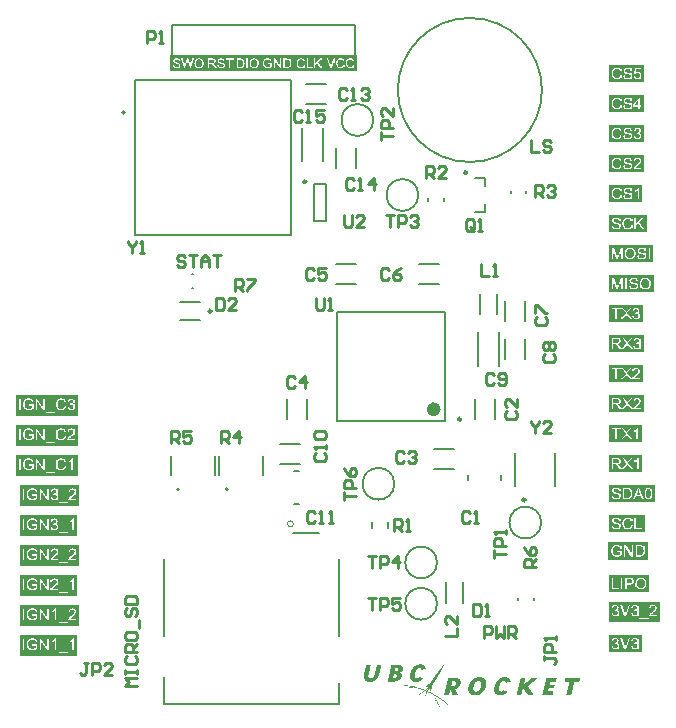
<source format=gto>
G04*
G04 #@! TF.GenerationSoftware,Altium Limited,Altium Designer,23.2.1 (34)*
G04*
G04 Layer_Color=65535*
%FSLAX25Y25*%
%MOIN*%
G70*
G04*
G04 #@! TF.SameCoordinates,B2F2E879-4ADF-417A-83DA-379EB80E5566*
G04*
G04*
G04 #@! TF.FilePolarity,Positive*
G04*
G01*
G75*
%ADD10C,0.00000*%
%ADD11C,0.00787*%
%ADD12C,0.00984*%
%ADD13C,0.00591*%
%ADD14C,0.00500*%
%ADD15C,0.02362*%
%ADD16C,0.00800*%
%ADD17C,0.01000*%
G36*
X134807Y17277D02*
X135001D01*
Y17264D01*
X135104D01*
Y17251D01*
X135181D01*
Y17238D01*
X135246D01*
Y17225D01*
X135298D01*
Y17212D01*
X135349D01*
Y17199D01*
X135401D01*
Y17187D01*
X135440D01*
Y17174D01*
X135478D01*
Y17161D01*
X135517D01*
Y17148D01*
X135543D01*
Y17135D01*
X135582D01*
Y17122D01*
X135607D01*
Y17109D01*
X135646D01*
Y17096D01*
X135672D01*
Y17083D01*
X135698D01*
Y17070D01*
X135723D01*
Y17057D01*
X135749D01*
Y17045D01*
X135762D01*
Y17032D01*
X135788D01*
Y17019D01*
X135814D01*
Y17006D01*
X135827D01*
Y16993D01*
X135852D01*
Y16980D01*
X135865D01*
Y16967D01*
X135891D01*
Y16954D01*
X135904D01*
Y16941D01*
X135930D01*
Y16928D01*
X135943D01*
Y16916D01*
X135956D01*
Y16903D01*
X135981D01*
Y16890D01*
X135994D01*
Y16877D01*
X136007D01*
Y16864D01*
X136020D01*
Y16851D01*
X136033D01*
Y16838D01*
X136046D01*
Y16825D01*
X136059D01*
Y16812D01*
X136085D01*
Y16799D01*
X136098D01*
Y16786D01*
X136110D01*
Y16774D01*
X136123D01*
Y16761D01*
X136136D01*
Y16748D01*
X136149D01*
Y16722D01*
X136162D01*
Y16709D01*
X136175D01*
Y16696D01*
X136188D01*
Y16683D01*
X136201D01*
Y16670D01*
X136214D01*
Y16657D01*
X136227D01*
Y16632D01*
X136240D01*
Y16619D01*
X136252D01*
Y16606D01*
X136265D01*
Y16580D01*
X136278D01*
Y16567D01*
X136291D01*
Y16541D01*
X136304D01*
Y16529D01*
X136317D01*
Y16503D01*
X136330D01*
Y16490D01*
X136343D01*
Y16464D01*
X136356D01*
Y16438D01*
X136369D01*
Y16412D01*
X136381D01*
Y16399D01*
X136394D01*
Y16374D01*
X136407D01*
Y16348D01*
X136420D01*
Y16309D01*
X136433D01*
Y16283D01*
X136446D01*
Y16258D01*
X136459D01*
Y16219D01*
X136472D01*
Y16193D01*
X136485D01*
Y16154D01*
X136497D01*
Y16116D01*
X136510D01*
Y16077D01*
X136523D01*
Y16038D01*
X136536D01*
Y15987D01*
X136549D01*
Y15948D01*
X136562D01*
Y15883D01*
X136575D01*
Y15845D01*
X136536D01*
Y15832D01*
X136497D01*
Y15819D01*
X136446D01*
Y15806D01*
X136394D01*
Y15793D01*
X136343D01*
Y15780D01*
X136304D01*
Y15767D01*
X136252D01*
Y15754D01*
X136201D01*
Y15741D01*
X136149D01*
Y15729D01*
X136110D01*
Y15716D01*
X136059D01*
Y15703D01*
X136007D01*
Y15690D01*
X135956D01*
Y15677D01*
X135917D01*
Y15664D01*
X135865D01*
Y15651D01*
X135814D01*
Y15638D01*
X135762D01*
Y15625D01*
X135723D01*
Y15612D01*
X135672D01*
Y15599D01*
X135620D01*
Y15587D01*
X135569D01*
Y15574D01*
X135530D01*
Y15561D01*
X135478D01*
Y15548D01*
X135427D01*
Y15535D01*
X135375D01*
Y15522D01*
X135336D01*
Y15509D01*
X135285D01*
Y15496D01*
X135233D01*
Y15483D01*
X135181D01*
Y15471D01*
X135143D01*
Y15458D01*
X135091D01*
Y15445D01*
X135027D01*
Y15496D01*
X135014D01*
Y15548D01*
X135001D01*
Y15587D01*
X134988D01*
Y15625D01*
X134975D01*
Y15664D01*
X134962D01*
Y15690D01*
X134949D01*
Y15716D01*
X134936D01*
Y15741D01*
X134924D01*
Y15767D01*
X134911D01*
Y15793D01*
X134898D01*
Y15819D01*
X134885D01*
Y15832D01*
X134872D01*
Y15845D01*
X134859D01*
Y15870D01*
X134846D01*
Y15883D01*
X134833D01*
Y15896D01*
X134820D01*
Y15909D01*
X134807D01*
Y15922D01*
X134794D01*
Y15935D01*
X134782D01*
Y15948D01*
X134756D01*
Y15961D01*
X134743D01*
Y15974D01*
X134717D01*
Y15987D01*
X134704D01*
Y16000D01*
X134678D01*
Y16012D01*
X134640D01*
Y16025D01*
X134601D01*
Y16038D01*
X134536D01*
Y16051D01*
X134291D01*
Y16038D01*
X134214D01*
Y16025D01*
X134162D01*
Y16012D01*
X134124D01*
Y16000D01*
X134085D01*
Y15987D01*
X134059D01*
Y15974D01*
X134033D01*
Y15961D01*
X134007D01*
Y15948D01*
X133982D01*
Y15935D01*
X133956D01*
Y15922D01*
X133943D01*
Y15909D01*
X133917D01*
Y15896D01*
X133891D01*
Y15883D01*
X133878D01*
Y15870D01*
X133865D01*
Y15858D01*
X133840D01*
Y15845D01*
X133827D01*
Y15832D01*
X133814D01*
Y15819D01*
X133801D01*
Y15806D01*
X133788D01*
Y15793D01*
X133775D01*
Y15780D01*
X133749D01*
Y15767D01*
X133736D01*
Y15754D01*
X133724D01*
Y15741D01*
X133711D01*
Y15729D01*
X133698D01*
Y15716D01*
X133685D01*
Y15703D01*
X133672D01*
Y15677D01*
X133659D01*
Y15664D01*
X133646D01*
Y15651D01*
X133633D01*
Y15638D01*
X133620D01*
Y15625D01*
X133607D01*
Y15612D01*
X133595D01*
Y15587D01*
X133582D01*
Y15574D01*
X133569D01*
Y15561D01*
X133556D01*
Y15548D01*
X133543D01*
Y15522D01*
X133530D01*
Y15509D01*
X133517D01*
Y15483D01*
X133504D01*
Y15471D01*
X133491D01*
Y15458D01*
X133478D01*
Y15432D01*
X133466D01*
Y15419D01*
X133453D01*
Y15393D01*
X133440D01*
Y15367D01*
X133427D01*
Y15354D01*
X133414D01*
Y15329D01*
X133401D01*
Y15303D01*
X133388D01*
Y15290D01*
X133375D01*
Y15264D01*
X133362D01*
Y15238D01*
X133349D01*
Y15213D01*
X133336D01*
Y15187D01*
X133324D01*
Y15161D01*
X133311D01*
Y15135D01*
X133298D01*
Y15109D01*
X133285D01*
Y15083D01*
X133272D01*
Y15058D01*
X133259D01*
Y15019D01*
X133246D01*
Y14993D01*
X133233D01*
Y14967D01*
X133220D01*
Y14929D01*
X133207D01*
Y14903D01*
X133195D01*
Y14864D01*
X133182D01*
Y14825D01*
X133169D01*
Y14800D01*
X133156D01*
Y14761D01*
X133143D01*
Y14722D01*
X133130D01*
Y14683D01*
X133117D01*
Y14645D01*
X133104D01*
Y14593D01*
X133091D01*
Y14554D01*
X133078D01*
Y14503D01*
X133065D01*
Y14464D01*
X133053D01*
Y14412D01*
X133040D01*
Y14361D01*
X133027D01*
Y14309D01*
X133014D01*
Y14245D01*
X133001D01*
Y14193D01*
X132988D01*
Y14129D01*
X132975D01*
Y14051D01*
X132962D01*
Y13974D01*
X132949D01*
Y13883D01*
X132937D01*
Y13767D01*
X132924D01*
Y13342D01*
X132937D01*
Y13251D01*
X132949D01*
Y13187D01*
X132962D01*
Y13135D01*
X132975D01*
Y13096D01*
X132988D01*
Y13058D01*
X133001D01*
Y13019D01*
X133014D01*
Y12993D01*
X133027D01*
Y12968D01*
X133040D01*
Y12942D01*
X133053D01*
Y12916D01*
X133065D01*
Y12903D01*
X133078D01*
Y12877D01*
X133091D01*
Y12864D01*
X133104D01*
Y12851D01*
X133117D01*
Y12826D01*
X133130D01*
Y12813D01*
X133143D01*
Y12800D01*
X133156D01*
Y12787D01*
X133169D01*
Y12774D01*
X133195D01*
Y12761D01*
X133207D01*
Y12748D01*
X133220D01*
Y12735D01*
X133246D01*
Y12722D01*
X133272D01*
Y12709D01*
X133298D01*
Y12697D01*
X133324D01*
Y12684D01*
X133349D01*
Y12671D01*
X133401D01*
Y12658D01*
X133478D01*
Y12645D01*
X133711D01*
Y12658D01*
X133775D01*
Y12671D01*
X133827D01*
Y12684D01*
X133865D01*
Y12697D01*
X133904D01*
Y12709D01*
X133930D01*
Y12722D01*
X133956D01*
Y12735D01*
X133982D01*
Y12748D01*
X133994D01*
Y12761D01*
X134020D01*
Y12774D01*
X134033D01*
Y12787D01*
X134059D01*
Y12800D01*
X134072D01*
Y12813D01*
X134098D01*
Y12826D01*
X134111D01*
Y12839D01*
X134124D01*
Y12851D01*
X134136D01*
Y12864D01*
X134162D01*
Y12877D01*
X134175D01*
Y12890D01*
X134188D01*
Y12903D01*
X134201D01*
Y12916D01*
X134214D01*
Y12929D01*
X134227D01*
Y12942D01*
X134240D01*
Y12955D01*
X134253D01*
Y12968D01*
X134265D01*
Y12980D01*
X134278D01*
Y12993D01*
X134291D01*
Y13006D01*
X134304D01*
Y13019D01*
X134317D01*
Y13032D01*
X134330D01*
Y13045D01*
X134343D01*
Y13058D01*
X134356D01*
Y13084D01*
X134369D01*
Y13096D01*
X134395D01*
Y13084D01*
X134433D01*
Y13071D01*
X134459D01*
Y13058D01*
X134485D01*
Y13045D01*
X134523D01*
Y13032D01*
X134549D01*
Y13019D01*
X134575D01*
Y13006D01*
X134614D01*
Y12993D01*
X134640D01*
Y12980D01*
X134665D01*
Y12968D01*
X134704D01*
Y12955D01*
X134730D01*
Y12942D01*
X134756D01*
Y12929D01*
X134794D01*
Y12916D01*
X134820D01*
Y12903D01*
X134859D01*
Y12890D01*
X134885D01*
Y12877D01*
X134911D01*
Y12864D01*
X134949D01*
Y12851D01*
X134975D01*
Y12839D01*
X135001D01*
Y12826D01*
X135040D01*
Y12813D01*
X135065D01*
Y12800D01*
X135091D01*
Y12787D01*
X135130D01*
Y12774D01*
X135156D01*
Y12761D01*
X135181D01*
Y12748D01*
X135220D01*
Y12735D01*
X135246D01*
Y12722D01*
X135272D01*
Y12709D01*
X135310D01*
Y12697D01*
X135336D01*
Y12684D01*
X135362D01*
Y12671D01*
X135401D01*
Y12658D01*
X135427D01*
Y12645D01*
X135452D01*
Y12632D01*
X135491D01*
Y12619D01*
X135517D01*
Y12606D01*
X135543D01*
Y12593D01*
X135582D01*
Y12580D01*
X135607D01*
Y12567D01*
X135633D01*
Y12555D01*
X135620D01*
Y12542D01*
X135607D01*
Y12529D01*
X135594D01*
Y12516D01*
X135582D01*
Y12503D01*
X135569D01*
Y12490D01*
X135556D01*
Y12464D01*
X135543D01*
Y12451D01*
X135530D01*
Y12438D01*
X135517D01*
Y12426D01*
X135504D01*
Y12413D01*
X135491D01*
Y12400D01*
X135478D01*
Y12387D01*
X135465D01*
Y12374D01*
X135452D01*
Y12361D01*
X135440D01*
Y12348D01*
X135427D01*
Y12335D01*
X135414D01*
Y12322D01*
X135401D01*
Y12309D01*
X135388D01*
Y12297D01*
X135375D01*
Y12284D01*
X135362D01*
Y12271D01*
X135349D01*
Y12258D01*
X135336D01*
Y12245D01*
X135323D01*
Y12232D01*
X135310D01*
Y12219D01*
X135298D01*
Y12206D01*
X135285D01*
Y12193D01*
X135272D01*
Y12180D01*
X135259D01*
Y12167D01*
X135233D01*
Y12155D01*
X135220D01*
Y12142D01*
X135207D01*
Y12129D01*
X135194D01*
Y12116D01*
X135181D01*
Y12103D01*
X135169D01*
Y12090D01*
X135143D01*
Y12077D01*
X135130D01*
Y12064D01*
X135117D01*
Y12051D01*
X135104D01*
Y12038D01*
X135078D01*
Y12026D01*
X135065D01*
Y12013D01*
X135053D01*
Y12000D01*
X135027D01*
Y11987D01*
X135014D01*
Y11974D01*
X135001D01*
Y11961D01*
X134975D01*
Y11948D01*
X134962D01*
Y11935D01*
X134936D01*
Y11922D01*
X134924D01*
Y11909D01*
X134911D01*
Y11897D01*
X134885D01*
Y11884D01*
X134872D01*
Y11871D01*
X134846D01*
Y11858D01*
X134820D01*
Y11845D01*
X134807D01*
Y11832D01*
X134782D01*
Y11819D01*
X134756D01*
Y11806D01*
X134743D01*
Y11793D01*
X134717D01*
Y11780D01*
X134691D01*
Y11768D01*
X134665D01*
Y11755D01*
X134652D01*
Y11742D01*
X134627D01*
Y11729D01*
X134601D01*
Y11716D01*
X134575D01*
Y11703D01*
X134549D01*
Y11690D01*
X134523D01*
Y11677D01*
X134485D01*
Y11664D01*
X134459D01*
Y11652D01*
X134433D01*
Y11639D01*
X134395D01*
Y11626D01*
X134369D01*
Y11613D01*
X134330D01*
Y11600D01*
X134304D01*
Y11587D01*
X134265D01*
Y11574D01*
X134227D01*
Y11561D01*
X134188D01*
Y11548D01*
X134149D01*
Y11535D01*
X134111D01*
Y11523D01*
X134072D01*
Y11510D01*
X134020D01*
Y11497D01*
X133969D01*
Y11484D01*
X133917D01*
Y11471D01*
X133853D01*
Y11458D01*
X133788D01*
Y11445D01*
X133711D01*
Y11432D01*
X133607D01*
Y11419D01*
X133440D01*
Y11406D01*
X133117D01*
Y11419D01*
X132962D01*
Y11432D01*
X132859D01*
Y11445D01*
X132782D01*
Y11458D01*
X132717D01*
Y11471D01*
X132666D01*
Y11484D01*
X132614D01*
Y11497D01*
X132562D01*
Y11510D01*
X132524D01*
Y11523D01*
X132485D01*
Y11535D01*
X132446D01*
Y11548D01*
X132407D01*
Y11561D01*
X132382D01*
Y11574D01*
X132356D01*
Y11587D01*
X132317D01*
Y11600D01*
X132291D01*
Y11613D01*
X132266D01*
Y11626D01*
X132240D01*
Y11639D01*
X132214D01*
Y11652D01*
X132201D01*
Y11664D01*
X132175D01*
Y11677D01*
X132150D01*
Y11690D01*
X132137D01*
Y11703D01*
X132111D01*
Y11716D01*
X132085D01*
Y11729D01*
X132072D01*
Y11742D01*
X132059D01*
Y11755D01*
X132033D01*
Y11768D01*
X132020D01*
Y11780D01*
X132008D01*
Y11793D01*
X131982D01*
Y11806D01*
X131969D01*
Y11819D01*
X131956D01*
Y11832D01*
X131943D01*
Y11845D01*
X131930D01*
Y11858D01*
X131917D01*
Y11871D01*
X131904D01*
Y11884D01*
X131892D01*
Y11897D01*
X131878D01*
Y11909D01*
X131866D01*
Y11922D01*
X131853D01*
Y11935D01*
X131840D01*
Y11948D01*
X131827D01*
Y11961D01*
X131814D01*
Y11974D01*
X131801D01*
Y11987D01*
X131788D01*
Y12000D01*
X131775D01*
Y12013D01*
X131762D01*
Y12038D01*
X131749D01*
Y12051D01*
X131737D01*
Y12064D01*
X131724D01*
Y12090D01*
X131711D01*
Y12103D01*
X131698D01*
Y12116D01*
X131685D01*
Y12142D01*
X131672D01*
Y12155D01*
X131659D01*
Y12180D01*
X131646D01*
Y12206D01*
X131633D01*
Y12219D01*
X131621D01*
Y12245D01*
X131608D01*
Y12271D01*
X131595D01*
Y12297D01*
X131582D01*
Y12322D01*
X131569D01*
Y12348D01*
X131556D01*
Y12374D01*
X131543D01*
Y12400D01*
X131530D01*
Y12426D01*
X131517D01*
Y12464D01*
X131504D01*
Y12490D01*
X131491D01*
Y12529D01*
X131479D01*
Y12567D01*
X131466D01*
Y12606D01*
X131453D01*
Y12645D01*
X131440D01*
Y12697D01*
X131427D01*
Y12748D01*
X131414D01*
Y12800D01*
X131401D01*
Y12864D01*
X131388D01*
Y12955D01*
X131375D01*
Y13058D01*
X131362D01*
Y13613D01*
X131375D01*
Y13742D01*
X131388D01*
Y13845D01*
X131401D01*
Y13922D01*
X131414D01*
Y14000D01*
X131427D01*
Y14077D01*
X131440D01*
Y14142D01*
X131453D01*
Y14206D01*
X131466D01*
Y14258D01*
X131479D01*
Y14322D01*
X131491D01*
Y14374D01*
X131504D01*
Y14425D01*
X131517D01*
Y14464D01*
X131530D01*
Y14516D01*
X131543D01*
Y14567D01*
X131556D01*
Y14606D01*
X131569D01*
Y14645D01*
X131582D01*
Y14696D01*
X131595D01*
Y14735D01*
X131608D01*
Y14774D01*
X131621D01*
Y14812D01*
X131633D01*
Y14851D01*
X131646D01*
Y14890D01*
X131659D01*
Y14916D01*
X131672D01*
Y14954D01*
X131685D01*
Y14993D01*
X131698D01*
Y15019D01*
X131711D01*
Y15058D01*
X131724D01*
Y15096D01*
X131737D01*
Y15122D01*
X131749D01*
Y15148D01*
X131762D01*
Y15187D01*
X131775D01*
Y15213D01*
X131788D01*
Y15238D01*
X131801D01*
Y15264D01*
X131814D01*
Y15303D01*
X131827D01*
Y15329D01*
X131840D01*
Y15354D01*
X131853D01*
Y15380D01*
X131866D01*
Y15406D01*
X131878D01*
Y15432D01*
X131892D01*
Y15458D01*
X131904D01*
Y15483D01*
X131917D01*
Y15509D01*
X131930D01*
Y15535D01*
X131943D01*
Y15548D01*
X131956D01*
Y15574D01*
X131969D01*
Y15599D01*
X131982D01*
Y15625D01*
X131995D01*
Y15638D01*
X132008D01*
Y15664D01*
X132020D01*
Y15690D01*
X132033D01*
Y15703D01*
X132046D01*
Y15729D01*
X132059D01*
Y15754D01*
X132072D01*
Y15767D01*
X132085D01*
Y15793D01*
X132098D01*
Y15806D01*
X132111D01*
Y15832D01*
X132124D01*
Y15845D01*
X132137D01*
Y15870D01*
X132150D01*
Y15883D01*
X132162D01*
Y15909D01*
X132175D01*
Y15922D01*
X132188D01*
Y15948D01*
X132201D01*
Y15961D01*
X132214D01*
Y15974D01*
X132227D01*
Y16000D01*
X132240D01*
Y16012D01*
X132253D01*
Y16025D01*
X132266D01*
Y16051D01*
X132279D01*
Y16064D01*
X132291D01*
Y16077D01*
X132304D01*
Y16090D01*
X132317D01*
Y16116D01*
X132330D01*
Y16128D01*
X132343D01*
Y16141D01*
X132356D01*
Y16154D01*
X132369D01*
Y16167D01*
X132382D01*
Y16193D01*
X132395D01*
Y16206D01*
X132407D01*
Y16219D01*
X132420D01*
Y16232D01*
X132433D01*
Y16245D01*
X132446D01*
Y16258D01*
X132459D01*
Y16270D01*
X132472D01*
Y16283D01*
X132485D01*
Y16296D01*
X132498D01*
Y16309D01*
X132511D01*
Y16335D01*
X132524D01*
Y16348D01*
X132537D01*
Y16361D01*
X132550D01*
Y16374D01*
X132562D01*
Y16387D01*
X132575D01*
Y16399D01*
X132588D01*
Y16412D01*
X132601D01*
Y16425D01*
X132614D01*
Y16438D01*
X132640D01*
Y16451D01*
X132653D01*
Y16464D01*
X132666D01*
Y16477D01*
X132678D01*
Y16490D01*
X132691D01*
Y16503D01*
X132704D01*
Y16516D01*
X132717D01*
Y16529D01*
X132730D01*
Y16541D01*
X132743D01*
Y16554D01*
X132756D01*
Y16567D01*
X132782D01*
Y16580D01*
X132795D01*
Y16593D01*
X132808D01*
Y16606D01*
X132820D01*
Y16619D01*
X132833D01*
Y16632D01*
X132859D01*
Y16645D01*
X132872D01*
Y16657D01*
X132885D01*
Y16670D01*
X132898D01*
Y16683D01*
X132924D01*
Y16696D01*
X132937D01*
Y16709D01*
X132949D01*
Y16722D01*
X132975D01*
Y16735D01*
X132988D01*
Y16748D01*
X133014D01*
Y16761D01*
X133027D01*
Y16774D01*
X133040D01*
Y16786D01*
X133065D01*
Y16799D01*
X133078D01*
Y16812D01*
X133104D01*
Y16825D01*
X133130D01*
Y16838D01*
X133143D01*
Y16851D01*
X133169D01*
Y16864D01*
X133182D01*
Y16877D01*
X133207D01*
Y16890D01*
X133233D01*
Y16903D01*
X133246D01*
Y16916D01*
X133272D01*
Y16928D01*
X133298D01*
Y16941D01*
X133324D01*
Y16954D01*
X133349D01*
Y16967D01*
X133375D01*
Y16980D01*
X133401D01*
Y16993D01*
X133427D01*
Y17006D01*
X133453D01*
Y17019D01*
X133478D01*
Y17032D01*
X133504D01*
Y17045D01*
X133543D01*
Y17057D01*
X133569D01*
Y17070D01*
X133595D01*
Y17083D01*
X133633D01*
Y17096D01*
X133672D01*
Y17109D01*
X133698D01*
Y17122D01*
X133736D01*
Y17135D01*
X133775D01*
Y17148D01*
X133827D01*
Y17161D01*
X133865D01*
Y17174D01*
X133904D01*
Y17187D01*
X133956D01*
Y17199D01*
X134007D01*
Y17212D01*
X134072D01*
Y17225D01*
X134136D01*
Y17238D01*
X134214D01*
Y17251D01*
X134291D01*
Y17264D01*
X134407D01*
Y17277D01*
X134614D01*
Y17290D01*
X134807D01*
Y17277D01*
D02*
G37*
G36*
X121828Y17096D02*
X121815D01*
Y17045D01*
X121802D01*
Y16993D01*
X121789D01*
Y16941D01*
X121776D01*
Y16877D01*
X121763D01*
Y16825D01*
X121750D01*
Y16774D01*
X121738D01*
Y16722D01*
X121725D01*
Y16670D01*
X121712D01*
Y16619D01*
X121699D01*
Y16567D01*
X121686D01*
Y16516D01*
X121673D01*
Y16451D01*
X121660D01*
Y16399D01*
X121647D01*
Y16348D01*
X121634D01*
Y16296D01*
X121621D01*
Y16245D01*
X121608D01*
Y16193D01*
X121596D01*
Y16141D01*
X121583D01*
Y16090D01*
X121570D01*
Y16038D01*
X121557D01*
Y15974D01*
X121544D01*
Y15922D01*
X121531D01*
Y15870D01*
X121518D01*
Y15819D01*
X121505D01*
Y15767D01*
X121492D01*
Y15716D01*
X121479D01*
Y15664D01*
X121467D01*
Y15612D01*
X121454D01*
Y15548D01*
X121441D01*
Y15496D01*
X121428D01*
Y15445D01*
X121415D01*
Y15393D01*
X121402D01*
Y15341D01*
X121389D01*
Y15290D01*
X121376D01*
Y15238D01*
X121363D01*
Y15187D01*
X121350D01*
Y15122D01*
X121337D01*
Y15070D01*
X121325D01*
Y15019D01*
X121312D01*
Y14967D01*
X121299D01*
Y14916D01*
X121286D01*
Y14864D01*
X121273D01*
Y14812D01*
X121260D01*
Y14761D01*
X121247D01*
Y14709D01*
X121234D01*
Y14645D01*
X121221D01*
Y14593D01*
X121209D01*
Y14541D01*
X121196D01*
Y14490D01*
X121183D01*
Y14438D01*
X121170D01*
Y14387D01*
X121157D01*
Y14335D01*
X121144D01*
Y14284D01*
X121131D01*
Y14219D01*
X121118D01*
Y14167D01*
X121105D01*
Y14116D01*
X121092D01*
Y14064D01*
X121080D01*
Y14026D01*
X121067D01*
Y13974D01*
X121054D01*
Y13935D01*
X121041D01*
Y13883D01*
X121028D01*
Y13845D01*
X121015D01*
Y13806D01*
X121002D01*
Y13767D01*
X120989D01*
Y13729D01*
X120976D01*
Y13690D01*
X120963D01*
Y13664D01*
X120950D01*
Y13625D01*
X120938D01*
Y13587D01*
X120925D01*
Y13561D01*
X120912D01*
Y13522D01*
X120899D01*
Y13497D01*
X120886D01*
Y13458D01*
X120873D01*
Y13432D01*
X120860D01*
Y13406D01*
X120847D01*
Y13380D01*
X120834D01*
Y13342D01*
X120821D01*
Y13316D01*
X120808D01*
Y13290D01*
X120796D01*
Y13264D01*
X120783D01*
Y13238D01*
X120770D01*
Y13213D01*
X120757D01*
Y13187D01*
X120744D01*
Y13161D01*
X120731D01*
Y13135D01*
X120718D01*
Y13122D01*
X120705D01*
Y13096D01*
X120692D01*
Y13071D01*
X120679D01*
Y13045D01*
X120667D01*
Y13032D01*
X120654D01*
Y13006D01*
X120641D01*
Y12980D01*
X120628D01*
Y12968D01*
X120615D01*
Y12942D01*
X120602D01*
Y12916D01*
X120589D01*
Y12903D01*
X120576D01*
Y12877D01*
X120563D01*
Y12864D01*
X120551D01*
Y12839D01*
X120538D01*
Y12826D01*
X120525D01*
Y12800D01*
X120512D01*
Y12787D01*
X120499D01*
Y12774D01*
X120486D01*
Y12748D01*
X120473D01*
Y12735D01*
X120460D01*
Y12722D01*
X120447D01*
Y12697D01*
X120434D01*
Y12684D01*
X120422D01*
Y12671D01*
X120409D01*
Y12645D01*
X120396D01*
Y12632D01*
X120383D01*
Y12619D01*
X120370D01*
Y12606D01*
X120357D01*
Y12580D01*
X120344D01*
Y12567D01*
X120331D01*
Y12555D01*
X120318D01*
Y12542D01*
X120305D01*
Y12529D01*
X120292D01*
Y12503D01*
X120280D01*
Y12490D01*
X120267D01*
Y12477D01*
X120254D01*
Y12464D01*
X120241D01*
Y12451D01*
X120228D01*
Y12438D01*
X120215D01*
Y12426D01*
X120202D01*
Y12413D01*
X120189D01*
Y12400D01*
X120176D01*
Y12387D01*
X120163D01*
Y12374D01*
X120150D01*
Y12361D01*
X120138D01*
Y12348D01*
X120125D01*
Y12335D01*
X120112D01*
Y12322D01*
X120099D01*
Y12309D01*
X120086D01*
Y12297D01*
X120073D01*
Y12284D01*
X120060D01*
Y12271D01*
X120047D01*
Y12258D01*
X120034D01*
Y12245D01*
X120021D01*
Y12232D01*
X120009D01*
Y12219D01*
X119996D01*
Y12206D01*
X119983D01*
Y12193D01*
X119970D01*
Y12180D01*
X119957D01*
Y12167D01*
X119944D01*
Y12155D01*
X119918D01*
Y12142D01*
X119905D01*
Y12129D01*
X119893D01*
Y12116D01*
X119880D01*
Y12103D01*
X119867D01*
Y12090D01*
X119854D01*
Y12077D01*
X119828D01*
Y12064D01*
X119815D01*
Y12051D01*
X119802D01*
Y12038D01*
X119789D01*
Y12026D01*
X119764D01*
Y12013D01*
X119751D01*
Y12000D01*
X119738D01*
Y11987D01*
X119712D01*
Y11974D01*
X119699D01*
Y11961D01*
X119686D01*
Y11948D01*
X119660D01*
Y11935D01*
X119647D01*
Y11922D01*
X119622D01*
Y11909D01*
X119609D01*
Y11897D01*
X119583D01*
Y11884D01*
X119570D01*
Y11871D01*
X119544D01*
Y11858D01*
X119531D01*
Y11845D01*
X119505D01*
Y11832D01*
X119480D01*
Y11819D01*
X119467D01*
Y11806D01*
X119441D01*
Y11793D01*
X119415D01*
Y11780D01*
X119389D01*
Y11768D01*
X119376D01*
Y11755D01*
X119351D01*
Y11742D01*
X119325D01*
Y11729D01*
X119299D01*
Y11716D01*
X119273D01*
Y11703D01*
X119247D01*
Y11690D01*
X119222D01*
Y11677D01*
X119183D01*
Y11664D01*
X119157D01*
Y11652D01*
X119131D01*
Y11639D01*
X119093D01*
Y11626D01*
X119067D01*
Y11613D01*
X119028D01*
Y11600D01*
X118989D01*
Y11587D01*
X118964D01*
Y11574D01*
X118925D01*
Y11561D01*
X118886D01*
Y11548D01*
X118834D01*
Y11535D01*
X118796D01*
Y11523D01*
X118744D01*
Y11510D01*
X118693D01*
Y11497D01*
X118641D01*
Y11484D01*
X118589D01*
Y11471D01*
X118512D01*
Y11458D01*
X118447D01*
Y11445D01*
X118357D01*
Y11432D01*
X118241D01*
Y11419D01*
X118073D01*
Y11406D01*
X117712D01*
Y11419D01*
X117544D01*
Y11432D01*
X117428D01*
Y11445D01*
X117351D01*
Y11458D01*
X117286D01*
Y11471D01*
X117222D01*
Y11484D01*
X117170D01*
Y11497D01*
X117119D01*
Y11510D01*
X117080D01*
Y11523D01*
X117041D01*
Y11535D01*
X117002D01*
Y11548D01*
X116964D01*
Y11561D01*
X116925D01*
Y11574D01*
X116899D01*
Y11587D01*
X116860D01*
Y11600D01*
X116835D01*
Y11613D01*
X116809D01*
Y11626D01*
X116783D01*
Y11639D01*
X116757D01*
Y11652D01*
X116732D01*
Y11664D01*
X116706D01*
Y11677D01*
X116693D01*
Y11690D01*
X116667D01*
Y11703D01*
X116654D01*
Y11716D01*
X116628D01*
Y11729D01*
X116602D01*
Y11742D01*
X116589D01*
Y11755D01*
X116577D01*
Y11768D01*
X116551D01*
Y11780D01*
X116538D01*
Y11793D01*
X116525D01*
Y11806D01*
X116499D01*
Y11819D01*
X116486D01*
Y11832D01*
X116473D01*
Y11845D01*
X116461D01*
Y11858D01*
X116448D01*
Y11871D01*
X116435D01*
Y11884D01*
X116422D01*
Y11897D01*
X116409D01*
Y11909D01*
X116396D01*
Y11922D01*
X116383D01*
Y11935D01*
X116370D01*
Y11948D01*
X116357D01*
Y11961D01*
X116344D01*
Y11974D01*
X116332D01*
Y11987D01*
X116319D01*
Y12000D01*
X116306D01*
Y12026D01*
X116293D01*
Y12038D01*
X116280D01*
Y12051D01*
X116267D01*
Y12064D01*
X116254D01*
Y12090D01*
X116241D01*
Y12103D01*
X116228D01*
Y12129D01*
X116215D01*
Y12142D01*
X116202D01*
Y12167D01*
X116190D01*
Y12180D01*
X116177D01*
Y12206D01*
X116164D01*
Y12232D01*
X116151D01*
Y12245D01*
X116138D01*
Y12271D01*
X116125D01*
Y12297D01*
X116112D01*
Y12322D01*
X116099D01*
Y12348D01*
X116086D01*
Y12374D01*
X116074D01*
Y12400D01*
X116061D01*
Y12426D01*
X116048D01*
Y12451D01*
X116035D01*
Y12490D01*
X116022D01*
Y12516D01*
X116009D01*
Y12555D01*
X115996D01*
Y12593D01*
X115983D01*
Y12632D01*
X115970D01*
Y12671D01*
X115957D01*
Y12722D01*
X115944D01*
Y12774D01*
X115931D01*
Y12826D01*
X115919D01*
Y12903D01*
X115906D01*
Y12993D01*
X115893D01*
Y13122D01*
X115880D01*
Y13471D01*
X115893D01*
Y13625D01*
X115906D01*
Y13729D01*
X115919D01*
Y13806D01*
X115931D01*
Y13883D01*
X115944D01*
Y13948D01*
X115957D01*
Y14013D01*
X115970D01*
Y14077D01*
X115983D01*
Y14129D01*
X115996D01*
Y14180D01*
X116009D01*
Y14232D01*
X116022D01*
Y14296D01*
X116035D01*
Y14348D01*
X116048D01*
Y14400D01*
X116061D01*
Y14451D01*
X116074D01*
Y14503D01*
X116086D01*
Y14554D01*
X116099D01*
Y14606D01*
X116112D01*
Y14658D01*
X116125D01*
Y14709D01*
X116138D01*
Y14774D01*
X116151D01*
Y14825D01*
X116164D01*
Y14877D01*
X116177D01*
Y14929D01*
X116190D01*
Y14980D01*
X116202D01*
Y15032D01*
X116215D01*
Y15083D01*
X116228D01*
Y15135D01*
X116241D01*
Y15200D01*
X116254D01*
Y15251D01*
X116267D01*
Y15303D01*
X116280D01*
Y15354D01*
X116293D01*
Y15406D01*
X116306D01*
Y15458D01*
X116319D01*
Y15509D01*
X116332D01*
Y15561D01*
X116344D01*
Y15625D01*
X116357D01*
Y15677D01*
X116370D01*
Y15729D01*
X116383D01*
Y15780D01*
X116396D01*
Y15832D01*
X116409D01*
Y15883D01*
X116422D01*
Y15935D01*
X116435D01*
Y15987D01*
X116448D01*
Y16038D01*
X116461D01*
Y16103D01*
X116473D01*
Y16154D01*
X116486D01*
Y16206D01*
X116499D01*
Y16258D01*
X116512D01*
Y16309D01*
X116525D01*
Y16361D01*
X116538D01*
Y16412D01*
X116551D01*
Y16464D01*
X116564D01*
Y16529D01*
X116577D01*
Y16580D01*
X116589D01*
Y16632D01*
X116602D01*
Y16683D01*
X116615D01*
Y16735D01*
X116628D01*
Y16786D01*
X116641D01*
Y16838D01*
X116654D01*
Y16890D01*
X116667D01*
Y16941D01*
X116680D01*
Y17006D01*
X116693D01*
Y17057D01*
X116706D01*
Y17109D01*
X116719D01*
Y17135D01*
X116732D01*
Y17148D01*
X118254D01*
Y17096D01*
X118241D01*
Y17045D01*
X118228D01*
Y16993D01*
X118215D01*
Y16941D01*
X118202D01*
Y16890D01*
X118189D01*
Y16825D01*
X118176D01*
Y16774D01*
X118164D01*
Y16722D01*
X118151D01*
Y16670D01*
X118138D01*
Y16619D01*
X118125D01*
Y16567D01*
X118112D01*
Y16516D01*
X118099D01*
Y16464D01*
X118086D01*
Y16399D01*
X118073D01*
Y16348D01*
X118060D01*
Y16296D01*
X118047D01*
Y16245D01*
X118035D01*
Y16193D01*
X118022D01*
Y16141D01*
X118009D01*
Y16090D01*
X117996D01*
Y16038D01*
X117983D01*
Y15974D01*
X117970D01*
Y15922D01*
X117957D01*
Y15870D01*
X117944D01*
Y15819D01*
X117931D01*
Y15767D01*
X117919D01*
Y15716D01*
X117906D01*
Y15664D01*
X117893D01*
Y15612D01*
X117880D01*
Y15561D01*
X117867D01*
Y15496D01*
X117854D01*
Y15445D01*
X117841D01*
Y15393D01*
X117828D01*
Y15341D01*
X117815D01*
Y15290D01*
X117802D01*
Y15238D01*
X117789D01*
Y15187D01*
X117777D01*
Y15135D01*
X117764D01*
Y15070D01*
X117751D01*
Y15019D01*
X117738D01*
Y14967D01*
X117725D01*
Y14916D01*
X117712D01*
Y14864D01*
X117699D01*
Y14812D01*
X117686D01*
Y14761D01*
X117673D01*
Y14709D01*
X117660D01*
Y14645D01*
X117648D01*
Y14593D01*
X117635D01*
Y14541D01*
X117622D01*
Y14490D01*
X117609D01*
Y14438D01*
X117596D01*
Y14387D01*
X117583D01*
Y14335D01*
X117570D01*
Y14284D01*
X117557D01*
Y14232D01*
X117544D01*
Y14167D01*
X117531D01*
Y14116D01*
X117518D01*
Y14064D01*
X117506D01*
Y14000D01*
X117493D01*
Y13935D01*
X117480D01*
Y13871D01*
X117467D01*
Y13793D01*
X117454D01*
Y13703D01*
X117441D01*
Y13574D01*
X117428D01*
Y13213D01*
X117441D01*
Y13109D01*
X117454D01*
Y13058D01*
X117467D01*
Y13006D01*
X117480D01*
Y12968D01*
X117493D01*
Y12929D01*
X117506D01*
Y12903D01*
X117518D01*
Y12890D01*
X117531D01*
Y12877D01*
X117544D01*
Y12851D01*
X117557D01*
Y12839D01*
X117570D01*
Y12826D01*
X117583D01*
Y12813D01*
X117609D01*
Y12800D01*
X117622D01*
Y12787D01*
X117635D01*
Y12774D01*
X117660D01*
Y12761D01*
X117673D01*
Y12748D01*
X117699D01*
Y12735D01*
X117725D01*
Y12722D01*
X117751D01*
Y12709D01*
X117789D01*
Y12697D01*
X117828D01*
Y12684D01*
X117880D01*
Y12671D01*
X117931D01*
Y12658D01*
X118035D01*
Y12645D01*
X118344D01*
Y12658D01*
X118447D01*
Y12671D01*
X118512D01*
Y12684D01*
X118564D01*
Y12697D01*
X118602D01*
Y12709D01*
X118641D01*
Y12722D01*
X118667D01*
Y12735D01*
X118705D01*
Y12748D01*
X118731D01*
Y12761D01*
X118757D01*
Y12774D01*
X118770D01*
Y12787D01*
X118796D01*
Y12800D01*
X118822D01*
Y12813D01*
X118834D01*
Y12826D01*
X118860D01*
Y12839D01*
X118873D01*
Y12851D01*
X118886D01*
Y12864D01*
X118899D01*
Y12877D01*
X118912D01*
Y12890D01*
X118925D01*
Y12903D01*
X118938D01*
Y12916D01*
X118951D01*
Y12929D01*
X118964D01*
Y12942D01*
X118976D01*
Y12955D01*
X118989D01*
Y12968D01*
X119002D01*
Y12980D01*
X119015D01*
Y12993D01*
X119028D01*
Y13006D01*
X119041D01*
Y13019D01*
X119054D01*
Y13045D01*
X119067D01*
Y13058D01*
X119080D01*
Y13071D01*
X119093D01*
Y13084D01*
X119106D01*
Y13109D01*
X119118D01*
Y13122D01*
X119131D01*
Y13148D01*
X119144D01*
Y13161D01*
X119157D01*
Y13174D01*
X119170D01*
Y13200D01*
X119183D01*
Y13213D01*
X119196D01*
Y13238D01*
X119209D01*
Y13264D01*
X119222D01*
Y13277D01*
X119235D01*
Y13303D01*
X119247D01*
Y13329D01*
X119260D01*
Y13355D01*
X119273D01*
Y13380D01*
X119286D01*
Y13393D01*
X119299D01*
Y13419D01*
X119312D01*
Y13445D01*
X119325D01*
Y13471D01*
X119338D01*
Y13509D01*
X119351D01*
Y13535D01*
X119363D01*
Y13561D01*
X119376D01*
Y13587D01*
X119389D01*
Y13625D01*
X119402D01*
Y13651D01*
X119415D01*
Y13690D01*
X119428D01*
Y13716D01*
X119441D01*
Y13755D01*
X119454D01*
Y13793D01*
X119467D01*
Y13832D01*
X119480D01*
Y13871D01*
X119492D01*
Y13909D01*
X119505D01*
Y13961D01*
X119518D01*
Y14000D01*
X119531D01*
Y14051D01*
X119544D01*
Y14103D01*
X119557D01*
Y14154D01*
X119570D01*
Y14206D01*
X119583D01*
Y14258D01*
X119596D01*
Y14309D01*
X119609D01*
Y14361D01*
X119622D01*
Y14412D01*
X119634D01*
Y14464D01*
X119647D01*
Y14516D01*
X119660D01*
Y14567D01*
X119673D01*
Y14632D01*
X119686D01*
Y14683D01*
X119699D01*
Y14735D01*
X119712D01*
Y14787D01*
X119725D01*
Y14838D01*
X119738D01*
Y14890D01*
X119751D01*
Y14942D01*
X119764D01*
Y14993D01*
X119776D01*
Y15058D01*
X119789D01*
Y15109D01*
X119802D01*
Y15161D01*
X119815D01*
Y15213D01*
X119828D01*
Y15264D01*
X119841D01*
Y15316D01*
X119854D01*
Y15367D01*
X119867D01*
Y15419D01*
X119880D01*
Y15471D01*
X119893D01*
Y15535D01*
X119905D01*
Y15587D01*
X119918D01*
Y15638D01*
X119931D01*
Y15690D01*
X119944D01*
Y15741D01*
X119957D01*
Y15793D01*
X119970D01*
Y15845D01*
X119983D01*
Y15896D01*
X119996D01*
Y15961D01*
X120009D01*
Y16012D01*
X120021D01*
Y16064D01*
X120034D01*
Y16116D01*
X120047D01*
Y16167D01*
X120060D01*
Y16219D01*
X120073D01*
Y16270D01*
X120086D01*
Y16322D01*
X120099D01*
Y16387D01*
X120112D01*
Y16438D01*
X120125D01*
Y16490D01*
X120138D01*
Y16541D01*
X120150D01*
Y16593D01*
X120163D01*
Y16645D01*
X120176D01*
Y16696D01*
X120189D01*
Y16748D01*
X120202D01*
Y16799D01*
X120215D01*
Y16864D01*
X120228D01*
Y16916D01*
X120241D01*
Y16967D01*
X120254D01*
Y17019D01*
X120267D01*
Y17070D01*
X120280D01*
Y17122D01*
X120292D01*
Y17148D01*
X121828D01*
Y17096D01*
D02*
G37*
G36*
X127427Y17135D02*
X127621D01*
Y17122D01*
X127724D01*
Y17109D01*
X127814D01*
Y17096D01*
X127879D01*
Y17083D01*
X127943D01*
Y17070D01*
X127995D01*
Y17057D01*
X128047D01*
Y17045D01*
X128085D01*
Y17032D01*
X128124D01*
Y17019D01*
X128163D01*
Y17006D01*
X128201D01*
Y16993D01*
X128227D01*
Y16980D01*
X128253D01*
Y16967D01*
X128292D01*
Y16954D01*
X128318D01*
Y16941D01*
X128343D01*
Y16928D01*
X128369D01*
Y16916D01*
X128382D01*
Y16903D01*
X128408D01*
Y16890D01*
X128434D01*
Y16877D01*
X128447D01*
Y16864D01*
X128472D01*
Y16851D01*
X128485D01*
Y16838D01*
X128511D01*
Y16825D01*
X128524D01*
Y16812D01*
X128537D01*
Y16799D01*
X128550D01*
Y16786D01*
X128563D01*
Y16774D01*
X128588D01*
Y16761D01*
X128601D01*
Y16748D01*
X128614D01*
Y16735D01*
X128627D01*
Y16722D01*
X128640D01*
Y16709D01*
X128653D01*
Y16696D01*
X128666D01*
Y16683D01*
X128679D01*
Y16670D01*
X128692D01*
Y16657D01*
X128705D01*
Y16632D01*
X128718D01*
Y16619D01*
X128730D01*
Y16606D01*
X128743D01*
Y16593D01*
X128756D01*
Y16580D01*
X128769D01*
Y16554D01*
X128782D01*
Y16541D01*
X128795D01*
Y16516D01*
X128808D01*
Y16503D01*
X128821D01*
Y16477D01*
X128834D01*
Y16451D01*
X128847D01*
Y16438D01*
X128859D01*
Y16412D01*
X128872D01*
Y16374D01*
X128885D01*
Y16348D01*
X128898D01*
Y16322D01*
X128911D01*
Y16283D01*
X128924D01*
Y16232D01*
X128937D01*
Y16193D01*
X128950D01*
Y16128D01*
X128963D01*
Y16038D01*
X128976D01*
Y15780D01*
X128963D01*
Y15677D01*
X128950D01*
Y15599D01*
X128937D01*
Y15548D01*
X128924D01*
Y15496D01*
X128911D01*
Y15445D01*
X128898D01*
Y15406D01*
X128885D01*
Y15367D01*
X128872D01*
Y15329D01*
X128859D01*
Y15303D01*
X128847D01*
Y15264D01*
X128834D01*
Y15238D01*
X128821D01*
Y15213D01*
X128808D01*
Y15187D01*
X128795D01*
Y15174D01*
X128782D01*
Y15148D01*
X128769D01*
Y15122D01*
X128756D01*
Y15109D01*
X128743D01*
Y15083D01*
X128730D01*
Y15070D01*
X128718D01*
Y15058D01*
X128705D01*
Y15032D01*
X128692D01*
Y15019D01*
X128679D01*
Y15006D01*
X128666D01*
Y14993D01*
X128653D01*
Y14980D01*
X128640D01*
Y14967D01*
X128627D01*
Y14942D01*
X128614D01*
Y14929D01*
X128601D01*
Y14916D01*
X128588D01*
Y14903D01*
X128576D01*
Y14890D01*
X128550D01*
Y14877D01*
X128537D01*
Y14864D01*
X128524D01*
Y14851D01*
X128511D01*
Y14838D01*
X128498D01*
Y14825D01*
X128485D01*
Y14812D01*
X128460D01*
Y14800D01*
X128447D01*
Y14787D01*
X128434D01*
Y14774D01*
X128408D01*
Y14761D01*
X128395D01*
Y14748D01*
X128369D01*
Y14735D01*
X128356D01*
Y14722D01*
X128331D01*
Y14709D01*
X128305D01*
Y14696D01*
X128292D01*
Y14683D01*
X128266D01*
Y14671D01*
X128240D01*
Y14658D01*
X128214D01*
Y14645D01*
X128189D01*
Y14632D01*
X128163D01*
Y14619D01*
X128137D01*
Y14606D01*
X128111D01*
Y14593D01*
X128072D01*
Y14580D01*
X128047D01*
Y14567D01*
X128008D01*
Y14554D01*
X127982D01*
Y14541D01*
X127943D01*
Y14529D01*
X127905D01*
Y14516D01*
X127866D01*
Y14503D01*
X127814D01*
Y14490D01*
X127776D01*
Y14477D01*
X127763D01*
Y14464D01*
X127802D01*
Y14451D01*
X127827D01*
Y14438D01*
X127866D01*
Y14425D01*
X127905D01*
Y14412D01*
X127930D01*
Y14400D01*
X127956D01*
Y14387D01*
X127982D01*
Y14374D01*
X128008D01*
Y14361D01*
X128034D01*
Y14348D01*
X128059D01*
Y14335D01*
X128085D01*
Y14322D01*
X128111D01*
Y14309D01*
X128124D01*
Y14296D01*
X128150D01*
Y14284D01*
X128163D01*
Y14271D01*
X128189D01*
Y14258D01*
X128201D01*
Y14245D01*
X128214D01*
Y14232D01*
X128240D01*
Y14219D01*
X128253D01*
Y14206D01*
X128266D01*
Y14193D01*
X128279D01*
Y14180D01*
X128292D01*
Y14167D01*
X128305D01*
Y14154D01*
X128318D01*
Y14142D01*
X128331D01*
Y14129D01*
X128343D01*
Y14116D01*
X128356D01*
Y14103D01*
X128369D01*
Y14077D01*
X128382D01*
Y14064D01*
X128395D01*
Y14051D01*
X128408D01*
Y14026D01*
X128421D01*
Y14013D01*
X128434D01*
Y13987D01*
X128447D01*
Y13961D01*
X128460D01*
Y13935D01*
X128472D01*
Y13896D01*
X128485D01*
Y13871D01*
X128498D01*
Y13819D01*
X128511D01*
Y13767D01*
X128524D01*
Y13677D01*
X128537D01*
Y13522D01*
X128524D01*
Y13419D01*
X128511D01*
Y13355D01*
X128498D01*
Y13303D01*
X128485D01*
Y13251D01*
X128472D01*
Y13200D01*
X128460D01*
Y13161D01*
X128447D01*
Y13122D01*
X128434D01*
Y13084D01*
X128421D01*
Y13045D01*
X128408D01*
Y13019D01*
X128395D01*
Y12980D01*
X128382D01*
Y12955D01*
X128369D01*
Y12929D01*
X128356D01*
Y12890D01*
X128343D01*
Y12864D01*
X128331D01*
Y12839D01*
X128318D01*
Y12813D01*
X128305D01*
Y12787D01*
X128292D01*
Y12774D01*
X128279D01*
Y12748D01*
X128266D01*
Y12722D01*
X128253D01*
Y12697D01*
X128240D01*
Y12684D01*
X128227D01*
Y12658D01*
X128214D01*
Y12645D01*
X128201D01*
Y12619D01*
X128189D01*
Y12606D01*
X128176D01*
Y12580D01*
X128163D01*
Y12567D01*
X128150D01*
Y12555D01*
X128137D01*
Y12529D01*
X128124D01*
Y12516D01*
X128111D01*
Y12503D01*
X128098D01*
Y12477D01*
X128085D01*
Y12464D01*
X128072D01*
Y12451D01*
X128059D01*
Y12438D01*
X128047D01*
Y12426D01*
X128034D01*
Y12400D01*
X128021D01*
Y12387D01*
X128008D01*
Y12374D01*
X127995D01*
Y12361D01*
X127982D01*
Y12348D01*
X127969D01*
Y12335D01*
X127956D01*
Y12322D01*
X127943D01*
Y12309D01*
X127930D01*
Y12297D01*
X127918D01*
Y12284D01*
X127905D01*
Y12271D01*
X127892D01*
Y12258D01*
X127879D01*
Y12245D01*
X127866D01*
Y12232D01*
X127853D01*
Y12219D01*
X127827D01*
Y12206D01*
X127814D01*
Y12193D01*
X127802D01*
Y12180D01*
X127789D01*
Y12167D01*
X127776D01*
Y12155D01*
X127750D01*
Y12142D01*
X127737D01*
Y12129D01*
X127724D01*
Y12116D01*
X127711D01*
Y12103D01*
X127685D01*
Y12090D01*
X127673D01*
Y12077D01*
X127660D01*
Y12064D01*
X127634D01*
Y12051D01*
X127621D01*
Y12038D01*
X127595D01*
Y12026D01*
X127582D01*
Y12013D01*
X127556D01*
Y12000D01*
X127543D01*
Y11987D01*
X127518D01*
Y11974D01*
X127505D01*
Y11961D01*
X127479D01*
Y11948D01*
X127466D01*
Y11935D01*
X127440D01*
Y11922D01*
X127414D01*
Y11909D01*
X127389D01*
Y11897D01*
X127376D01*
Y11884D01*
X127350D01*
Y11871D01*
X127324D01*
Y11858D01*
X127298D01*
Y11845D01*
X127272D01*
Y11832D01*
X127247D01*
Y11819D01*
X127221D01*
Y11806D01*
X127195D01*
Y11793D01*
X127156D01*
Y11780D01*
X127131D01*
Y11768D01*
X127092D01*
Y11755D01*
X127066D01*
Y11742D01*
X127027D01*
Y11729D01*
X127002D01*
Y11716D01*
X126963D01*
Y11703D01*
X126924D01*
Y11690D01*
X126873D01*
Y11677D01*
X126834D01*
Y11664D01*
X126795D01*
Y11652D01*
X126743D01*
Y11639D01*
X126692D01*
Y11626D01*
X126627D01*
Y11613D01*
X126563D01*
Y11600D01*
X126498D01*
Y11587D01*
X126408D01*
Y11574D01*
X126305D01*
Y11561D01*
X126137D01*
Y11548D01*
X123815D01*
Y11574D01*
X123828D01*
Y11626D01*
X123840D01*
Y11690D01*
X123853D01*
Y11742D01*
X123866D01*
Y11793D01*
X123879D01*
Y11845D01*
X123892D01*
Y11897D01*
X123905D01*
Y11948D01*
X123918D01*
Y12000D01*
X123931D01*
Y12051D01*
X123944D01*
Y12116D01*
X123957D01*
Y12167D01*
X123970D01*
Y12219D01*
X123983D01*
Y12271D01*
X123995D01*
Y12322D01*
X124008D01*
Y12374D01*
X124021D01*
Y12426D01*
X124034D01*
Y12477D01*
X124047D01*
Y12542D01*
X124060D01*
Y12593D01*
X124073D01*
Y12645D01*
X124086D01*
Y12697D01*
X124099D01*
Y12748D01*
X124111D01*
Y12800D01*
X124124D01*
Y12851D01*
X124137D01*
Y12903D01*
X124150D01*
Y12955D01*
X124163D01*
Y13019D01*
X124176D01*
Y13071D01*
X124189D01*
Y13122D01*
X124202D01*
Y13174D01*
X124215D01*
Y13226D01*
X124228D01*
Y13277D01*
X124241D01*
Y13329D01*
X124253D01*
Y13380D01*
X124266D01*
Y13445D01*
X124279D01*
Y13497D01*
X124292D01*
Y13548D01*
X124305D01*
Y13600D01*
X124318D01*
Y13651D01*
X124331D01*
Y13703D01*
X124344D01*
Y13755D01*
X124357D01*
Y13806D01*
X124370D01*
Y13871D01*
X124382D01*
Y13922D01*
X124395D01*
Y13974D01*
X124408D01*
Y14026D01*
X124421D01*
Y14077D01*
X124434D01*
Y14129D01*
X124447D01*
Y14180D01*
X124460D01*
Y14232D01*
X124473D01*
Y14284D01*
X124486D01*
Y14348D01*
X124498D01*
Y14400D01*
X124511D01*
Y14451D01*
X124524D01*
Y14503D01*
X124537D01*
Y14554D01*
X124550D01*
Y14606D01*
X124563D01*
Y14658D01*
X124576D01*
Y14709D01*
X124589D01*
Y14774D01*
X124602D01*
Y14825D01*
X124615D01*
Y14877D01*
X124628D01*
Y14929D01*
X124641D01*
Y14980D01*
X124653D01*
Y15032D01*
X124666D01*
Y15083D01*
X124679D01*
Y15135D01*
X124692D01*
Y15200D01*
X124705D01*
Y15251D01*
X124718D01*
Y15303D01*
X124731D01*
Y15354D01*
X124744D01*
Y15406D01*
X124757D01*
Y15458D01*
X124769D01*
Y15509D01*
X124782D01*
Y15561D01*
X124795D01*
Y15612D01*
X124808D01*
Y15677D01*
X124821D01*
Y15729D01*
X124834D01*
Y15780D01*
X124847D01*
Y15832D01*
X124860D01*
Y15883D01*
X124873D01*
Y15935D01*
X124886D01*
Y15987D01*
X124899D01*
Y16038D01*
X124911D01*
Y16103D01*
X124924D01*
Y16154D01*
X124937D01*
Y16206D01*
X124950D01*
Y16258D01*
X124963D01*
Y16309D01*
X124976D01*
Y16361D01*
X124989D01*
Y16412D01*
X125002D01*
Y16464D01*
X125015D01*
Y16529D01*
X125028D01*
Y16580D01*
X125040D01*
Y16632D01*
X125053D01*
Y16683D01*
X125066D01*
Y16735D01*
X125079D01*
Y16786D01*
X125092D01*
Y16838D01*
X125105D01*
Y16890D01*
X125118D01*
Y16941D01*
X125131D01*
Y17006D01*
X125144D01*
Y17057D01*
X125156D01*
Y17109D01*
X125170D01*
Y17135D01*
X125182D01*
Y17148D01*
X127427D01*
Y17135D01*
D02*
G37*
G36*
X163076Y12980D02*
X163218D01*
Y12968D01*
X163308D01*
Y12955D01*
X163385D01*
Y12942D01*
X163450D01*
Y12929D01*
X163502D01*
Y12916D01*
X163553D01*
Y12903D01*
X163605D01*
Y12890D01*
X163644D01*
Y12877D01*
X163682D01*
Y12864D01*
X163721D01*
Y12851D01*
X163747D01*
Y12839D01*
X163786D01*
Y12826D01*
X163811D01*
Y12813D01*
X163850D01*
Y12800D01*
X163876D01*
Y12787D01*
X163902D01*
Y12774D01*
X163927D01*
Y12761D01*
X163953D01*
Y12748D01*
X163979D01*
Y12735D01*
X163992D01*
Y12722D01*
X164018D01*
Y12709D01*
X164043D01*
Y12697D01*
X164056D01*
Y12684D01*
X164082D01*
Y12671D01*
X164095D01*
Y12658D01*
X164121D01*
Y12645D01*
X164134D01*
Y12632D01*
X164160D01*
Y12619D01*
X164173D01*
Y12606D01*
X164185D01*
Y12593D01*
X164211D01*
Y12580D01*
X164224D01*
Y12567D01*
X164237D01*
Y12555D01*
X164250D01*
Y12542D01*
X164263D01*
Y12529D01*
X164289D01*
Y12516D01*
X164302D01*
Y12503D01*
X164314D01*
Y12490D01*
X164327D01*
Y12477D01*
X164340D01*
Y12464D01*
X164353D01*
Y12451D01*
X164366D01*
Y12438D01*
X164379D01*
Y12426D01*
X164392D01*
Y12413D01*
X164405D01*
Y12400D01*
X164418D01*
Y12374D01*
X164431D01*
Y12361D01*
X164444D01*
Y12348D01*
X164456D01*
Y12335D01*
X164469D01*
Y12309D01*
X164482D01*
Y12297D01*
X164495D01*
Y12284D01*
X164508D01*
Y12258D01*
X164521D01*
Y12245D01*
X164534D01*
Y12232D01*
X164547D01*
Y12206D01*
X164560D01*
Y12193D01*
X164573D01*
Y12167D01*
X164585D01*
Y12142D01*
X164598D01*
Y12129D01*
X164611D01*
Y12103D01*
X164624D01*
Y12077D01*
X164637D01*
Y12051D01*
X164650D01*
Y12026D01*
X164663D01*
Y12000D01*
X164676D01*
Y11974D01*
X164689D01*
Y11935D01*
X164701D01*
Y11909D01*
X164714D01*
Y11884D01*
X164727D01*
Y11845D01*
X164740D01*
Y11806D01*
X164753D01*
Y11768D01*
X164766D01*
Y11729D01*
X164779D01*
Y11690D01*
X164792D01*
Y11639D01*
X164805D01*
Y11587D01*
X164818D01*
Y11535D01*
X164831D01*
Y11510D01*
X164779D01*
Y11497D01*
X164740D01*
Y11484D01*
X164689D01*
Y11471D01*
X164637D01*
Y11458D01*
X164585D01*
Y11445D01*
X164534D01*
Y11432D01*
X164495D01*
Y11419D01*
X164444D01*
Y11406D01*
X164392D01*
Y11393D01*
X164340D01*
Y11381D01*
X164289D01*
Y11368D01*
X164237D01*
Y11355D01*
X164198D01*
Y11342D01*
X164147D01*
Y11329D01*
X164095D01*
Y11316D01*
X164043D01*
Y11303D01*
X163992D01*
Y11290D01*
X163953D01*
Y11277D01*
X163902D01*
Y11264D01*
X163850D01*
Y11252D01*
X163798D01*
Y11239D01*
X163747D01*
Y11226D01*
X163695D01*
Y11213D01*
X163656D01*
Y11200D01*
X163605D01*
Y11187D01*
X163553D01*
Y11174D01*
X163502D01*
Y11161D01*
X163450D01*
Y11148D01*
X163398D01*
Y11135D01*
X163360D01*
Y11123D01*
X163308D01*
Y11110D01*
X163257D01*
Y11097D01*
X163205D01*
Y11148D01*
X163192D01*
Y11200D01*
X163179D01*
Y11239D01*
X163166D01*
Y11277D01*
X163153D01*
Y11316D01*
X163140D01*
Y11342D01*
X163128D01*
Y11381D01*
X163115D01*
Y11406D01*
X163102D01*
Y11419D01*
X163089D01*
Y11445D01*
X163076D01*
Y11471D01*
X163063D01*
Y11484D01*
X163050D01*
Y11510D01*
X163037D01*
Y11523D01*
X163024D01*
Y11535D01*
X163011D01*
Y11548D01*
X162998D01*
Y11561D01*
X162986D01*
Y11574D01*
X162973D01*
Y11587D01*
X162960D01*
Y11600D01*
X162947D01*
Y11613D01*
X162934D01*
Y11626D01*
X162921D01*
Y11639D01*
X162895D01*
Y11652D01*
X162869D01*
Y11664D01*
X162844D01*
Y11677D01*
X162818D01*
Y11690D01*
X162779D01*
Y11703D01*
X162727D01*
Y11716D01*
X162637D01*
Y11729D01*
X162482D01*
Y11716D01*
X162379D01*
Y11703D01*
X162328D01*
Y11690D01*
X162276D01*
Y11677D01*
X162237D01*
Y11664D01*
X162211D01*
Y11652D01*
X162173D01*
Y11639D01*
X162147D01*
Y11626D01*
X162121D01*
Y11613D01*
X162095D01*
Y11600D01*
X162082D01*
Y11587D01*
X162057D01*
Y11574D01*
X162031D01*
Y11561D01*
X162018D01*
Y11548D01*
X161992D01*
Y11535D01*
X161979D01*
Y11523D01*
X161966D01*
Y11510D01*
X161941D01*
Y11497D01*
X161928D01*
Y11484D01*
X161915D01*
Y11471D01*
X161902D01*
Y11458D01*
X161889D01*
Y11445D01*
X161876D01*
Y11432D01*
X161863D01*
Y11419D01*
X161850D01*
Y11406D01*
X161837D01*
Y11393D01*
X161824D01*
Y11381D01*
X161811D01*
Y11368D01*
X161799D01*
Y11355D01*
X161786D01*
Y11342D01*
X161773D01*
Y11329D01*
X161760D01*
Y11316D01*
X161747D01*
Y11303D01*
X161734D01*
Y11290D01*
X161721D01*
Y11277D01*
X161708D01*
Y11252D01*
X161695D01*
Y11239D01*
X161682D01*
Y11226D01*
X161670D01*
Y11213D01*
X161657D01*
Y11187D01*
X161644D01*
Y11174D01*
X161631D01*
Y11161D01*
X161618D01*
Y11135D01*
X161605D01*
Y11123D01*
X161592D01*
Y11110D01*
X161579D01*
Y11084D01*
X161566D01*
Y11071D01*
X161553D01*
Y11045D01*
X161540D01*
Y11019D01*
X161528D01*
Y11006D01*
X161515D01*
Y10981D01*
X161502D01*
Y10955D01*
X161489D01*
Y10942D01*
X161476D01*
Y10916D01*
X161463D01*
Y10890D01*
X161450D01*
Y10864D01*
X161437D01*
Y10839D01*
X161424D01*
Y10813D01*
X161411D01*
Y10787D01*
X161399D01*
Y10761D01*
X161386D01*
Y10735D01*
X161373D01*
Y10710D01*
X161360D01*
Y10684D01*
X161347D01*
Y10658D01*
X161334D01*
Y10632D01*
X161321D01*
Y10593D01*
X161308D01*
Y10568D01*
X161295D01*
Y10529D01*
X161283D01*
Y10503D01*
X161270D01*
Y10464D01*
X161257D01*
Y10426D01*
X161244D01*
Y10400D01*
X161231D01*
Y10361D01*
X161218D01*
Y10323D01*
X161205D01*
Y10284D01*
X161192D01*
Y10232D01*
X161179D01*
Y10193D01*
X161166D01*
Y10155D01*
X161153D01*
Y10103D01*
X161141D01*
Y10052D01*
X161128D01*
Y10000D01*
X161115D01*
Y9948D01*
X161102D01*
Y9897D01*
X161089D01*
Y9845D01*
X161076D01*
Y9781D01*
X161063D01*
Y9716D01*
X161050D01*
Y9652D01*
X161037D01*
Y9561D01*
X161024D01*
Y9471D01*
X161012D01*
Y9342D01*
X160999D01*
Y8968D01*
X161012D01*
Y8865D01*
X161024D01*
Y8800D01*
X161037D01*
Y8749D01*
X161050D01*
Y8697D01*
X161063D01*
Y8658D01*
X161076D01*
Y8619D01*
X161089D01*
Y8594D01*
X161102D01*
Y8568D01*
X161115D01*
Y8542D01*
X161128D01*
Y8516D01*
X161141D01*
Y8490D01*
X161153D01*
Y8478D01*
X161166D01*
Y8452D01*
X161179D01*
Y8439D01*
X161192D01*
Y8426D01*
X161205D01*
Y8413D01*
X161218D01*
Y8400D01*
X161231D01*
Y8387D01*
X161244D01*
Y8374D01*
X161257D01*
Y8361D01*
X161270D01*
Y8348D01*
X161283D01*
Y8336D01*
X161295D01*
Y8323D01*
X161321D01*
Y8310D01*
X161334D01*
Y8297D01*
X161360D01*
Y8284D01*
X161386D01*
Y8271D01*
X161424D01*
Y8258D01*
X161450D01*
Y8245D01*
X161502D01*
Y8232D01*
X161566D01*
Y8219D01*
X161824D01*
Y8232D01*
X161902D01*
Y8245D01*
X161953D01*
Y8258D01*
X161992D01*
Y8271D01*
X162018D01*
Y8284D01*
X162044D01*
Y8297D01*
X162069D01*
Y8310D01*
X162095D01*
Y8323D01*
X162121D01*
Y8336D01*
X162147D01*
Y8348D01*
X162160D01*
Y8361D01*
X162186D01*
Y8374D01*
X162198D01*
Y8387D01*
X162224D01*
Y8400D01*
X162237D01*
Y8413D01*
X162250D01*
Y8426D01*
X162276D01*
Y8439D01*
X162289D01*
Y8452D01*
X162302D01*
Y8465D01*
X162315D01*
Y8478D01*
X162328D01*
Y8490D01*
X162340D01*
Y8503D01*
X162353D01*
Y8516D01*
X162379D01*
Y8529D01*
X162392D01*
Y8542D01*
X162405D01*
Y8555D01*
X162418D01*
Y8568D01*
X162431D01*
Y8581D01*
X162444D01*
Y8607D01*
X162457D01*
Y8619D01*
X162469D01*
Y8632D01*
X162482D01*
Y8645D01*
X162495D01*
Y8658D01*
X162508D01*
Y8671D01*
X162521D01*
Y8684D01*
X162547D01*
Y8671D01*
X162573D01*
Y8658D01*
X162611D01*
Y8645D01*
X162637D01*
Y8632D01*
X162663D01*
Y8619D01*
X162702D01*
Y8607D01*
X162727D01*
Y8594D01*
X162766D01*
Y8581D01*
X162792D01*
Y8568D01*
X162818D01*
Y8555D01*
X162856D01*
Y8542D01*
X162882D01*
Y8529D01*
X162921D01*
Y8516D01*
X162947D01*
Y8503D01*
X162973D01*
Y8490D01*
X163011D01*
Y8478D01*
X163037D01*
Y8465D01*
X163063D01*
Y8452D01*
X163102D01*
Y8439D01*
X163128D01*
Y8426D01*
X163166D01*
Y8413D01*
X163192D01*
Y8400D01*
X163218D01*
Y8387D01*
X163257D01*
Y8374D01*
X163282D01*
Y8361D01*
X163321D01*
Y8348D01*
X163347D01*
Y8336D01*
X163373D01*
Y8323D01*
X163411D01*
Y8310D01*
X163437D01*
Y8297D01*
X163476D01*
Y8284D01*
X163502D01*
Y8271D01*
X163527D01*
Y8258D01*
X163566D01*
Y8245D01*
X163592D01*
Y8232D01*
X163618D01*
Y8219D01*
X163656D01*
Y8207D01*
X163682D01*
Y8194D01*
X163721D01*
Y8181D01*
X163747D01*
Y8168D01*
X163773D01*
Y8155D01*
X163811D01*
Y8142D01*
X163837D01*
Y8129D01*
X163824D01*
Y8116D01*
X163811D01*
Y8103D01*
X163798D01*
Y8078D01*
X163786D01*
Y8065D01*
X163773D01*
Y8052D01*
X163760D01*
Y8039D01*
X163747D01*
Y8026D01*
X163734D01*
Y8013D01*
X163721D01*
Y8000D01*
X163708D01*
Y7987D01*
X163695D01*
Y7974D01*
X163682D01*
Y7961D01*
X163669D01*
Y7949D01*
X163656D01*
Y7936D01*
X163644D01*
Y7923D01*
X163631D01*
Y7910D01*
X163618D01*
Y7897D01*
X163605D01*
Y7884D01*
X163592D01*
Y7871D01*
X163579D01*
Y7858D01*
X163566D01*
Y7845D01*
X163553D01*
Y7832D01*
X163540D01*
Y7819D01*
X163527D01*
Y7807D01*
X163514D01*
Y7794D01*
X163502D01*
Y7781D01*
X163489D01*
Y7768D01*
X163476D01*
Y7755D01*
X163463D01*
Y7742D01*
X163437D01*
Y7729D01*
X163424D01*
Y7716D01*
X163411D01*
Y7703D01*
X163398D01*
Y7690D01*
X163385D01*
Y7678D01*
X163373D01*
Y7665D01*
X163347D01*
Y7652D01*
X163334D01*
Y7639D01*
X163321D01*
Y7626D01*
X163308D01*
Y7613D01*
X163282D01*
Y7600D01*
X163269D01*
Y7587D01*
X163257D01*
Y7574D01*
X163231D01*
Y7562D01*
X163218D01*
Y7549D01*
X163205D01*
Y7536D01*
X163179D01*
Y7523D01*
X163166D01*
Y7510D01*
X163153D01*
Y7497D01*
X163128D01*
Y7484D01*
X163115D01*
Y7471D01*
X163089D01*
Y7458D01*
X163076D01*
Y7445D01*
X163050D01*
Y7433D01*
X163037D01*
Y7420D01*
X163011D01*
Y7407D01*
X162986D01*
Y7394D01*
X162973D01*
Y7381D01*
X162947D01*
Y7368D01*
X162921D01*
Y7355D01*
X162908D01*
Y7342D01*
X162882D01*
Y7329D01*
X162856D01*
Y7316D01*
X162831D01*
Y7304D01*
X162805D01*
Y7291D01*
X162779D01*
Y7278D01*
X162753D01*
Y7265D01*
X162727D01*
Y7252D01*
X162702D01*
Y7239D01*
X162676D01*
Y7226D01*
X162650D01*
Y7213D01*
X162624D01*
Y7200D01*
X162586D01*
Y7187D01*
X162560D01*
Y7174D01*
X162521D01*
Y7162D01*
X162495D01*
Y7149D01*
X162457D01*
Y7136D01*
X162418D01*
Y7123D01*
X162392D01*
Y7110D01*
X162353D01*
Y7097D01*
X162315D01*
Y7084D01*
X162263D01*
Y7071D01*
X162224D01*
Y7058D01*
X162173D01*
Y7045D01*
X162134D01*
Y7033D01*
X162069D01*
Y7020D01*
X162018D01*
Y7007D01*
X161953D01*
Y6994D01*
X161876D01*
Y6981D01*
X161799D01*
Y6968D01*
X161682D01*
Y6955D01*
X161489D01*
Y6942D01*
X161270D01*
Y6955D01*
X161063D01*
Y6968D01*
X160960D01*
Y6981D01*
X160870D01*
Y6994D01*
X160805D01*
Y7007D01*
X160741D01*
Y7020D01*
X160689D01*
Y7033D01*
X160650D01*
Y7045D01*
X160599D01*
Y7058D01*
X160560D01*
Y7071D01*
X160521D01*
Y7084D01*
X160483D01*
Y7097D01*
X160457D01*
Y7110D01*
X160418D01*
Y7123D01*
X160392D01*
Y7136D01*
X160354D01*
Y7149D01*
X160328D01*
Y7162D01*
X160302D01*
Y7174D01*
X160276D01*
Y7187D01*
X160250D01*
Y7200D01*
X160237D01*
Y7213D01*
X160212D01*
Y7226D01*
X160186D01*
Y7239D01*
X160173D01*
Y7252D01*
X160147D01*
Y7265D01*
X160121D01*
Y7278D01*
X160108D01*
Y7291D01*
X160096D01*
Y7304D01*
X160070D01*
Y7316D01*
X160057D01*
Y7329D01*
X160044D01*
Y7342D01*
X160018D01*
Y7355D01*
X160005D01*
Y7368D01*
X159992D01*
Y7381D01*
X159979D01*
Y7394D01*
X159953D01*
Y7407D01*
X159941D01*
Y7420D01*
X159928D01*
Y7433D01*
X159915D01*
Y7445D01*
X159902D01*
Y7458D01*
X159889D01*
Y7471D01*
X159876D01*
Y7484D01*
X159863D01*
Y7497D01*
X159850D01*
Y7510D01*
X159837D01*
Y7523D01*
X159825D01*
Y7549D01*
X159812D01*
Y7562D01*
X159799D01*
Y7574D01*
X159786D01*
Y7587D01*
X159773D01*
Y7600D01*
X159760D01*
Y7626D01*
X159747D01*
Y7639D01*
X159734D01*
Y7652D01*
X159721D01*
Y7678D01*
X159708D01*
Y7690D01*
X159695D01*
Y7716D01*
X159683D01*
Y7729D01*
X159670D01*
Y7755D01*
X159657D01*
Y7768D01*
X159644D01*
Y7794D01*
X159631D01*
Y7819D01*
X159618D01*
Y7832D01*
X159605D01*
Y7858D01*
X159592D01*
Y7884D01*
X159579D01*
Y7910D01*
X159566D01*
Y7936D01*
X159554D01*
Y7961D01*
X159541D01*
Y8000D01*
X159528D01*
Y8026D01*
X159515D01*
Y8052D01*
X159502D01*
Y8090D01*
X159489D01*
Y8129D01*
X159476D01*
Y8168D01*
X159463D01*
Y8207D01*
X159450D01*
Y8258D01*
X159438D01*
Y8297D01*
X159425D01*
Y8348D01*
X159412D01*
Y8413D01*
X159399D01*
Y8490D01*
X159386D01*
Y8581D01*
X159373D01*
Y8710D01*
X159360D01*
Y9149D01*
X159373D01*
Y9290D01*
X159386D01*
Y9407D01*
X159399D01*
Y9497D01*
X159412D01*
Y9574D01*
X159425D01*
Y9652D01*
X159438D01*
Y9716D01*
X159450D01*
Y9781D01*
X159463D01*
Y9832D01*
X159476D01*
Y9897D01*
X159489D01*
Y9948D01*
X159502D01*
Y10000D01*
X159515D01*
Y10052D01*
X159528D01*
Y10090D01*
X159541D01*
Y10142D01*
X159554D01*
Y10193D01*
X159566D01*
Y10232D01*
X159579D01*
Y10271D01*
X159592D01*
Y10310D01*
X159605D01*
Y10361D01*
X159618D01*
Y10400D01*
X159631D01*
Y10439D01*
X159644D01*
Y10477D01*
X159657D01*
Y10503D01*
X159670D01*
Y10542D01*
X159683D01*
Y10581D01*
X159695D01*
Y10619D01*
X159708D01*
Y10645D01*
X159721D01*
Y10684D01*
X159734D01*
Y10710D01*
X159747D01*
Y10748D01*
X159760D01*
Y10774D01*
X159773D01*
Y10800D01*
X159786D01*
Y10839D01*
X159799D01*
Y10864D01*
X159812D01*
Y10890D01*
X159825D01*
Y10916D01*
X159837D01*
Y10942D01*
X159850D01*
Y10968D01*
X159863D01*
Y11006D01*
X159876D01*
Y11032D01*
X159889D01*
Y11058D01*
X159902D01*
Y11084D01*
X159915D01*
Y11097D01*
X159928D01*
Y11123D01*
X159941D01*
Y11148D01*
X159953D01*
Y11174D01*
X159967D01*
Y11200D01*
X159979D01*
Y11226D01*
X159992D01*
Y11239D01*
X160005D01*
Y11264D01*
X160018D01*
Y11290D01*
X160031D01*
Y11316D01*
X160044D01*
Y11329D01*
X160057D01*
Y11355D01*
X160070D01*
Y11368D01*
X160083D01*
Y11393D01*
X160096D01*
Y11419D01*
X160108D01*
Y11432D01*
X160121D01*
Y11458D01*
X160134D01*
Y11471D01*
X160147D01*
Y11497D01*
X160160D01*
Y11510D01*
X160173D01*
Y11535D01*
X160186D01*
Y11548D01*
X160199D01*
Y11561D01*
X160212D01*
Y11587D01*
X160224D01*
Y11600D01*
X160237D01*
Y11626D01*
X160250D01*
Y11639D01*
X160263D01*
Y11652D01*
X160276D01*
Y11677D01*
X160289D01*
Y11690D01*
X160302D01*
Y11703D01*
X160315D01*
Y11716D01*
X160328D01*
Y11742D01*
X160341D01*
Y11755D01*
X160354D01*
Y11768D01*
X160366D01*
Y11780D01*
X160379D01*
Y11806D01*
X160392D01*
Y11819D01*
X160405D01*
Y11832D01*
X160418D01*
Y11845D01*
X160431D01*
Y11858D01*
X160444D01*
Y11871D01*
X160457D01*
Y11897D01*
X160470D01*
Y11909D01*
X160483D01*
Y11922D01*
X160495D01*
Y11935D01*
X160508D01*
Y11948D01*
X160521D01*
Y11961D01*
X160534D01*
Y11974D01*
X160547D01*
Y11987D01*
X160560D01*
Y12000D01*
X160573D01*
Y12013D01*
X160586D01*
Y12026D01*
X160599D01*
Y12038D01*
X160612D01*
Y12051D01*
X160625D01*
Y12064D01*
X160637D01*
Y12077D01*
X160650D01*
Y12090D01*
X160663D01*
Y12103D01*
X160676D01*
Y12116D01*
X160689D01*
Y12129D01*
X160702D01*
Y12142D01*
X160715D01*
Y12155D01*
X160728D01*
Y12167D01*
X160741D01*
Y12180D01*
X160766D01*
Y12193D01*
X160779D01*
Y12206D01*
X160792D01*
Y12219D01*
X160805D01*
Y12232D01*
X160818D01*
Y12245D01*
X160831D01*
Y12258D01*
X160844D01*
Y12271D01*
X160870D01*
Y12284D01*
X160882D01*
Y12297D01*
X160895D01*
Y12309D01*
X160908D01*
Y12322D01*
X160934D01*
Y12335D01*
X160947D01*
Y12348D01*
X160960D01*
Y12361D01*
X160986D01*
Y12374D01*
X160999D01*
Y12387D01*
X161012D01*
Y12400D01*
X161037D01*
Y12413D01*
X161050D01*
Y12426D01*
X161063D01*
Y12438D01*
X161089D01*
Y12451D01*
X161102D01*
Y12464D01*
X161128D01*
Y12477D01*
X161141D01*
Y12490D01*
X161166D01*
Y12503D01*
X161179D01*
Y12516D01*
X161205D01*
Y12529D01*
X161218D01*
Y12542D01*
X161244D01*
Y12555D01*
X161270D01*
Y12567D01*
X161283D01*
Y12580D01*
X161308D01*
Y12593D01*
X161334D01*
Y12606D01*
X161360D01*
Y12619D01*
X161373D01*
Y12632D01*
X161399D01*
Y12645D01*
X161424D01*
Y12658D01*
X161450D01*
Y12671D01*
X161476D01*
Y12684D01*
X161502D01*
Y12697D01*
X161528D01*
Y12709D01*
X161566D01*
Y12722D01*
X161592D01*
Y12735D01*
X161618D01*
Y12748D01*
X161644D01*
Y12761D01*
X161682D01*
Y12774D01*
X161708D01*
Y12787D01*
X161747D01*
Y12800D01*
X161786D01*
Y12813D01*
X161824D01*
Y12826D01*
X161850D01*
Y12839D01*
X161902D01*
Y12851D01*
X161941D01*
Y12864D01*
X161979D01*
Y12877D01*
X162031D01*
Y12890D01*
X162082D01*
Y12903D01*
X162134D01*
Y12916D01*
X162186D01*
Y12929D01*
X162250D01*
Y12942D01*
X162328D01*
Y12955D01*
X162405D01*
Y12968D01*
X162508D01*
Y12980D01*
X162663D01*
Y12993D01*
X163076D01*
Y12980D01*
D02*
G37*
G36*
X173940Y12826D02*
X173914D01*
Y12813D01*
X173901D01*
Y12800D01*
X173888D01*
Y12787D01*
X173875D01*
Y12774D01*
X173862D01*
Y12761D01*
X173836D01*
Y12748D01*
X173823D01*
Y12735D01*
X173810D01*
Y12722D01*
X173798D01*
Y12709D01*
X173785D01*
Y12697D01*
X173772D01*
Y12684D01*
X173746D01*
Y12671D01*
X173733D01*
Y12658D01*
X173720D01*
Y12645D01*
X173707D01*
Y12632D01*
X173694D01*
Y12619D01*
X173681D01*
Y12606D01*
X173656D01*
Y12593D01*
X173643D01*
Y12580D01*
X173630D01*
Y12567D01*
X173617D01*
Y12555D01*
X173604D01*
Y12542D01*
X173578D01*
Y12529D01*
X173565D01*
Y12516D01*
X173552D01*
Y12503D01*
X173539D01*
Y12490D01*
X173527D01*
Y12477D01*
X173514D01*
Y12464D01*
X173488D01*
Y12451D01*
X173475D01*
Y12438D01*
X173462D01*
Y12426D01*
X173449D01*
Y12413D01*
X173436D01*
Y12400D01*
X173423D01*
Y12387D01*
X173398D01*
Y12374D01*
X173385D01*
Y12361D01*
X173372D01*
Y12348D01*
X173359D01*
Y12335D01*
X173346D01*
Y12322D01*
X173333D01*
Y12309D01*
X173307D01*
Y12297D01*
X173294D01*
Y12284D01*
X173281D01*
Y12271D01*
X173268D01*
Y12258D01*
X173256D01*
Y12245D01*
X173230D01*
Y12232D01*
X173217D01*
Y12219D01*
X173204D01*
Y12206D01*
X173191D01*
Y12193D01*
X173178D01*
Y12180D01*
X173165D01*
Y12167D01*
X173140D01*
Y12155D01*
X173127D01*
Y12142D01*
X173114D01*
Y12129D01*
X173101D01*
Y12116D01*
X173088D01*
Y12103D01*
X173075D01*
Y12090D01*
X173049D01*
Y12077D01*
X173036D01*
Y12064D01*
X173023D01*
Y12051D01*
X173011D01*
Y12038D01*
X172998D01*
Y12026D01*
X172985D01*
Y12013D01*
X172959D01*
Y12000D01*
X172946D01*
Y11987D01*
X172933D01*
Y11974D01*
X172920D01*
Y11961D01*
X172907D01*
Y11948D01*
X172881D01*
Y11935D01*
X172869D01*
Y11922D01*
X172856D01*
Y11909D01*
X172843D01*
Y11897D01*
X172830D01*
Y11884D01*
X172817D01*
Y11871D01*
X172791D01*
Y11858D01*
X172778D01*
Y11845D01*
X172765D01*
Y11832D01*
X172752D01*
Y11819D01*
X172740D01*
Y11806D01*
X172727D01*
Y11793D01*
X172701D01*
Y11780D01*
X172688D01*
Y11768D01*
X172675D01*
Y11755D01*
X172662D01*
Y11742D01*
X172649D01*
Y11729D01*
X172623D01*
Y11716D01*
X172610D01*
Y11703D01*
X172598D01*
Y11690D01*
X172585D01*
Y11677D01*
X172572D01*
Y11664D01*
X172559D01*
Y11652D01*
X172533D01*
Y11639D01*
X172520D01*
Y11626D01*
X172507D01*
Y11613D01*
X172494D01*
Y11600D01*
X172482D01*
Y11587D01*
X172469D01*
Y11574D01*
X172443D01*
Y11561D01*
X172430D01*
Y11548D01*
X172417D01*
Y11535D01*
X172404D01*
Y11523D01*
X172391D01*
Y11510D01*
X172378D01*
Y11497D01*
X172353D01*
Y11484D01*
X172340D01*
Y11471D01*
X172327D01*
Y11458D01*
X172314D01*
Y11445D01*
X172301D01*
Y11432D01*
X172275D01*
Y11419D01*
X172262D01*
Y11406D01*
X172249D01*
Y11393D01*
X172236D01*
Y11381D01*
X172223D01*
Y11368D01*
X172211D01*
Y11355D01*
X172185D01*
Y11342D01*
X172172D01*
Y11329D01*
X172159D01*
Y11316D01*
X172146D01*
Y11303D01*
X172133D01*
Y11290D01*
X172120D01*
Y11277D01*
X172095D01*
Y11264D01*
X172081D01*
Y11252D01*
X172069D01*
Y11239D01*
X172056D01*
Y11226D01*
X172043D01*
Y11213D01*
X172030D01*
Y11200D01*
X172004D01*
Y11187D01*
X171991D01*
Y11174D01*
X171978D01*
Y11161D01*
X171965D01*
Y11148D01*
X171952D01*
Y11135D01*
X171927D01*
Y11123D01*
X171914D01*
Y11110D01*
X171901D01*
Y11097D01*
X171888D01*
Y11084D01*
X171875D01*
Y11071D01*
X171862D01*
Y11058D01*
X171836D01*
Y11045D01*
X171824D01*
Y11032D01*
X171811D01*
Y11019D01*
X171798D01*
Y11006D01*
X171785D01*
Y10994D01*
X171772D01*
Y10981D01*
X171746D01*
Y10968D01*
X171733D01*
Y10955D01*
X171720D01*
Y10942D01*
X171707D01*
Y10929D01*
X171695D01*
Y10916D01*
X171682D01*
Y10903D01*
X171656D01*
Y10890D01*
X171643D01*
Y10877D01*
X171630D01*
Y10864D01*
X171617D01*
Y10852D01*
X171604D01*
Y10839D01*
X171578D01*
Y10826D01*
X171565D01*
Y10813D01*
X171553D01*
Y10800D01*
X171540D01*
Y10787D01*
X171527D01*
Y10774D01*
X171514D01*
Y10761D01*
X171488D01*
Y10748D01*
X171475D01*
Y10735D01*
X171462D01*
Y10723D01*
X171449D01*
Y10710D01*
X171436D01*
Y10697D01*
X171423D01*
Y10684D01*
X171398D01*
Y10671D01*
X171385D01*
Y10658D01*
X171372D01*
Y10645D01*
X171359D01*
Y10632D01*
X171346D01*
Y10619D01*
X171320D01*
Y10606D01*
X171307D01*
Y10593D01*
X171294D01*
Y10581D01*
X171282D01*
Y10568D01*
X171269D01*
Y10555D01*
X171256D01*
Y10542D01*
X171230D01*
Y10529D01*
X171217D01*
Y10516D01*
X171204D01*
Y10503D01*
X171191D01*
Y10490D01*
X171178D01*
Y10477D01*
X171166D01*
Y10464D01*
X171140D01*
Y10452D01*
X171127D01*
Y10439D01*
X171114D01*
Y10426D01*
X171101D01*
Y10413D01*
X171088D01*
Y10400D01*
X171075D01*
Y10387D01*
X171049D01*
Y10374D01*
X171037D01*
Y10361D01*
X171024D01*
Y10348D01*
X171011D01*
Y10335D01*
X170998D01*
Y10323D01*
X170972D01*
Y10310D01*
X170959D01*
Y10297D01*
X170946D01*
Y10284D01*
X170933D01*
Y10271D01*
X170920D01*
Y10258D01*
X170907D01*
Y10245D01*
X170882D01*
Y10232D01*
X170869D01*
Y10219D01*
X170856D01*
Y10206D01*
X170843D01*
Y10193D01*
X170830D01*
Y10181D01*
X170817D01*
Y10168D01*
X170791D01*
Y10155D01*
X170778D01*
Y10142D01*
X170765D01*
Y10129D01*
X170753D01*
Y10116D01*
X170740D01*
Y10103D01*
X170727D01*
Y10090D01*
X170701D01*
Y10077D01*
X170688D01*
Y10064D01*
X170675D01*
Y10052D01*
X170662D01*
Y10039D01*
X170649D01*
Y10026D01*
X170624D01*
Y10013D01*
X170611D01*
Y10000D01*
X170598D01*
Y9987D01*
X170585D01*
Y9974D01*
X170572D01*
Y9961D01*
X170559D01*
Y9948D01*
X170572D01*
Y9935D01*
X170585D01*
Y9910D01*
X170598D01*
Y9897D01*
X170611D01*
Y9871D01*
X170624D01*
Y9858D01*
X170636D01*
Y9832D01*
X170649D01*
Y9819D01*
X170662D01*
Y9794D01*
X170675D01*
Y9781D01*
X170688D01*
Y9755D01*
X170701D01*
Y9742D01*
X170714D01*
Y9729D01*
X170727D01*
Y9703D01*
X170740D01*
Y9690D01*
X170753D01*
Y9664D01*
X170765D01*
Y9652D01*
X170778D01*
Y9626D01*
X170791D01*
Y9613D01*
X170804D01*
Y9587D01*
X170817D01*
Y9574D01*
X170830D01*
Y9548D01*
X170843D01*
Y9535D01*
X170856D01*
Y9510D01*
X170869D01*
Y9497D01*
X170882D01*
Y9471D01*
X170895D01*
Y9458D01*
X170907D01*
Y9445D01*
X170920D01*
Y9419D01*
X170933D01*
Y9407D01*
X170946D01*
Y9381D01*
X170959D01*
Y9368D01*
X170972D01*
Y9342D01*
X170985D01*
Y9329D01*
X170998D01*
Y9303D01*
X171011D01*
Y9290D01*
X171024D01*
Y9265D01*
X171037D01*
Y9252D01*
X171049D01*
Y9226D01*
X171062D01*
Y9213D01*
X171075D01*
Y9187D01*
X171088D01*
Y9174D01*
X171101D01*
Y9161D01*
X171114D01*
Y9136D01*
X171127D01*
Y9123D01*
X171140D01*
Y9097D01*
X171153D01*
Y9084D01*
X171166D01*
Y9058D01*
X171178D01*
Y9045D01*
X171191D01*
Y9019D01*
X171204D01*
Y9007D01*
X171217D01*
Y8981D01*
X171230D01*
Y8968D01*
X171243D01*
Y8942D01*
X171256D01*
Y8929D01*
X171269D01*
Y8903D01*
X171282D01*
Y8890D01*
X171294D01*
Y8878D01*
X171307D01*
Y8852D01*
X171320D01*
Y8839D01*
X171333D01*
Y8813D01*
X171346D01*
Y8800D01*
X171359D01*
Y8774D01*
X171372D01*
Y8761D01*
X171385D01*
Y8736D01*
X171398D01*
Y8723D01*
X171411D01*
Y8697D01*
X171423D01*
Y8684D01*
X171436D01*
Y8658D01*
X171449D01*
Y8645D01*
X171462D01*
Y8619D01*
X171475D01*
Y8607D01*
X171488D01*
Y8581D01*
X171501D01*
Y8568D01*
X171514D01*
Y8555D01*
X171527D01*
Y8529D01*
X171540D01*
Y8516D01*
X171553D01*
Y8490D01*
X171565D01*
Y8478D01*
X171578D01*
Y8452D01*
X171591D01*
Y8439D01*
X171604D01*
Y8413D01*
X171617D01*
Y8400D01*
X171630D01*
Y8374D01*
X171643D01*
Y8361D01*
X171656D01*
Y8336D01*
X171669D01*
Y8323D01*
X171682D01*
Y8297D01*
X171695D01*
Y8284D01*
X171707D01*
Y8271D01*
X171720D01*
Y8245D01*
X171733D01*
Y8232D01*
X171746D01*
Y8207D01*
X171759D01*
Y8194D01*
X171772D01*
Y8168D01*
X171785D01*
Y8155D01*
X171798D01*
Y8129D01*
X171811D01*
Y8116D01*
X171824D01*
Y8090D01*
X171836D01*
Y8078D01*
X171849D01*
Y8052D01*
X171862D01*
Y8039D01*
X171875D01*
Y8013D01*
X171888D01*
Y8000D01*
X171901D01*
Y7987D01*
X171914D01*
Y7961D01*
X171927D01*
Y7949D01*
X171940D01*
Y7923D01*
X171952D01*
Y7910D01*
X171965D01*
Y7884D01*
X171978D01*
Y7871D01*
X171991D01*
Y7845D01*
X172004D01*
Y7832D01*
X172017D01*
Y7807D01*
X172030D01*
Y7794D01*
X172043D01*
Y7768D01*
X172056D01*
Y7755D01*
X172069D01*
Y7729D01*
X172081D01*
Y7716D01*
X172095D01*
Y7703D01*
X172107D01*
Y7678D01*
X172120D01*
Y7665D01*
X172133D01*
Y7639D01*
X172146D01*
Y7626D01*
X172159D01*
Y7600D01*
X172172D01*
Y7587D01*
X172185D01*
Y7562D01*
X172198D01*
Y7549D01*
X172211D01*
Y7523D01*
X172223D01*
Y7510D01*
X172236D01*
Y7484D01*
X172249D01*
Y7471D01*
X172262D01*
Y7445D01*
X172275D01*
Y7433D01*
X172288D01*
Y7407D01*
X172301D01*
Y7394D01*
X172314D01*
Y7381D01*
X172327D01*
Y7355D01*
X172340D01*
Y7342D01*
X172353D01*
Y7316D01*
X172365D01*
Y7304D01*
X172378D01*
Y7278D01*
X172391D01*
Y7265D01*
X172404D01*
Y7239D01*
X172417D01*
Y7226D01*
X172430D01*
Y7200D01*
X172443D01*
Y7187D01*
X172456D01*
Y7162D01*
X172469D01*
Y7149D01*
X172482D01*
Y7123D01*
X172494D01*
Y7110D01*
X172507D01*
Y7097D01*
X172520D01*
Y7084D01*
X170572D01*
Y7110D01*
X170559D01*
Y7123D01*
X170546D01*
Y7149D01*
X170533D01*
Y7162D01*
X170520D01*
Y7187D01*
X170508D01*
Y7200D01*
X170495D01*
Y7226D01*
X170482D01*
Y7239D01*
X170469D01*
Y7265D01*
X170456D01*
Y7278D01*
X170443D01*
Y7291D01*
X170430D01*
Y7316D01*
X170417D01*
Y7329D01*
X170404D01*
Y7355D01*
X170391D01*
Y7368D01*
X170378D01*
Y7394D01*
X170366D01*
Y7407D01*
X170353D01*
Y7433D01*
X170340D01*
Y7445D01*
X170327D01*
Y7471D01*
X170314D01*
Y7484D01*
X170301D01*
Y7510D01*
X170288D01*
Y7523D01*
X170275D01*
Y7536D01*
X170262D01*
Y7562D01*
X170249D01*
Y7574D01*
X170237D01*
Y7600D01*
X170224D01*
Y7613D01*
X170211D01*
Y7639D01*
X170198D01*
Y7652D01*
X170185D01*
Y7678D01*
X170172D01*
Y7690D01*
X170159D01*
Y7716D01*
X170146D01*
Y7729D01*
X170133D01*
Y7755D01*
X170120D01*
Y7768D01*
X170107D01*
Y7781D01*
X170095D01*
Y7807D01*
X170082D01*
Y7819D01*
X170069D01*
Y7845D01*
X170056D01*
Y7858D01*
X170043D01*
Y7884D01*
X170030D01*
Y7897D01*
X170017D01*
Y7923D01*
X170004D01*
Y7936D01*
X169991D01*
Y7961D01*
X169978D01*
Y7974D01*
X169966D01*
Y8000D01*
X169953D01*
Y8013D01*
X169940D01*
Y8039D01*
X169927D01*
Y8052D01*
X169914D01*
Y8065D01*
X169901D01*
Y8090D01*
X169888D01*
Y8103D01*
X169875D01*
Y8129D01*
X169862D01*
Y8142D01*
X169850D01*
Y8168D01*
X169837D01*
Y8181D01*
X169824D01*
Y8207D01*
X169811D01*
Y8219D01*
X169798D01*
Y8245D01*
X169785D01*
Y8258D01*
X169772D01*
Y8284D01*
X169759D01*
Y8297D01*
X169746D01*
Y8310D01*
X169733D01*
Y8336D01*
X169720D01*
Y8348D01*
X169708D01*
Y8374D01*
X169695D01*
Y8387D01*
X169682D01*
Y8413D01*
X169669D01*
Y8426D01*
X169656D01*
Y8452D01*
X169643D01*
Y8465D01*
X169630D01*
Y8490D01*
X169617D01*
Y8503D01*
X169604D01*
Y8529D01*
X169591D01*
Y8542D01*
X169579D01*
Y8555D01*
X169566D01*
Y8581D01*
X169553D01*
Y8594D01*
X169540D01*
Y8619D01*
X169527D01*
Y8632D01*
X169514D01*
Y8658D01*
X169501D01*
Y8671D01*
X169488D01*
Y8697D01*
X169475D01*
Y8710D01*
X169462D01*
Y8736D01*
X169449D01*
Y8749D01*
X169437D01*
Y8774D01*
X169424D01*
Y8787D01*
X169411D01*
Y8800D01*
X169398D01*
Y8826D01*
X169385D01*
Y8839D01*
X169372D01*
Y8865D01*
X169359D01*
Y8878D01*
X169346D01*
Y8903D01*
X169333D01*
Y8916D01*
X169320D01*
Y8942D01*
X169308D01*
Y8955D01*
X169295D01*
Y8981D01*
X169282D01*
Y8994D01*
X169269D01*
Y9019D01*
X169256D01*
Y9032D01*
X169243D01*
Y9058D01*
X169230D01*
Y9071D01*
X169217D01*
Y9084D01*
X169204D01*
Y9110D01*
X169192D01*
Y9123D01*
X169179D01*
Y9149D01*
X169166D01*
Y9161D01*
X169153D01*
Y9187D01*
X169140D01*
Y9200D01*
X169127D01*
Y9226D01*
X169114D01*
Y9239D01*
X169101D01*
Y9265D01*
X169088D01*
Y9278D01*
X169075D01*
Y9303D01*
X169062D01*
Y9316D01*
X169050D01*
Y9329D01*
X169037D01*
Y9355D01*
X169024D01*
Y9368D01*
X169011D01*
Y9394D01*
X168985D01*
Y9342D01*
X168972D01*
Y9290D01*
X168959D01*
Y9239D01*
X168946D01*
Y9187D01*
X168933D01*
Y9136D01*
X168921D01*
Y9084D01*
X168908D01*
Y9032D01*
X168895D01*
Y8981D01*
X168882D01*
Y8929D01*
X168869D01*
Y8878D01*
X168856D01*
Y8826D01*
X168843D01*
Y8774D01*
X168830D01*
Y8723D01*
X168817D01*
Y8671D01*
X168804D01*
Y8619D01*
X168791D01*
Y8568D01*
X168779D01*
Y8503D01*
X168766D01*
Y8452D01*
X168753D01*
Y8400D01*
X168740D01*
Y8348D01*
X168727D01*
Y8297D01*
X168714D01*
Y8245D01*
X168701D01*
Y8194D01*
X168688D01*
Y8142D01*
X168675D01*
Y8090D01*
X168663D01*
Y8039D01*
X168650D01*
Y7987D01*
X168637D01*
Y7936D01*
X168624D01*
Y7884D01*
X168611D01*
Y7832D01*
X168598D01*
Y7781D01*
X168585D01*
Y7729D01*
X168572D01*
Y7678D01*
X168559D01*
Y7626D01*
X168546D01*
Y7574D01*
X168534D01*
Y7523D01*
X168521D01*
Y7471D01*
X168508D01*
Y7420D01*
X168495D01*
Y7355D01*
X168482D01*
Y7304D01*
X168469D01*
Y7252D01*
X168456D01*
Y7200D01*
X168443D01*
Y7149D01*
X168430D01*
Y7097D01*
X168417D01*
Y7084D01*
X166805D01*
Y7097D01*
X166817D01*
Y7149D01*
X166830D01*
Y7200D01*
X166843D01*
Y7252D01*
X166856D01*
Y7304D01*
X166869D01*
Y7355D01*
X166882D01*
Y7407D01*
X166895D01*
Y7458D01*
X166908D01*
Y7510D01*
X166921D01*
Y7562D01*
X166934D01*
Y7613D01*
X166946D01*
Y7665D01*
X166959D01*
Y7716D01*
X166972D01*
Y7768D01*
X166985D01*
Y7819D01*
X166998D01*
Y7871D01*
X167011D01*
Y7923D01*
X167024D01*
Y7987D01*
X167037D01*
Y8039D01*
X167050D01*
Y8090D01*
X167063D01*
Y8142D01*
X167076D01*
Y8194D01*
X167088D01*
Y8245D01*
X167101D01*
Y8297D01*
X167114D01*
Y8348D01*
X167127D01*
Y8400D01*
X167140D01*
Y8452D01*
X167153D01*
Y8503D01*
X167166D01*
Y8555D01*
X167179D01*
Y8607D01*
X167192D01*
Y8658D01*
X167204D01*
Y8710D01*
X167218D01*
Y8761D01*
X167230D01*
Y8813D01*
X167243D01*
Y8865D01*
X167256D01*
Y8916D01*
X167269D01*
Y8968D01*
X167282D01*
Y9019D01*
X167295D01*
Y9084D01*
X167308D01*
Y9136D01*
X167321D01*
Y9187D01*
X167334D01*
Y9239D01*
X167347D01*
Y9290D01*
X167359D01*
Y9342D01*
X167372D01*
Y9394D01*
X167385D01*
Y9445D01*
X167398D01*
Y9497D01*
X167411D01*
Y9548D01*
X167424D01*
Y9600D01*
X167437D01*
Y9652D01*
X167450D01*
Y9703D01*
X167463D01*
Y9755D01*
X167475D01*
Y9806D01*
X167488D01*
Y9858D01*
X167501D01*
Y9910D01*
X167514D01*
Y9961D01*
X167527D01*
Y10013D01*
X167540D01*
Y10064D01*
X167553D01*
Y10116D01*
X167566D01*
Y10168D01*
X167579D01*
Y10232D01*
X167592D01*
Y10284D01*
X167604D01*
Y10335D01*
X167617D01*
Y10387D01*
X167630D01*
Y10439D01*
X167643D01*
Y10490D01*
X167656D01*
Y10542D01*
X167669D01*
Y10593D01*
X167682D01*
Y10645D01*
X167695D01*
Y10697D01*
X167708D01*
Y10748D01*
X167721D01*
Y10800D01*
X167734D01*
Y10852D01*
X167746D01*
Y10903D01*
X167759D01*
Y10955D01*
X167772D01*
Y11006D01*
X167785D01*
Y11058D01*
X167798D01*
Y11110D01*
X167811D01*
Y11161D01*
X167824D01*
Y11213D01*
X167837D01*
Y11264D01*
X167850D01*
Y11316D01*
X167863D01*
Y11381D01*
X167876D01*
Y11432D01*
X167888D01*
Y11484D01*
X167901D01*
Y11535D01*
X167914D01*
Y11587D01*
X167927D01*
Y11639D01*
X167940D01*
Y11690D01*
X167953D01*
Y11742D01*
X167966D01*
Y11793D01*
X167979D01*
Y11845D01*
X167992D01*
Y11897D01*
X168005D01*
Y11948D01*
X168017D01*
Y12000D01*
X168030D01*
Y12051D01*
X168043D01*
Y12103D01*
X168056D01*
Y12155D01*
X168069D01*
Y12206D01*
X168082D01*
Y12258D01*
X168095D01*
Y12309D01*
X168108D01*
Y12361D01*
X168121D01*
Y12413D01*
X168133D01*
Y12464D01*
X168146D01*
Y12529D01*
X168159D01*
Y12580D01*
X168172D01*
Y12632D01*
X168185D01*
Y12684D01*
X168198D01*
Y12735D01*
X168211D01*
Y12787D01*
X168224D01*
Y12839D01*
X169837D01*
Y12787D01*
X169824D01*
Y12735D01*
X169811D01*
Y12684D01*
X169798D01*
Y12632D01*
X169785D01*
Y12580D01*
X169772D01*
Y12529D01*
X169759D01*
Y12477D01*
X169746D01*
Y12426D01*
X169733D01*
Y12374D01*
X169720D01*
Y12322D01*
X169708D01*
Y12271D01*
X169695D01*
Y12219D01*
X169682D01*
Y12167D01*
X169669D01*
Y12116D01*
X169656D01*
Y12064D01*
X169643D01*
Y12000D01*
X169630D01*
Y11948D01*
X169617D01*
Y11897D01*
X169604D01*
Y11845D01*
X169591D01*
Y11793D01*
X169579D01*
Y11742D01*
X169566D01*
Y11690D01*
X169553D01*
Y11639D01*
X169540D01*
Y11587D01*
X169527D01*
Y11535D01*
X169514D01*
Y11484D01*
X169501D01*
Y11432D01*
X169488D01*
Y11381D01*
X169475D01*
Y11329D01*
X169462D01*
Y11277D01*
X169449D01*
Y11226D01*
X169437D01*
Y11174D01*
X169424D01*
Y11123D01*
X169411D01*
Y11071D01*
X169398D01*
Y11019D01*
X169385D01*
Y10955D01*
X169372D01*
Y10903D01*
X169359D01*
Y10852D01*
X169346D01*
Y10800D01*
X169333D01*
Y10748D01*
X169320D01*
Y10697D01*
X169308D01*
Y10645D01*
X169295D01*
Y10593D01*
X169282D01*
Y10542D01*
X169269D01*
Y10516D01*
X169282D01*
Y10529D01*
X169295D01*
Y10542D01*
X169308D01*
Y10555D01*
X169320D01*
Y10568D01*
X169333D01*
Y10581D01*
X169359D01*
Y10593D01*
X169372D01*
Y10606D01*
X169385D01*
Y10619D01*
X169398D01*
Y10632D01*
X169411D01*
Y10645D01*
X169437D01*
Y10658D01*
X169449D01*
Y10671D01*
X169462D01*
Y10684D01*
X169475D01*
Y10697D01*
X169488D01*
Y10710D01*
X169501D01*
Y10723D01*
X169527D01*
Y10735D01*
X169540D01*
Y10748D01*
X169553D01*
Y10761D01*
X169566D01*
Y10774D01*
X169579D01*
Y10787D01*
X169591D01*
Y10800D01*
X169617D01*
Y10813D01*
X169630D01*
Y10826D01*
X169643D01*
Y10839D01*
X169656D01*
Y10852D01*
X169669D01*
Y10864D01*
X169695D01*
Y10877D01*
X169708D01*
Y10890D01*
X169720D01*
Y10903D01*
X169733D01*
Y10916D01*
X169746D01*
Y10929D01*
X169759D01*
Y10942D01*
X169785D01*
Y10955D01*
X169798D01*
Y10968D01*
X169811D01*
Y10981D01*
X169824D01*
Y10994D01*
X169837D01*
Y11006D01*
X169850D01*
Y11019D01*
X169875D01*
Y11032D01*
X169888D01*
Y11045D01*
X169901D01*
Y11058D01*
X169914D01*
Y11071D01*
X169927D01*
Y11084D01*
X169953D01*
Y11097D01*
X169966D01*
Y11110D01*
X169978D01*
Y11123D01*
X169991D01*
Y11135D01*
X170004D01*
Y11148D01*
X170017D01*
Y11161D01*
X170043D01*
Y11174D01*
X170056D01*
Y11187D01*
X170069D01*
Y11200D01*
X170082D01*
Y11213D01*
X170095D01*
Y11226D01*
X170107D01*
Y11239D01*
X170133D01*
Y11252D01*
X170146D01*
Y11264D01*
X170159D01*
Y11277D01*
X170172D01*
Y11290D01*
X170185D01*
Y11303D01*
X170211D01*
Y11316D01*
X170224D01*
Y11329D01*
X170237D01*
Y11342D01*
X170249D01*
Y11355D01*
X170262D01*
Y11368D01*
X170275D01*
Y11381D01*
X170301D01*
Y11393D01*
X170314D01*
Y11406D01*
X170327D01*
Y11419D01*
X170340D01*
Y11432D01*
X170353D01*
Y11445D01*
X170366D01*
Y11458D01*
X170391D01*
Y11471D01*
X170404D01*
Y11484D01*
X170417D01*
Y11497D01*
X170430D01*
Y11510D01*
X170443D01*
Y11523D01*
X170469D01*
Y11535D01*
X170482D01*
Y11548D01*
X170495D01*
Y11561D01*
X170508D01*
Y11574D01*
X170520D01*
Y11587D01*
X170533D01*
Y11600D01*
X170559D01*
Y11613D01*
X170572D01*
Y11626D01*
X170585D01*
Y11639D01*
X170598D01*
Y11652D01*
X170611D01*
Y11664D01*
X170624D01*
Y11677D01*
X170649D01*
Y11690D01*
X170662D01*
Y11703D01*
X170675D01*
Y11716D01*
X170688D01*
Y11729D01*
X170701D01*
Y11742D01*
X170714D01*
Y11755D01*
X170740D01*
Y11768D01*
X170753D01*
Y11780D01*
X170765D01*
Y11793D01*
X170778D01*
Y11806D01*
X170791D01*
Y11819D01*
X170817D01*
Y11832D01*
X170830D01*
Y11845D01*
X170843D01*
Y11858D01*
X170856D01*
Y11871D01*
X170869D01*
Y11884D01*
X170882D01*
Y11897D01*
X170907D01*
Y11909D01*
X170920D01*
Y11922D01*
X170933D01*
Y11935D01*
X170946D01*
Y11948D01*
X170959D01*
Y11961D01*
X170972D01*
Y11974D01*
X170998D01*
Y11987D01*
X171011D01*
Y12000D01*
X171024D01*
Y12013D01*
X171037D01*
Y12026D01*
X171049D01*
Y12038D01*
X171075D01*
Y12051D01*
X171088D01*
Y12064D01*
X171101D01*
Y12077D01*
X171114D01*
Y12090D01*
X171127D01*
Y12103D01*
X171140D01*
Y12116D01*
X171166D01*
Y12129D01*
X171178D01*
Y12142D01*
X171191D01*
Y12155D01*
X171204D01*
Y12167D01*
X171217D01*
Y12180D01*
X171230D01*
Y12193D01*
X171256D01*
Y12206D01*
X171269D01*
Y12219D01*
X171282D01*
Y12232D01*
X171294D01*
Y12245D01*
X171307D01*
Y12258D01*
X171333D01*
Y12271D01*
X171346D01*
Y12284D01*
X171359D01*
Y12297D01*
X171372D01*
Y12309D01*
X171385D01*
Y12322D01*
X171398D01*
Y12335D01*
X171423D01*
Y12348D01*
X171436D01*
Y12361D01*
X171449D01*
Y12374D01*
X171462D01*
Y12387D01*
X171475D01*
Y12400D01*
X171488D01*
Y12413D01*
X171514D01*
Y12426D01*
X171527D01*
Y12438D01*
X171540D01*
Y12451D01*
X171553D01*
Y12464D01*
X171565D01*
Y12477D01*
X171591D01*
Y12490D01*
X171604D01*
Y12503D01*
X171617D01*
Y12516D01*
X171630D01*
Y12529D01*
X171643D01*
Y12542D01*
X171656D01*
Y12555D01*
X171682D01*
Y12567D01*
X171695D01*
Y12580D01*
X171707D01*
Y12593D01*
X171720D01*
Y12606D01*
X171733D01*
Y12619D01*
X171746D01*
Y12632D01*
X171772D01*
Y12645D01*
X171785D01*
Y12658D01*
X171798D01*
Y12671D01*
X171811D01*
Y12684D01*
X171824D01*
Y12697D01*
X171849D01*
Y12709D01*
X171862D01*
Y12722D01*
X171875D01*
Y12735D01*
X171888D01*
Y12748D01*
X171901D01*
Y12761D01*
X171914D01*
Y12774D01*
X171940D01*
Y12787D01*
X171952D01*
Y12800D01*
X171965D01*
Y12813D01*
X171978D01*
Y12826D01*
X171991D01*
Y12839D01*
X173940D01*
Y12826D01*
D02*
G37*
G36*
X125828Y10387D02*
X125815D01*
Y10400D01*
X125828D01*
Y10387D01*
D02*
G37*
G36*
X135698Y10090D02*
X135672D01*
Y10103D01*
X135698D01*
Y10090D01*
D02*
G37*
G36*
X135646D02*
X135517D01*
Y10103D01*
X135646D01*
Y10090D01*
D02*
G37*
G36*
X142871Y17419D02*
X142858D01*
Y17393D01*
X142845D01*
Y17367D01*
X142832D01*
Y17341D01*
X142819D01*
Y17315D01*
X142807D01*
Y17290D01*
X142794D01*
Y17264D01*
X142781D01*
Y17238D01*
X142768D01*
Y17212D01*
X142755D01*
Y17187D01*
X142742D01*
Y17161D01*
X142729D01*
Y17135D01*
X142716D01*
Y17109D01*
X142703D01*
Y17083D01*
X142691D01*
Y17057D01*
X142678D01*
Y17032D01*
X142665D01*
Y17006D01*
X142652D01*
Y16980D01*
X142639D01*
Y16954D01*
X142626D01*
Y16928D01*
X142613D01*
Y16903D01*
X142600D01*
Y16877D01*
X142587D01*
Y16851D01*
X142574D01*
Y16825D01*
X142561D01*
Y16799D01*
X142549D01*
Y16774D01*
X142536D01*
Y16748D01*
X142523D01*
Y16722D01*
X142510D01*
Y16696D01*
X142497D01*
Y16670D01*
X142484D01*
Y16645D01*
X142471D01*
Y16619D01*
X142458D01*
Y16606D01*
X142445D01*
Y16580D01*
X142432D01*
Y16554D01*
X142420D01*
Y16529D01*
X142407D01*
Y16503D01*
X142394D01*
Y16477D01*
X142381D01*
Y16451D01*
X142368D01*
Y16425D01*
X142355D01*
Y16399D01*
X142342D01*
Y16374D01*
X142329D01*
Y16348D01*
X142316D01*
Y16322D01*
X142304D01*
Y16309D01*
X142291D01*
Y16283D01*
X142278D01*
Y16258D01*
X142265D01*
Y16232D01*
X142252D01*
Y16206D01*
X142239D01*
Y16180D01*
X142226D01*
Y16154D01*
X142213D01*
Y16128D01*
X142200D01*
Y16103D01*
X142187D01*
Y16090D01*
X142174D01*
Y16064D01*
X142162D01*
Y16038D01*
X142149D01*
Y16012D01*
X142136D01*
Y15987D01*
X142123D01*
Y15961D01*
X142110D01*
Y15935D01*
X142097D01*
Y15922D01*
X142084D01*
Y15896D01*
X142071D01*
Y15870D01*
X142058D01*
Y15845D01*
X142045D01*
Y15819D01*
X142033D01*
Y15793D01*
X142020D01*
Y15767D01*
X142007D01*
Y15754D01*
X141994D01*
Y15729D01*
X141981D01*
Y15703D01*
X141968D01*
Y15677D01*
X141955D01*
Y15651D01*
X141942D01*
Y15625D01*
X141929D01*
Y15612D01*
X141916D01*
Y15587D01*
X141903D01*
Y15561D01*
X141891D01*
Y15535D01*
X141878D01*
Y15509D01*
X141865D01*
Y15496D01*
X141852D01*
Y15471D01*
X141839D01*
Y15445D01*
X141826D01*
Y15419D01*
X141813D01*
Y15393D01*
X141800D01*
Y15380D01*
X141787D01*
Y15354D01*
X141774D01*
Y15329D01*
X141762D01*
Y15303D01*
X141749D01*
Y15277D01*
X141736D01*
Y15264D01*
X141723D01*
Y15238D01*
X141710D01*
Y15213D01*
X141697D01*
Y15187D01*
X141684D01*
Y15161D01*
X141671D01*
Y15148D01*
X141658D01*
Y15122D01*
X141646D01*
Y15096D01*
X141632D01*
Y15070D01*
X141620D01*
Y15058D01*
X141607D01*
Y15032D01*
X141594D01*
Y15006D01*
X141581D01*
Y14980D01*
X141568D01*
Y14954D01*
X141555D01*
Y14942D01*
X141542D01*
Y14916D01*
X141529D01*
Y14890D01*
X141516D01*
Y14864D01*
X141504D01*
Y14851D01*
X141491D01*
Y14825D01*
X141478D01*
Y14800D01*
X141465D01*
Y14774D01*
X141452D01*
Y14761D01*
X141439D01*
Y14735D01*
X141426D01*
Y14709D01*
X141413D01*
Y14683D01*
X141400D01*
Y14671D01*
X141387D01*
Y14645D01*
X141375D01*
Y14619D01*
X141362D01*
Y14593D01*
X141349D01*
Y14580D01*
X141336D01*
Y14554D01*
X141323D01*
Y14529D01*
X141310D01*
Y14516D01*
X141297D01*
Y14490D01*
X141284D01*
Y14464D01*
X141271D01*
Y14438D01*
X141258D01*
Y14425D01*
X141245D01*
Y14400D01*
X141233D01*
Y14374D01*
X141220D01*
Y14361D01*
X141207D01*
Y14335D01*
X141194D01*
Y14309D01*
X141181D01*
Y14284D01*
X141168D01*
Y14271D01*
X141155D01*
Y14245D01*
X141142D01*
Y14219D01*
X141129D01*
Y14206D01*
X141116D01*
Y14180D01*
X141104D01*
Y14154D01*
X141091D01*
Y14129D01*
X141078D01*
Y14116D01*
X141065D01*
Y14090D01*
X141052D01*
Y14064D01*
X141039D01*
Y14051D01*
X141026D01*
Y14026D01*
X141013D01*
Y14000D01*
X141000D01*
Y13987D01*
X140987D01*
Y13961D01*
X140974D01*
Y13935D01*
X140962D01*
Y13922D01*
X140949D01*
Y13896D01*
X140936D01*
Y13871D01*
X140923D01*
Y13858D01*
X140910D01*
Y13832D01*
X140897D01*
Y13806D01*
X140884D01*
Y13793D01*
X140871D01*
Y13767D01*
X140858D01*
Y13742D01*
X140846D01*
Y13729D01*
X140833D01*
Y13703D01*
X140820D01*
Y13677D01*
X140807D01*
Y13664D01*
X140794D01*
Y13638D01*
X140781D01*
Y13613D01*
X140768D01*
Y13600D01*
X140755D01*
Y13574D01*
X140742D01*
Y13548D01*
X140729D01*
Y13535D01*
X140717D01*
Y13509D01*
X140704D01*
Y13484D01*
X140691D01*
Y13471D01*
X140678D01*
Y13445D01*
X140665D01*
Y13419D01*
X140652D01*
Y13406D01*
X140639D01*
Y13380D01*
X140626D01*
Y13355D01*
X140613D01*
Y13342D01*
X140600D01*
Y13316D01*
X140587D01*
Y13290D01*
X140575D01*
Y13277D01*
X140562D01*
Y13251D01*
X140549D01*
Y13238D01*
X140536D01*
Y13213D01*
X140523D01*
Y13187D01*
X140510D01*
Y13174D01*
X140497D01*
Y13148D01*
X140484D01*
Y13122D01*
X140471D01*
Y13109D01*
X140459D01*
Y13084D01*
X140446D01*
Y13071D01*
X140433D01*
Y13045D01*
X140420D01*
Y13019D01*
X140407D01*
Y13006D01*
X140394D01*
Y12980D01*
X140381D01*
Y12955D01*
X140368D01*
Y12942D01*
X140355D01*
Y12916D01*
X140342D01*
Y12903D01*
X140329D01*
Y12877D01*
X140316D01*
Y12851D01*
X140304D01*
Y12839D01*
X140291D01*
Y12813D01*
X140278D01*
Y12800D01*
X140265D01*
Y12774D01*
X140252D01*
Y12748D01*
X140239D01*
Y12735D01*
X140226D01*
Y12709D01*
X140213D01*
Y12697D01*
X140200D01*
Y12671D01*
X140188D01*
Y12645D01*
X140175D01*
Y12632D01*
X140162D01*
Y12606D01*
X140149D01*
Y12593D01*
X140136D01*
Y12567D01*
X140123D01*
Y12555D01*
X140110D01*
Y12529D01*
X140097D01*
Y12503D01*
X140084D01*
Y12490D01*
X140071D01*
Y12464D01*
X140059D01*
Y12451D01*
X140046D01*
Y12426D01*
X140033D01*
Y12400D01*
X140020D01*
Y12387D01*
X140007D01*
Y12361D01*
X139994D01*
Y12348D01*
X139981D01*
Y12322D01*
X139968D01*
Y12309D01*
X139955D01*
Y12284D01*
X139942D01*
Y12271D01*
X139929D01*
Y12245D01*
X139917D01*
Y12219D01*
X139904D01*
Y12206D01*
X139891D01*
Y12180D01*
X139878D01*
Y12167D01*
X139865D01*
Y12142D01*
X139852D01*
Y12129D01*
X139839D01*
Y12103D01*
X139826D01*
Y12090D01*
X139813D01*
Y12064D01*
X139801D01*
Y12038D01*
X139788D01*
Y12026D01*
X139775D01*
Y12000D01*
X139762D01*
Y11987D01*
X139749D01*
Y11961D01*
X139736D01*
Y11948D01*
X139723D01*
Y11922D01*
X139710D01*
Y11909D01*
X139697D01*
Y11884D01*
X139684D01*
Y11871D01*
X139671D01*
Y11845D01*
X139658D01*
Y11819D01*
X139646D01*
Y11806D01*
X139633D01*
Y11780D01*
X139620D01*
Y11768D01*
X139607D01*
Y11742D01*
X139594D01*
Y11729D01*
X139581D01*
Y11703D01*
X139568D01*
Y11690D01*
X139555D01*
Y11664D01*
X139542D01*
Y11652D01*
X139530D01*
Y11626D01*
X139517D01*
Y11613D01*
X139504D01*
Y11587D01*
X139491D01*
Y11574D01*
X139478D01*
Y11548D01*
X139465D01*
Y11535D01*
X139452D01*
Y11510D01*
X139439D01*
Y11497D01*
X139426D01*
Y11471D01*
X139413D01*
Y11458D01*
X139400D01*
Y11432D01*
X139388D01*
Y11419D01*
X139375D01*
Y11393D01*
X139362D01*
Y11381D01*
X139349D01*
Y11355D01*
X139336D01*
Y11342D01*
X139323D01*
Y11316D01*
X139310D01*
Y11303D01*
X139297D01*
Y11277D01*
X139284D01*
Y11264D01*
X139271D01*
Y11239D01*
X139259D01*
Y11226D01*
X139246D01*
Y11200D01*
X139233D01*
Y11187D01*
X139220D01*
Y11161D01*
X139207D01*
Y11148D01*
X139194D01*
Y11123D01*
X139181D01*
Y11110D01*
X139168D01*
Y11084D01*
X139155D01*
Y11071D01*
X139142D01*
Y11045D01*
X139129D01*
Y11032D01*
X139117D01*
Y11006D01*
X139104D01*
Y10994D01*
X139091D01*
Y10968D01*
X139078D01*
Y10955D01*
X139065D01*
Y10942D01*
X139052D01*
Y10916D01*
X139039D01*
Y10903D01*
X139026D01*
Y10877D01*
X139013D01*
Y10864D01*
X139000D01*
Y10839D01*
X138988D01*
Y10826D01*
X138975D01*
Y10800D01*
X138962D01*
Y10787D01*
X138949D01*
Y10761D01*
X138936D01*
Y10748D01*
X138923D01*
Y10723D01*
X138910D01*
Y10710D01*
X138897D01*
Y10697D01*
X138884D01*
Y10671D01*
X138872D01*
Y10658D01*
X138859D01*
Y10632D01*
X138846D01*
Y10619D01*
X138833D01*
Y10593D01*
X138820D01*
Y10581D01*
X138807D01*
Y10555D01*
X138794D01*
Y10542D01*
X138781D01*
Y10529D01*
X138768D01*
Y10503D01*
X138755D01*
Y10490D01*
X138742D01*
Y10464D01*
X138730D01*
Y10452D01*
X138717D01*
Y10426D01*
X138704D01*
Y10413D01*
X138691D01*
Y10400D01*
X138678D01*
Y10374D01*
X138665D01*
Y10361D01*
X138652D01*
Y10335D01*
X138639D01*
Y10323D01*
X138626D01*
Y10297D01*
X138613D01*
Y10284D01*
X138601D01*
Y10271D01*
X138588D01*
Y10245D01*
X138575D01*
Y10232D01*
X138562D01*
Y10206D01*
X138549D01*
Y10193D01*
X138536D01*
Y10181D01*
X138523D01*
Y10103D01*
X138536D01*
Y10039D01*
X138549D01*
Y9974D01*
X138562D01*
Y9858D01*
X138575D01*
Y9678D01*
X138562D01*
Y9548D01*
X138549D01*
Y9471D01*
X138536D01*
Y9419D01*
X138523D01*
Y9368D01*
X138510D01*
Y9316D01*
X138497D01*
Y9278D01*
X138484D01*
Y9239D01*
X138471D01*
Y9200D01*
X138459D01*
Y9161D01*
X138446D01*
Y9136D01*
X138433D01*
Y9097D01*
X138420D01*
Y9071D01*
X138407D01*
Y9032D01*
X138394D01*
Y9007D01*
X138381D01*
Y8981D01*
X138368D01*
Y8955D01*
X138355D01*
Y8929D01*
X138342D01*
Y8903D01*
X138330D01*
Y8878D01*
X138317D01*
Y8852D01*
X138304D01*
Y8826D01*
X138291D01*
Y8800D01*
X138278D01*
Y8774D01*
X138265D01*
Y8761D01*
X138252D01*
Y8736D01*
X138239D01*
Y8710D01*
X138226D01*
Y8684D01*
X138214D01*
Y8671D01*
X138201D01*
Y8645D01*
X138188D01*
Y8632D01*
X138175D01*
Y8607D01*
X138162D01*
Y8581D01*
X138149D01*
Y8568D01*
X138136D01*
Y8542D01*
X138123D01*
Y8529D01*
X138110D01*
Y8503D01*
X138097D01*
Y8478D01*
X138084D01*
Y8658D01*
X138072D01*
Y8761D01*
X138059D01*
Y8813D01*
X138046D01*
Y8865D01*
X138033D01*
Y8890D01*
X138020D01*
Y8916D01*
X138007D01*
Y8942D01*
X137994D01*
Y8968D01*
X137981D01*
Y8994D01*
X137968D01*
Y9007D01*
X137955D01*
Y9032D01*
X137943D01*
Y9045D01*
X137930D01*
Y9058D01*
X137917D01*
Y9071D01*
X137904D01*
Y9084D01*
X137891D01*
Y9097D01*
X137878D01*
Y9110D01*
X137865D01*
Y9123D01*
X137852D01*
Y9136D01*
X137839D01*
Y9149D01*
X137826D01*
Y9161D01*
X137801D01*
Y9174D01*
X137788D01*
Y9161D01*
X137775D01*
Y9136D01*
X137762D01*
Y9123D01*
X137749D01*
Y9110D01*
X137736D01*
Y9084D01*
X137723D01*
Y9071D01*
X137710D01*
Y9058D01*
X137697D01*
Y9032D01*
X137685D01*
Y9019D01*
X137672D01*
Y9007D01*
X137659D01*
Y8981D01*
X137633D01*
Y8968D01*
X137517D01*
Y8942D01*
X137504D01*
Y8916D01*
X137491D01*
Y8890D01*
X137478D01*
Y8865D01*
X137465D01*
Y8839D01*
X137452D01*
Y8813D01*
X137439D01*
Y8787D01*
X137426D01*
Y8761D01*
X137414D01*
Y8736D01*
X137401D01*
Y8710D01*
X137388D01*
Y8684D01*
X137375D01*
Y8658D01*
X137362D01*
Y8632D01*
X137349D01*
Y8607D01*
X137336D01*
Y8581D01*
X137323D01*
Y8568D01*
X137310D01*
Y8542D01*
X137297D01*
Y8516D01*
X137285D01*
Y8490D01*
X137272D01*
Y8465D01*
X137259D01*
Y8439D01*
X137246D01*
Y8413D01*
X137233D01*
Y8387D01*
X137220D01*
Y8361D01*
X137207D01*
Y8348D01*
X137233D01*
Y8336D01*
X137259D01*
Y8323D01*
X137285D01*
Y8310D01*
X137323D01*
Y8297D01*
X137349D01*
Y8284D01*
X137375D01*
Y8271D01*
X137401D01*
Y8258D01*
X137439D01*
Y8245D01*
X137465D01*
Y8232D01*
X137491D01*
Y8219D01*
X137517D01*
Y8207D01*
X137556D01*
Y8194D01*
X137581D01*
Y8181D01*
X137607D01*
Y8168D01*
X137633D01*
Y8155D01*
X137659D01*
Y8142D01*
X137685D01*
Y8129D01*
X137723D01*
Y8116D01*
X137749D01*
Y8103D01*
X137775D01*
Y8090D01*
X137801D01*
Y8078D01*
X137826D01*
Y8065D01*
X137852D01*
Y8052D01*
X137878D01*
Y8039D01*
X137917D01*
Y8026D01*
X137943D01*
Y8013D01*
X137968D01*
Y8000D01*
X137994D01*
Y7987D01*
X138020D01*
Y7974D01*
X138046D01*
Y7961D01*
X138072D01*
Y7949D01*
X138097D01*
Y7936D01*
X138123D01*
Y7923D01*
X138149D01*
Y7910D01*
X138175D01*
Y7897D01*
X138201D01*
Y7884D01*
X138239D01*
Y7871D01*
X138265D01*
Y7858D01*
X138291D01*
Y7845D01*
X138317D01*
Y7832D01*
X138342D01*
Y7819D01*
X138368D01*
Y7807D01*
X138394D01*
Y7794D01*
X138420D01*
Y7781D01*
X138446D01*
Y7768D01*
X138471D01*
Y7755D01*
X138497D01*
Y7742D01*
X138523D01*
Y7729D01*
X138549D01*
Y7716D01*
X138575D01*
Y7703D01*
X138601D01*
Y7690D01*
X138626D01*
Y7678D01*
X138639D01*
Y7665D01*
X138665D01*
Y7652D01*
X138691D01*
Y7639D01*
X138717D01*
Y7626D01*
X138742D01*
Y7613D01*
X138768D01*
Y7600D01*
X138794D01*
Y7587D01*
X138820D01*
Y7574D01*
X138846D01*
Y7562D01*
X138872D01*
Y7549D01*
X138897D01*
Y7536D01*
X138923D01*
Y7523D01*
X138949D01*
Y7510D01*
X138962D01*
Y7497D01*
X138988D01*
Y7484D01*
X139013D01*
Y7471D01*
X139039D01*
Y7484D01*
X139026D01*
Y7523D01*
X139013D01*
Y7549D01*
X139000D01*
Y7574D01*
X138988D01*
Y7600D01*
X138975D01*
Y7626D01*
X138962D01*
Y7652D01*
X138949D01*
Y7678D01*
X138936D01*
Y7703D01*
X138923D01*
Y7729D01*
X138910D01*
Y7755D01*
X138897D01*
Y7781D01*
X138884D01*
Y7807D01*
X138872D01*
Y7832D01*
X138859D01*
Y7858D01*
X138846D01*
Y7884D01*
X138833D01*
Y7910D01*
X138820D01*
Y7936D01*
X138807D01*
Y7974D01*
X138794D01*
Y8000D01*
X138781D01*
Y8026D01*
X138768D01*
Y8052D01*
X138755D01*
Y8078D01*
X138742D01*
Y8103D01*
X138730D01*
Y8129D01*
X138717D01*
Y8155D01*
X138704D01*
Y8181D01*
X138691D01*
Y8207D01*
X138678D01*
Y8232D01*
X138665D01*
Y8258D01*
X138652D01*
Y8284D01*
X138639D01*
Y8310D01*
X138626D01*
Y8336D01*
X138613D01*
Y8361D01*
X138601D01*
Y8387D01*
X138588D01*
Y8413D01*
X138601D01*
Y8387D01*
X138613D01*
Y8361D01*
X138626D01*
Y8348D01*
X138639D01*
Y8323D01*
X138652D01*
Y8297D01*
X138665D01*
Y8271D01*
X138678D01*
Y8245D01*
X138691D01*
Y8219D01*
X138704D01*
Y8194D01*
X138717D01*
Y8168D01*
X138730D01*
Y8142D01*
X138742D01*
Y8116D01*
X138755D01*
Y8090D01*
X138768D01*
Y8065D01*
X138781D01*
Y8039D01*
X138794D01*
Y8013D01*
X138807D01*
Y7987D01*
X138820D01*
Y7974D01*
X138833D01*
Y7949D01*
X138846D01*
Y7923D01*
X138859D01*
Y7897D01*
X138872D01*
Y7871D01*
X138884D01*
Y7845D01*
X138897D01*
Y7819D01*
X138910D01*
Y7794D01*
X138923D01*
Y7768D01*
X138936D01*
Y7742D01*
X138949D01*
Y7716D01*
X138962D01*
Y7690D01*
X138975D01*
Y7665D01*
X138988D01*
Y7639D01*
X139000D01*
Y7626D01*
X139013D01*
Y7600D01*
X139026D01*
Y7574D01*
X139039D01*
Y7549D01*
X139052D01*
Y7523D01*
X139065D01*
Y7497D01*
X139078D01*
Y7471D01*
X139091D01*
Y7445D01*
X139104D01*
Y7433D01*
X139117D01*
Y7420D01*
X139142D01*
Y7407D01*
X139155D01*
Y7394D01*
X139181D01*
Y7381D01*
X139207D01*
Y7368D01*
X139233D01*
Y7355D01*
X139259D01*
Y7342D01*
X139284D01*
Y7329D01*
X139297D01*
Y7316D01*
X139323D01*
Y7304D01*
X139349D01*
Y7291D01*
X139375D01*
Y7278D01*
X139400D01*
Y7265D01*
X139413D01*
Y7252D01*
X139439D01*
Y7239D01*
X139465D01*
Y7226D01*
X139491D01*
Y7213D01*
X139517D01*
Y7200D01*
X139530D01*
Y7187D01*
X139555D01*
Y7174D01*
X139581D01*
Y7162D01*
X139607D01*
Y7149D01*
X139620D01*
Y7136D01*
X139646D01*
Y7123D01*
X139671D01*
Y7110D01*
X139697D01*
Y7097D01*
X139710D01*
Y7084D01*
X139736D01*
Y7071D01*
X139762D01*
Y7058D01*
X139788D01*
Y7045D01*
X139801D01*
Y7033D01*
X139826D01*
Y7020D01*
X139852D01*
Y7007D01*
X139878D01*
Y6994D01*
X139891D01*
Y6981D01*
X139917D01*
Y6968D01*
X139942D01*
Y6955D01*
X139955D01*
Y6942D01*
X139981D01*
Y6929D01*
X140007D01*
Y6916D01*
X140020D01*
Y6904D01*
X140046D01*
Y6891D01*
X140071D01*
Y6878D01*
X140084D01*
Y6865D01*
X140110D01*
Y6852D01*
X140136D01*
Y6839D01*
X140149D01*
Y6826D01*
X140175D01*
Y6813D01*
X140200D01*
Y6800D01*
X140213D01*
Y6787D01*
X140239D01*
Y6775D01*
X140265D01*
Y6762D01*
X140278D01*
Y6749D01*
X140304D01*
Y6736D01*
X140329D01*
Y6723D01*
X140342D01*
Y6710D01*
X140368D01*
Y6697D01*
X140381D01*
Y6684D01*
X140407D01*
Y6671D01*
X140433D01*
Y6658D01*
X140446D01*
Y6645D01*
X140471D01*
Y6633D01*
X140497D01*
Y6620D01*
X140510D01*
Y6607D01*
X140536D01*
Y6594D01*
X140549D01*
Y6581D01*
X140575D01*
Y6568D01*
X140587D01*
Y6555D01*
X140613D01*
Y6542D01*
X140639D01*
Y6529D01*
X140652D01*
Y6516D01*
X140678D01*
Y6504D01*
X140691D01*
Y6491D01*
X140717D01*
Y6478D01*
X140729D01*
Y6465D01*
X140755D01*
Y6452D01*
X140781D01*
Y6439D01*
X140794D01*
Y6426D01*
X140820D01*
Y6413D01*
X140833D01*
Y6400D01*
X140858D01*
Y6387D01*
X140871D01*
Y6374D01*
X140897D01*
Y6362D01*
X140910D01*
Y6349D01*
X140936D01*
Y6336D01*
X140949D01*
Y6323D01*
X140974D01*
Y6310D01*
X140987D01*
Y6297D01*
X141013D01*
Y6284D01*
X141026D01*
Y6271D01*
X141052D01*
Y6258D01*
X141078D01*
Y6245D01*
X141091D01*
Y6233D01*
X141116D01*
Y6220D01*
X141129D01*
Y6207D01*
X141142D01*
Y6194D01*
X141168D01*
Y6181D01*
X141181D01*
Y6168D01*
X141207D01*
Y6155D01*
X141220D01*
Y6142D01*
X141245D01*
Y6129D01*
X141258D01*
Y6117D01*
X141284D01*
Y6104D01*
X141297D01*
Y6091D01*
X141323D01*
Y6078D01*
X141336D01*
Y6065D01*
X141362D01*
Y6052D01*
X141375D01*
Y6039D01*
X141400D01*
Y6026D01*
X141413D01*
Y6013D01*
X141426D01*
Y6000D01*
X141452D01*
Y5987D01*
X141465D01*
Y5974D01*
X141491D01*
Y5962D01*
X141504D01*
Y5949D01*
X141529D01*
Y5936D01*
X141542D01*
Y5923D01*
X141568D01*
Y5910D01*
X141581D01*
Y5897D01*
X141594D01*
Y5884D01*
X141620D01*
Y5871D01*
X141632D01*
Y5858D01*
X141658D01*
Y5846D01*
X141671D01*
Y5833D01*
X141684D01*
Y5820D01*
X141710D01*
Y5807D01*
X141723D01*
Y5794D01*
X141749D01*
Y5781D01*
X141762D01*
Y5768D01*
X141774D01*
Y5755D01*
X141800D01*
Y5742D01*
X141813D01*
Y5729D01*
X141839D01*
Y5717D01*
X141852D01*
Y5704D01*
X141865D01*
Y5691D01*
X141891D01*
Y5678D01*
X141903D01*
Y5665D01*
X141916D01*
Y5652D01*
X141942D01*
Y5639D01*
X141955D01*
Y5626D01*
X141968D01*
Y5613D01*
X141994D01*
Y5600D01*
X142007D01*
Y5587D01*
X142033D01*
Y5575D01*
X142045D01*
Y5562D01*
X142058D01*
Y5549D01*
X142084D01*
Y5536D01*
X142097D01*
Y5523D01*
X142110D01*
Y5510D01*
X142136D01*
Y5497D01*
X142149D01*
Y5484D01*
X142162D01*
Y5471D01*
X142187D01*
Y5458D01*
X142200D01*
Y5446D01*
X142213D01*
Y5433D01*
X142239D01*
Y5420D01*
X142252D01*
Y5407D01*
X142265D01*
Y5394D01*
X142278D01*
Y5381D01*
X142304D01*
Y5368D01*
X142316D01*
Y5355D01*
X142329D01*
Y5342D01*
X142355D01*
Y5329D01*
X142368D01*
Y5316D01*
X142381D01*
Y5304D01*
X142407D01*
Y5291D01*
X142420D01*
Y5278D01*
X142432D01*
Y5265D01*
X142445D01*
Y5252D01*
X142471D01*
Y5239D01*
X142484D01*
Y5226D01*
X142497D01*
Y5213D01*
X142510D01*
Y5200D01*
X142536D01*
Y5187D01*
X142549D01*
Y5175D01*
X142561D01*
Y5162D01*
X142587D01*
Y5149D01*
X142600D01*
Y5136D01*
X142613D01*
Y5123D01*
X142626D01*
Y5110D01*
X142652D01*
Y5097D01*
X142665D01*
Y5084D01*
X142678D01*
Y5071D01*
X142691D01*
Y5059D01*
X142716D01*
Y5046D01*
X142729D01*
Y5033D01*
X142742D01*
Y5020D01*
X142755D01*
Y5007D01*
X142781D01*
Y4994D01*
X142794D01*
Y4981D01*
X142807D01*
Y4968D01*
X142819D01*
Y4955D01*
X142832D01*
Y4942D01*
X142858D01*
Y4930D01*
X142871D01*
Y4917D01*
X142884D01*
Y4904D01*
X142897D01*
Y4891D01*
X142923D01*
Y4878D01*
X142936D01*
Y4865D01*
X142949D01*
Y4852D01*
X142962D01*
Y4839D01*
X142974D01*
Y4826D01*
X143000D01*
Y4813D01*
X143013D01*
Y4800D01*
X143026D01*
Y4787D01*
X143039D01*
Y4775D01*
X143052D01*
Y4762D01*
X143078D01*
Y4749D01*
X143090D01*
Y4736D01*
X143103D01*
Y4723D01*
X143116D01*
Y4710D01*
X143129D01*
Y4697D01*
X143142D01*
Y4684D01*
X143168D01*
Y4671D01*
X143181D01*
Y4659D01*
X143194D01*
Y4646D01*
X143207D01*
Y4633D01*
X143219D01*
Y4620D01*
X143232D01*
Y4607D01*
X143258D01*
Y4594D01*
X143271D01*
Y4581D01*
X143284D01*
Y4568D01*
X143297D01*
Y4555D01*
X143310D01*
Y4542D01*
X143323D01*
Y4530D01*
X143349D01*
Y4517D01*
X143361D01*
Y4504D01*
X143374D01*
Y4491D01*
X143387D01*
Y4478D01*
X143400D01*
Y4465D01*
X143413D01*
Y4452D01*
X143426D01*
Y4439D01*
X143439D01*
Y4426D01*
X143465D01*
Y4413D01*
X143477D01*
Y4400D01*
X143491D01*
Y4388D01*
X143503D01*
Y4375D01*
X143516D01*
Y4362D01*
X143529D01*
Y4349D01*
X143542D01*
Y4336D01*
X143555D01*
Y4323D01*
X143581D01*
Y4310D01*
X143594D01*
Y4297D01*
X143607D01*
Y4284D01*
X143620D01*
Y4272D01*
X143632D01*
Y4259D01*
X143645D01*
Y4246D01*
X143658D01*
Y4233D01*
X143671D01*
Y4220D01*
X143684D01*
Y4207D01*
X143697D01*
Y4194D01*
X143723D01*
Y4181D01*
X143736D01*
Y4168D01*
X143748D01*
Y4155D01*
X143761D01*
Y4142D01*
X143774D01*
Y4129D01*
X143787D01*
Y4117D01*
X143800D01*
Y4104D01*
X143813D01*
Y4091D01*
X143826D01*
Y4078D01*
X143839D01*
Y4065D01*
X143852D01*
Y4052D01*
X143865D01*
Y4039D01*
X143890D01*
Y4026D01*
X143903D01*
Y4013D01*
X143916D01*
Y4000D01*
X143929D01*
Y3988D01*
X143942D01*
Y3975D01*
X143955D01*
Y3962D01*
X143968D01*
Y3949D01*
X143981D01*
Y3936D01*
X143994D01*
Y3923D01*
X144007D01*
Y3910D01*
X144019D01*
Y3897D01*
X144032D01*
Y3884D01*
X144045D01*
Y3872D01*
X144058D01*
Y3859D01*
X144071D01*
Y3846D01*
X144084D01*
Y3833D01*
X144097D01*
Y3820D01*
X144110D01*
Y3807D01*
X144123D01*
Y3794D01*
X144136D01*
Y3781D01*
X144149D01*
Y3768D01*
X144161D01*
Y3755D01*
X144174D01*
Y3743D01*
X144187D01*
Y3730D01*
X144200D01*
Y3717D01*
X144213D01*
Y3704D01*
X144226D01*
Y3691D01*
X144239D01*
Y3678D01*
X144265D01*
Y3665D01*
X144278D01*
Y3652D01*
X144290D01*
Y3639D01*
X144303D01*
Y3626D01*
X144316D01*
Y3613D01*
X144329D01*
Y3601D01*
X144342D01*
Y3588D01*
X144355D01*
Y3575D01*
X144368D01*
Y3549D01*
X144381D01*
Y3536D01*
X144394D01*
Y3523D01*
X144406D01*
Y3510D01*
X144419D01*
Y3497D01*
X144432D01*
Y3484D01*
X144445D01*
Y3472D01*
X144458D01*
Y3459D01*
X144471D01*
Y3446D01*
X144484D01*
Y3433D01*
X144497D01*
Y3420D01*
X144510D01*
Y3407D01*
X144523D01*
Y3394D01*
X144536D01*
Y3381D01*
X144548D01*
Y3368D01*
X144561D01*
Y3355D01*
X144574D01*
Y3342D01*
X144587D01*
Y3330D01*
X144600D01*
Y3317D01*
X144613D01*
Y3304D01*
X144626D01*
Y3291D01*
X144639D01*
Y3278D01*
X144652D01*
Y3265D01*
X144665D01*
Y3252D01*
X144677D01*
Y3239D01*
X144690D01*
Y3226D01*
X144703D01*
Y3213D01*
X144716D01*
Y3188D01*
X144729D01*
Y3175D01*
X144742D01*
Y3162D01*
X144755D01*
Y3149D01*
X144768D01*
Y3136D01*
X144781D01*
Y3123D01*
X144794D01*
Y3110D01*
X144807D01*
Y3097D01*
X144819D01*
Y3084D01*
X144832D01*
Y3072D01*
X144845D01*
Y3059D01*
X144858D01*
Y3046D01*
X144871D01*
Y3020D01*
X144884D01*
Y3007D01*
X144897D01*
Y2994D01*
X144910D01*
Y2981D01*
X144923D01*
Y2968D01*
X144936D01*
Y2955D01*
X144948D01*
Y2943D01*
X144961D01*
Y2930D01*
X144974D01*
Y2917D01*
X144987D01*
Y2904D01*
X145000D01*
Y2878D01*
X145013D01*
Y2865D01*
X145026D01*
Y2852D01*
X145039D01*
Y2839D01*
X145052D01*
Y2826D01*
X145064D01*
Y2813D01*
X145077D01*
Y2801D01*
X145090D01*
Y2788D01*
X145103D01*
Y2762D01*
X145116D01*
Y2749D01*
X145129D01*
Y2736D01*
X145142D01*
Y2723D01*
X145155D01*
Y2710D01*
X145168D01*
Y2697D01*
X145181D01*
Y2672D01*
X145194D01*
Y2659D01*
X145206D01*
Y2646D01*
X145219D01*
Y2633D01*
X145232D01*
Y2620D01*
X145245D01*
Y2607D01*
X145258D01*
Y2581D01*
X145271D01*
Y2568D01*
X145284D01*
Y2555D01*
X145297D01*
Y2543D01*
X145310D01*
Y2530D01*
X145323D01*
Y2517D01*
X145335D01*
Y2491D01*
X145348D01*
Y2478D01*
X145361D01*
Y2465D01*
X145374D01*
Y2452D01*
X145387D01*
Y2439D01*
X145400D01*
Y2414D01*
X145413D01*
Y2401D01*
X145426D01*
Y2388D01*
X145439D01*
Y2375D01*
X145452D01*
Y2349D01*
X145465D01*
Y2336D01*
X145477D01*
Y2323D01*
X145490D01*
Y2310D01*
X145503D01*
Y2297D01*
X145516D01*
Y2272D01*
X145529D01*
Y2259D01*
X145542D01*
Y2246D01*
X145555D01*
Y2233D01*
X145568D01*
Y2207D01*
X145581D01*
Y2194D01*
X145594D01*
Y2181D01*
X145606D01*
Y2168D01*
X145619D01*
Y2143D01*
X145632D01*
Y2130D01*
X145645D01*
Y2117D01*
X145658D01*
Y2104D01*
X145671D01*
Y2078D01*
X145684D01*
Y2065D01*
X145697D01*
Y2052D01*
X145710D01*
Y2026D01*
X145722D01*
Y2014D01*
X145735D01*
Y2001D01*
X145748D01*
Y1988D01*
X145761D01*
Y1962D01*
X145774D01*
Y1949D01*
X145787D01*
Y1936D01*
X145800D01*
Y1923D01*
X145787D01*
Y1936D01*
X145774D01*
Y1949D01*
X145761D01*
Y1962D01*
X145748D01*
Y1975D01*
X145735D01*
Y1988D01*
X145722D01*
Y2001D01*
X145710D01*
Y2014D01*
X145697D01*
Y2039D01*
X145684D01*
Y2052D01*
X145671D01*
Y2065D01*
X145658D01*
Y2078D01*
X145645D01*
Y2091D01*
X145632D01*
Y2104D01*
X145619D01*
Y2117D01*
X145606D01*
Y2130D01*
X145594D01*
Y2143D01*
X145581D01*
Y2168D01*
X145568D01*
Y2181D01*
X145555D01*
Y2194D01*
X145542D01*
Y2207D01*
X145529D01*
Y2220D01*
X145516D01*
Y2233D01*
X145503D01*
Y2246D01*
X145490D01*
Y2259D01*
X145477D01*
Y2272D01*
X145465D01*
Y2285D01*
X145452D01*
Y2310D01*
X145439D01*
Y2323D01*
X145426D01*
Y2336D01*
X145413D01*
Y2349D01*
X145400D01*
Y2362D01*
X145387D01*
Y2375D01*
X145374D01*
Y2388D01*
X145361D01*
Y2401D01*
X145348D01*
Y2414D01*
X145335D01*
Y2427D01*
X145323D01*
Y2439D01*
X145310D01*
Y2452D01*
X145297D01*
Y2465D01*
X145284D01*
Y2478D01*
X145271D01*
Y2491D01*
X145258D01*
Y2504D01*
X145245D01*
Y2530D01*
X145232D01*
Y2543D01*
X145219D01*
Y2555D01*
X145206D01*
Y2568D01*
X145194D01*
Y2581D01*
X145181D01*
Y2594D01*
X145168D01*
Y2607D01*
X145155D01*
Y2620D01*
X145142D01*
Y2633D01*
X145129D01*
Y2646D01*
X145116D01*
Y2659D01*
X145103D01*
Y2672D01*
X145090D01*
Y2685D01*
X145077D01*
Y2697D01*
X145064D01*
Y2710D01*
X145052D01*
Y2723D01*
X145039D01*
Y2736D01*
X145026D01*
Y2749D01*
X145013D01*
Y2762D01*
X145000D01*
Y2775D01*
X144987D01*
Y2788D01*
X144974D01*
Y2801D01*
X144961D01*
Y2813D01*
X144948D01*
Y2826D01*
X144936D01*
Y2839D01*
X144923D01*
Y2852D01*
X144910D01*
Y2865D01*
X144897D01*
Y2878D01*
X144884D01*
Y2891D01*
X144871D01*
Y2904D01*
X144858D01*
Y2917D01*
X144845D01*
Y2930D01*
X144832D01*
Y2943D01*
X144819D01*
Y2955D01*
X144807D01*
Y2968D01*
X144794D01*
Y2981D01*
X144781D01*
Y2994D01*
X144768D01*
Y3007D01*
X144755D01*
Y3020D01*
X144742D01*
Y3033D01*
X144729D01*
Y3046D01*
X144716D01*
Y3059D01*
X144703D01*
Y3072D01*
X144690D01*
Y3084D01*
X144677D01*
Y3097D01*
X144665D01*
Y3110D01*
X144652D01*
Y3123D01*
X144639D01*
Y3136D01*
X144626D01*
Y3149D01*
X144613D01*
Y3162D01*
X144600D01*
Y3175D01*
X144587D01*
Y3188D01*
X144574D01*
Y3201D01*
X144548D01*
Y3213D01*
X144536D01*
Y3226D01*
X144523D01*
Y3239D01*
X144510D01*
Y3252D01*
X144497D01*
Y3265D01*
X144484D01*
Y3278D01*
X144471D01*
Y3291D01*
X144458D01*
Y3304D01*
X144445D01*
Y3317D01*
X144432D01*
Y3330D01*
X144419D01*
Y3342D01*
X144406D01*
Y3355D01*
X144394D01*
Y3368D01*
X144381D01*
Y3381D01*
X144368D01*
Y3394D01*
X144355D01*
Y3407D01*
X144329D01*
Y3420D01*
X144316D01*
Y3433D01*
X144303D01*
Y3446D01*
X144290D01*
Y3459D01*
X144278D01*
Y3472D01*
X144265D01*
Y3484D01*
X144252D01*
Y3497D01*
X144239D01*
Y3510D01*
X144226D01*
Y3523D01*
X144213D01*
Y3536D01*
X144200D01*
Y3549D01*
X144174D01*
Y3562D01*
X144161D01*
Y3575D01*
X144149D01*
Y3588D01*
X144136D01*
Y3601D01*
X144123D01*
Y3613D01*
X144110D01*
Y3626D01*
X144097D01*
Y3639D01*
X144084D01*
Y3652D01*
X144071D01*
Y3665D01*
X144045D01*
Y3678D01*
X144032D01*
Y3691D01*
X144019D01*
Y3704D01*
X144007D01*
Y3717D01*
X143994D01*
Y3730D01*
X143981D01*
Y3743D01*
X143968D01*
Y3755D01*
X143955D01*
Y3768D01*
X143929D01*
Y3781D01*
X143916D01*
Y3794D01*
X143903D01*
Y3807D01*
X143890D01*
Y3820D01*
X143877D01*
Y3833D01*
X143865D01*
Y3846D01*
X143852D01*
Y3859D01*
X143826D01*
Y3872D01*
X143813D01*
Y3884D01*
X143800D01*
Y3897D01*
X143787D01*
Y3910D01*
X143774D01*
Y3923D01*
X143761D01*
Y3936D01*
X143748D01*
Y3949D01*
X143723D01*
Y3962D01*
X143710D01*
Y3975D01*
X143697D01*
Y3988D01*
X143684D01*
Y4000D01*
X143671D01*
Y4013D01*
X143658D01*
Y4026D01*
X143632D01*
Y4039D01*
X143620D01*
Y4052D01*
X143607D01*
Y4065D01*
X143594D01*
Y4078D01*
X143581D01*
Y4091D01*
X143555D01*
Y4104D01*
X143542D01*
Y4117D01*
X143529D01*
Y4129D01*
X143516D01*
Y4142D01*
X143503D01*
Y4155D01*
X143477D01*
Y4168D01*
X143465D01*
Y4181D01*
X143452D01*
Y4194D01*
X143439D01*
Y4207D01*
X143426D01*
Y4220D01*
X143400D01*
Y4233D01*
X143387D01*
Y4246D01*
X143374D01*
Y4259D01*
X143361D01*
Y4272D01*
X143349D01*
Y4284D01*
X143323D01*
Y4297D01*
X143310D01*
Y4310D01*
X143297D01*
Y4323D01*
X143284D01*
Y4336D01*
X143271D01*
Y4349D01*
X143245D01*
Y4362D01*
X143232D01*
Y4375D01*
X143219D01*
Y4388D01*
X143207D01*
Y4400D01*
X143181D01*
Y4413D01*
X143168D01*
Y4426D01*
X143155D01*
Y4439D01*
X143142D01*
Y4452D01*
X143116D01*
Y4465D01*
X143103D01*
Y4478D01*
X143090D01*
Y4491D01*
X143078D01*
Y4504D01*
X143052D01*
Y4517D01*
X143039D01*
Y4530D01*
X143026D01*
Y4542D01*
X143013D01*
Y4555D01*
X142987D01*
Y4568D01*
X142974D01*
Y4581D01*
X142962D01*
Y4594D01*
X142949D01*
Y4607D01*
X142923D01*
Y4620D01*
X142910D01*
Y4633D01*
X142897D01*
Y4646D01*
X142871D01*
Y4659D01*
X142858D01*
Y4671D01*
X142845D01*
Y4684D01*
X142832D01*
Y4697D01*
X142807D01*
Y4710D01*
X142794D01*
Y4723D01*
X142781D01*
Y4736D01*
X142755D01*
Y4749D01*
X142742D01*
Y4762D01*
X142729D01*
Y4775D01*
X142703D01*
Y4787D01*
X142691D01*
Y4800D01*
X142678D01*
Y4813D01*
X142665D01*
Y4826D01*
X142639D01*
Y4839D01*
X142626D01*
Y4852D01*
X142613D01*
Y4865D01*
X142587D01*
Y4878D01*
X142574D01*
Y4891D01*
X142561D01*
Y4904D01*
X142536D01*
Y4917D01*
X142523D01*
Y4930D01*
X142510D01*
Y4942D01*
X142484D01*
Y4955D01*
X142471D01*
Y4968D01*
X142458D01*
Y4981D01*
X142432D01*
Y4994D01*
X142420D01*
Y5007D01*
X142407D01*
Y5020D01*
X142381D01*
Y5033D01*
X142368D01*
Y5046D01*
X142355D01*
Y5059D01*
X142329D01*
Y5071D01*
X142316D01*
Y5084D01*
X142291D01*
Y5097D01*
X142278D01*
Y5110D01*
X142265D01*
Y5123D01*
X142239D01*
Y5136D01*
X142226D01*
Y5149D01*
X142213D01*
Y5162D01*
X142187D01*
Y5175D01*
X142174D01*
Y5187D01*
X142149D01*
Y5200D01*
X142136D01*
Y5213D01*
X142123D01*
Y5226D01*
X142097D01*
Y5239D01*
X142084D01*
Y5252D01*
X142071D01*
Y5265D01*
X142045D01*
Y5278D01*
X142033D01*
Y5291D01*
X142007D01*
Y5304D01*
X141994D01*
Y5316D01*
X141981D01*
Y5329D01*
X141955D01*
Y5342D01*
X141942D01*
Y5355D01*
X141916D01*
Y5368D01*
X141903D01*
Y5381D01*
X141878D01*
Y5394D01*
X141865D01*
Y5407D01*
X141852D01*
Y5420D01*
X141826D01*
Y5433D01*
X141813D01*
Y5446D01*
X141787D01*
Y5458D01*
X141774D01*
Y5471D01*
X141749D01*
Y5484D01*
X141736D01*
Y5497D01*
X141723D01*
Y5510D01*
X141697D01*
Y5523D01*
X141684D01*
Y5536D01*
X141658D01*
Y5549D01*
X141646D01*
Y5562D01*
X141620D01*
Y5575D01*
X141607D01*
Y5587D01*
X141581D01*
Y5600D01*
X141568D01*
Y5613D01*
X141542D01*
Y5626D01*
X141529D01*
Y5639D01*
X141504D01*
Y5652D01*
X141491D01*
Y5665D01*
X141465D01*
Y5678D01*
X141452D01*
Y5691D01*
X141426D01*
Y5704D01*
X141413D01*
Y5717D01*
X141387D01*
Y5729D01*
X141375D01*
Y5742D01*
X141349D01*
Y5755D01*
X141336D01*
Y5768D01*
X141310D01*
Y5781D01*
X141297D01*
Y5794D01*
X141271D01*
Y5807D01*
X141258D01*
Y5820D01*
X141233D01*
Y5833D01*
X141220D01*
Y5846D01*
X141194D01*
Y5858D01*
X141181D01*
Y5871D01*
X141155D01*
Y5884D01*
X141142D01*
Y5897D01*
X141116D01*
Y5910D01*
X141104D01*
Y5923D01*
X141078D01*
Y5936D01*
X141065D01*
Y5949D01*
X141039D01*
Y5962D01*
X141026D01*
Y5974D01*
X141000D01*
Y5987D01*
X140974D01*
Y6000D01*
X140962D01*
Y6013D01*
X140936D01*
Y6026D01*
X140923D01*
Y6039D01*
X140897D01*
Y6052D01*
X140884D01*
Y6065D01*
X140858D01*
Y6078D01*
X140833D01*
Y6091D01*
X140820D01*
Y6104D01*
X140794D01*
Y6117D01*
X140781D01*
Y6129D01*
X140755D01*
Y6142D01*
X140729D01*
Y6155D01*
X140717D01*
Y6168D01*
X140691D01*
Y6181D01*
X140678D01*
Y6194D01*
X140652D01*
Y6207D01*
X140626D01*
Y6220D01*
X140613D01*
Y6233D01*
X140587D01*
Y6245D01*
X140575D01*
Y6258D01*
X140549D01*
Y6271D01*
X140523D01*
Y6284D01*
X140510D01*
Y6297D01*
X140484D01*
Y6310D01*
X140459D01*
Y6323D01*
X140446D01*
Y6336D01*
X140420D01*
Y6349D01*
X140394D01*
Y6362D01*
X140381D01*
Y6374D01*
X140355D01*
Y6387D01*
X140342D01*
Y6400D01*
X140316D01*
Y6413D01*
X140291D01*
Y6426D01*
X140265D01*
Y6439D01*
X140252D01*
Y6452D01*
X140226D01*
Y6465D01*
X140200D01*
Y6478D01*
X140188D01*
Y6491D01*
X140162D01*
Y6504D01*
X140136D01*
Y6516D01*
X140123D01*
Y6529D01*
X140097D01*
Y6542D01*
X140071D01*
Y6555D01*
X140059D01*
Y6568D01*
X140033D01*
Y6581D01*
X140007D01*
Y6594D01*
X139981D01*
Y6607D01*
X139968D01*
Y6620D01*
X139942D01*
Y6633D01*
X139917D01*
Y6645D01*
X139904D01*
Y6658D01*
X139878D01*
Y6671D01*
X139852D01*
Y6684D01*
X139826D01*
Y6697D01*
X139813D01*
Y6710D01*
X139788D01*
Y6723D01*
X139762D01*
Y6736D01*
X139736D01*
Y6749D01*
X139723D01*
Y6762D01*
X139697D01*
Y6775D01*
X139671D01*
Y6787D01*
X139646D01*
Y6800D01*
X139620D01*
Y6813D01*
X139607D01*
Y6826D01*
X139581D01*
Y6839D01*
X139555D01*
Y6852D01*
X139530D01*
Y6865D01*
X139504D01*
Y6878D01*
X139491D01*
Y6891D01*
X139465D01*
Y6904D01*
X139439D01*
Y6916D01*
X139413D01*
Y6929D01*
X139388D01*
Y6942D01*
X139375D01*
Y6955D01*
X139349D01*
Y6942D01*
X139362D01*
Y6929D01*
X139375D01*
Y6904D01*
X139388D01*
Y6878D01*
X139400D01*
Y6852D01*
X139413D01*
Y6826D01*
X139426D01*
Y6800D01*
X139439D01*
Y6775D01*
X139452D01*
Y6749D01*
X139465D01*
Y6723D01*
X139478D01*
Y6697D01*
X139491D01*
Y6671D01*
X139504D01*
Y6645D01*
X139517D01*
Y6620D01*
X139530D01*
Y6594D01*
X139542D01*
Y6581D01*
X139555D01*
Y6555D01*
X139568D01*
Y6529D01*
X139581D01*
Y6504D01*
X139594D01*
Y6478D01*
X139607D01*
Y6452D01*
X139620D01*
Y6426D01*
X139633D01*
Y6400D01*
X139646D01*
Y6374D01*
X139658D01*
Y6349D01*
X139671D01*
Y6323D01*
X139684D01*
Y6297D01*
X139697D01*
Y6271D01*
X139710D01*
Y6245D01*
X139723D01*
Y6233D01*
X139736D01*
Y6207D01*
X139749D01*
Y6181D01*
X139762D01*
Y6155D01*
X139775D01*
Y6129D01*
X139788D01*
Y6104D01*
X139801D01*
Y6078D01*
X139813D01*
Y6052D01*
X139826D01*
Y6026D01*
X139839D01*
Y6000D01*
X139852D01*
Y5974D01*
X139865D01*
Y5949D01*
X139878D01*
Y5923D01*
X139891D01*
Y5897D01*
X139904D01*
Y5871D01*
X139917D01*
Y5858D01*
X139929D01*
Y5833D01*
X139942D01*
Y5807D01*
X139955D01*
Y5781D01*
X139968D01*
Y5755D01*
X139981D01*
Y5729D01*
X139994D01*
Y5704D01*
X140007D01*
Y5678D01*
X140020D01*
Y5652D01*
X140033D01*
Y5626D01*
X140046D01*
Y5600D01*
X140059D01*
Y5575D01*
X140071D01*
Y5549D01*
X140084D01*
Y5523D01*
X140097D01*
Y5510D01*
X140110D01*
Y5484D01*
X140123D01*
Y5458D01*
X140136D01*
Y5433D01*
X140149D01*
Y5407D01*
X140162D01*
Y5381D01*
X140175D01*
Y5355D01*
X140188D01*
Y5329D01*
X140200D01*
Y5304D01*
X140213D01*
Y5278D01*
X140226D01*
Y5252D01*
X140239D01*
Y5226D01*
X140252D01*
Y5200D01*
X140265D01*
Y5175D01*
X140278D01*
Y5162D01*
X140291D01*
Y5136D01*
X140304D01*
Y5110D01*
X140316D01*
Y5084D01*
X140329D01*
Y5059D01*
X140342D01*
Y5033D01*
X140355D01*
Y5007D01*
X140368D01*
Y4981D01*
X140381D01*
Y4955D01*
X140394D01*
Y4930D01*
X140407D01*
Y4904D01*
X140420D01*
Y4878D01*
X140433D01*
Y4852D01*
X140446D01*
Y4826D01*
X140459D01*
Y4813D01*
X140471D01*
Y4787D01*
X140484D01*
Y4762D01*
X140497D01*
Y4736D01*
X140510D01*
Y4710D01*
X140523D01*
Y4684D01*
X140536D01*
Y4659D01*
X140549D01*
Y4633D01*
X140562D01*
Y4607D01*
X140575D01*
Y4581D01*
X140587D01*
Y4555D01*
X140600D01*
Y4530D01*
X140613D01*
Y4504D01*
X140626D01*
Y4478D01*
X140639D01*
Y4465D01*
X140652D01*
Y4439D01*
X140665D01*
Y4413D01*
X140678D01*
Y4388D01*
X140691D01*
Y4362D01*
X140704D01*
Y4336D01*
X140717D01*
Y4310D01*
X140729D01*
Y4284D01*
X140742D01*
Y4259D01*
X140755D01*
Y4233D01*
X140768D01*
Y4207D01*
X140781D01*
Y4181D01*
X140794D01*
Y4155D01*
X140807D01*
Y4129D01*
X140820D01*
Y4104D01*
X140833D01*
Y4091D01*
X140846D01*
Y4065D01*
X140858D01*
Y4039D01*
X140871D01*
Y4013D01*
X140884D01*
Y3988D01*
X140897D01*
Y3962D01*
X140910D01*
Y3936D01*
X140923D01*
Y3910D01*
X140936D01*
Y3884D01*
X140949D01*
Y3859D01*
X140962D01*
Y3833D01*
X140974D01*
Y3807D01*
X140987D01*
Y3781D01*
X141000D01*
Y3755D01*
X141013D01*
Y3743D01*
X141026D01*
Y3717D01*
X141039D01*
Y3691D01*
X141052D01*
Y3665D01*
X141065D01*
Y3639D01*
X141078D01*
Y3613D01*
X141091D01*
Y3588D01*
X141104D01*
Y3562D01*
X141116D01*
Y3536D01*
X141129D01*
Y3510D01*
X141142D01*
Y3484D01*
X141155D01*
Y3459D01*
X141168D01*
Y3433D01*
X141181D01*
Y3407D01*
X141194D01*
Y3394D01*
X141207D01*
Y3368D01*
X141220D01*
Y3342D01*
X141233D01*
Y3317D01*
X141245D01*
Y3291D01*
X141258D01*
Y3265D01*
X141271D01*
Y3239D01*
X141284D01*
Y3213D01*
X141297D01*
Y3188D01*
X141310D01*
Y3162D01*
X141323D01*
Y3136D01*
X141336D01*
Y3110D01*
X141349D01*
Y3084D01*
X141362D01*
Y3059D01*
X141375D01*
Y3046D01*
X141387D01*
Y3020D01*
X141400D01*
Y2994D01*
X141413D01*
Y2968D01*
X141426D01*
Y2943D01*
X141439D01*
Y2917D01*
X141452D01*
Y2891D01*
X141465D01*
Y2865D01*
X141478D01*
Y2839D01*
X141491D01*
Y2813D01*
X141504D01*
Y2788D01*
X141516D01*
Y2762D01*
X141529D01*
Y2736D01*
X141542D01*
Y2710D01*
X141555D01*
Y2697D01*
X141568D01*
Y2672D01*
X141581D01*
Y2646D01*
X141594D01*
Y2620D01*
X141607D01*
Y2594D01*
X141620D01*
Y2568D01*
X141632D01*
Y2543D01*
X141646D01*
Y2517D01*
X141658D01*
Y2491D01*
X141671D01*
Y2465D01*
X141684D01*
Y2439D01*
X141697D01*
Y2414D01*
X141710D01*
Y2388D01*
X141723D01*
Y2362D01*
X141736D01*
Y2349D01*
X141749D01*
Y2323D01*
X141762D01*
Y2297D01*
X141774D01*
Y2272D01*
X141787D01*
Y2246D01*
X141800D01*
Y2220D01*
X141813D01*
Y2194D01*
X141826D01*
Y2168D01*
X141839D01*
Y2143D01*
X141852D01*
Y2117D01*
X141865D01*
Y2091D01*
X141878D01*
Y2065D01*
X141891D01*
Y2039D01*
X141903D01*
Y2014D01*
X141916D01*
Y1988D01*
X141929D01*
Y1975D01*
X141942D01*
Y1949D01*
X141955D01*
Y1923D01*
X141968D01*
Y1898D01*
X141981D01*
Y1872D01*
X141994D01*
Y1859D01*
X141981D01*
Y1872D01*
X141968D01*
Y1885D01*
Y1898D01*
X141955D01*
Y1910D01*
X141942D01*
Y1936D01*
X141929D01*
Y1949D01*
X141916D01*
Y1975D01*
X141903D01*
Y1988D01*
X141891D01*
Y2014D01*
X141878D01*
Y2026D01*
X141865D01*
Y2052D01*
X141852D01*
Y2065D01*
X141839D01*
Y2091D01*
X141826D01*
Y2104D01*
X141813D01*
Y2130D01*
X141800D01*
Y2143D01*
X141787D01*
Y2168D01*
X141774D01*
Y2181D01*
X141762D01*
Y2207D01*
X141749D01*
Y2220D01*
X141736D01*
Y2246D01*
X141723D01*
Y2259D01*
X141710D01*
Y2285D01*
X141697D01*
Y2310D01*
X141684D01*
Y2323D01*
X141671D01*
Y2349D01*
X141658D01*
Y2362D01*
X141646D01*
Y2388D01*
X141632D01*
Y2401D01*
X141620D01*
Y2427D01*
X141607D01*
Y2439D01*
X141594D01*
Y2465D01*
X141581D01*
Y2478D01*
X141568D01*
Y2504D01*
X141555D01*
Y2517D01*
X141542D01*
Y2543D01*
X141529D01*
Y2555D01*
X141516D01*
Y2581D01*
X141504D01*
Y2594D01*
X141491D01*
Y2620D01*
X141478D01*
Y2633D01*
X141465D01*
Y2659D01*
X141452D01*
Y2672D01*
X141439D01*
Y2697D01*
X141426D01*
Y2710D01*
X141413D01*
Y2736D01*
X141400D01*
Y2749D01*
X141387D01*
Y2775D01*
X141375D01*
Y2788D01*
X141362D01*
Y2813D01*
X141349D01*
Y2826D01*
X141336D01*
Y2852D01*
X141323D01*
Y2865D01*
X141310D01*
Y2891D01*
X141297D01*
Y2904D01*
X141284D01*
Y2930D01*
X141271D01*
Y2943D01*
X141258D01*
Y2968D01*
X141245D01*
Y2981D01*
X141233D01*
Y3007D01*
X141220D01*
Y3020D01*
X141207D01*
Y3046D01*
X141194D01*
Y3059D01*
X141181D01*
Y3084D01*
X141168D01*
Y3097D01*
X141155D01*
Y3123D01*
X141142D01*
Y3149D01*
X141129D01*
Y3162D01*
X141116D01*
Y3188D01*
X141104D01*
Y3201D01*
X141091D01*
Y3226D01*
X141078D01*
Y3239D01*
X141065D01*
Y3265D01*
X141052D01*
Y3278D01*
X141039D01*
Y3304D01*
X141026D01*
Y3317D01*
X141013D01*
Y3342D01*
X141000D01*
Y3355D01*
X140987D01*
Y3381D01*
X140974D01*
Y3394D01*
X140962D01*
Y3420D01*
X140949D01*
Y3433D01*
X140936D01*
Y3459D01*
X140923D01*
Y3472D01*
X140910D01*
Y3497D01*
X140897D01*
Y3510D01*
X140884D01*
Y3536D01*
X140871D01*
Y3549D01*
X140858D01*
Y3575D01*
X140846D01*
Y3588D01*
X140833D01*
Y3613D01*
X140820D01*
Y3626D01*
X140807D01*
Y3652D01*
X140794D01*
Y3665D01*
X140781D01*
Y3691D01*
X140768D01*
Y3704D01*
X140755D01*
Y3730D01*
X140742D01*
Y3743D01*
X140729D01*
Y3768D01*
X140717D01*
Y3781D01*
X140704D01*
Y3807D01*
X140691D01*
Y3820D01*
X140678D01*
Y3846D01*
X140665D01*
Y3859D01*
X140652D01*
Y3884D01*
X140639D01*
Y3897D01*
X140626D01*
Y3923D01*
X140613D01*
Y3936D01*
X140600D01*
Y3962D01*
X140587D01*
Y3988D01*
X140575D01*
Y4000D01*
X140562D01*
Y4026D01*
X140549D01*
Y4039D01*
X140536D01*
Y4065D01*
X140523D01*
Y4078D01*
X140510D01*
Y4104D01*
X140497D01*
Y4117D01*
X140484D01*
Y4142D01*
X140471D01*
Y4155D01*
X140459D01*
Y4181D01*
X140446D01*
Y4194D01*
X140433D01*
Y4220D01*
X140420D01*
Y4233D01*
X140407D01*
Y4259D01*
X140394D01*
Y4272D01*
X140381D01*
Y4297D01*
X140368D01*
Y4310D01*
X140355D01*
Y4336D01*
X140342D01*
Y4349D01*
X140329D01*
Y4375D01*
X140316D01*
Y4388D01*
X140304D01*
Y4413D01*
X140291D01*
Y4426D01*
X140278D01*
Y4452D01*
X140265D01*
Y4465D01*
X140252D01*
Y4491D01*
X140239D01*
Y4504D01*
X140226D01*
Y4530D01*
X140213D01*
Y4542D01*
X140200D01*
Y4568D01*
X140188D01*
Y4581D01*
X140175D01*
Y4607D01*
X140162D01*
Y4620D01*
X140149D01*
Y4646D01*
X140136D01*
Y4659D01*
X140123D01*
Y4684D01*
X140110D01*
Y4697D01*
X140097D01*
Y4723D01*
X140084D01*
Y4736D01*
X140071D01*
Y4762D01*
X140059D01*
Y4775D01*
X140046D01*
Y4800D01*
X140033D01*
Y4826D01*
X140020D01*
Y4839D01*
X140007D01*
Y4865D01*
X139994D01*
Y4878D01*
X139981D01*
Y4904D01*
X139968D01*
Y4917D01*
X139955D01*
Y4942D01*
X139942D01*
Y4955D01*
X139929D01*
Y4981D01*
X139917D01*
Y4994D01*
X139904D01*
Y5020D01*
X139891D01*
Y5033D01*
X139878D01*
Y5059D01*
X139865D01*
Y5071D01*
X139852D01*
Y5097D01*
X139839D01*
Y5110D01*
X139826D01*
Y5136D01*
X139813D01*
Y5149D01*
X139801D01*
Y5175D01*
X139788D01*
Y5187D01*
X139775D01*
Y5213D01*
X139762D01*
Y5226D01*
X139749D01*
Y5252D01*
X139736D01*
Y5265D01*
X139723D01*
Y5291D01*
X139710D01*
Y5304D01*
X139697D01*
Y5329D01*
X139684D01*
Y5342D01*
X139671D01*
Y5368D01*
X139658D01*
Y5381D01*
X139646D01*
Y5407D01*
X139633D01*
Y5420D01*
X139620D01*
Y5446D01*
X139607D01*
Y5458D01*
X139594D01*
Y5484D01*
X139581D01*
Y5497D01*
X139568D01*
Y5523D01*
X139555D01*
Y5536D01*
X139542D01*
Y5562D01*
X139530D01*
Y5575D01*
X139517D01*
Y5600D01*
X139504D01*
Y5613D01*
X139491D01*
Y5639D01*
X139478D01*
Y5652D01*
X139465D01*
Y5678D01*
X139452D01*
Y5704D01*
X139439D01*
Y5717D01*
X139426D01*
Y5742D01*
X139413D01*
Y5755D01*
X139400D01*
Y5781D01*
X139388D01*
Y5794D01*
X139375D01*
Y5820D01*
X139362D01*
Y5833D01*
X139349D01*
Y5858D01*
X139336D01*
Y5871D01*
X139323D01*
Y5897D01*
X139310D01*
Y5910D01*
X139297D01*
Y5936D01*
X139284D01*
Y5949D01*
X139271D01*
Y5974D01*
X139259D01*
Y5987D01*
X139246D01*
Y6013D01*
X139233D01*
Y6026D01*
X139220D01*
Y6052D01*
X139207D01*
Y6065D01*
X139194D01*
Y6091D01*
X139181D01*
Y6104D01*
X139168D01*
Y6129D01*
X139155D01*
Y6142D01*
X139142D01*
Y6168D01*
X139129D01*
Y6181D01*
X139117D01*
Y6207D01*
X139104D01*
Y6220D01*
X139091D01*
Y6245D01*
X139078D01*
Y6258D01*
X139065D01*
Y6284D01*
X139052D01*
Y6297D01*
X139039D01*
Y6323D01*
X139026D01*
Y6336D01*
X139013D01*
Y6362D01*
X139000D01*
Y6374D01*
X138988D01*
Y6400D01*
X138975D01*
Y6413D01*
X138962D01*
Y6439D01*
X138949D01*
Y6452D01*
X138962D01*
Y6439D01*
X138975D01*
Y6413D01*
X138988D01*
Y6400D01*
X139000D01*
Y6387D01*
X139013D01*
Y6362D01*
X139026D01*
Y6349D01*
X139039D01*
Y6336D01*
X139052D01*
Y6310D01*
X139065D01*
Y6297D01*
X139078D01*
Y6284D01*
X139091D01*
Y6258D01*
X139104D01*
Y6245D01*
X139117D01*
Y6233D01*
X139129D01*
Y6207D01*
X139142D01*
Y6194D01*
X139155D01*
Y6181D01*
X139168D01*
Y6155D01*
X139181D01*
Y6142D01*
X139194D01*
Y6129D01*
X139207D01*
Y6104D01*
X139220D01*
Y6091D01*
X139233D01*
Y6078D01*
X139246D01*
Y6052D01*
X139259D01*
Y6039D01*
X139271D01*
Y6026D01*
X139284D01*
Y6000D01*
X139297D01*
Y5987D01*
X139310D01*
Y5974D01*
X139323D01*
Y5949D01*
X139336D01*
Y5936D01*
X139349D01*
Y5923D01*
X139362D01*
Y5897D01*
X139375D01*
Y5884D01*
X139388D01*
Y5871D01*
X139400D01*
Y5846D01*
X139413D01*
Y5833D01*
X139426D01*
Y5820D01*
X139439D01*
Y5794D01*
X139452D01*
Y5781D01*
X139465D01*
Y5768D01*
X139478D01*
Y5742D01*
X139491D01*
Y5729D01*
X139504D01*
Y5717D01*
X139517D01*
Y5691D01*
X139530D01*
Y5678D01*
X139542D01*
Y5665D01*
X139555D01*
Y5639D01*
X139568D01*
Y5626D01*
X139581D01*
Y5613D01*
X139594D01*
Y5587D01*
X139607D01*
Y5575D01*
X139620D01*
Y5562D01*
X139633D01*
Y5536D01*
X139646D01*
Y5523D01*
X139658D01*
Y5510D01*
X139671D01*
Y5484D01*
X139684D01*
Y5471D01*
X139697D01*
Y5458D01*
X139710D01*
Y5433D01*
X139723D01*
Y5420D01*
X139736D01*
Y5407D01*
X139749D01*
Y5381D01*
X139762D01*
Y5368D01*
X139775D01*
Y5355D01*
X139788D01*
Y5329D01*
X139801D01*
Y5316D01*
X139813D01*
Y5304D01*
X139826D01*
Y5278D01*
X139839D01*
Y5265D01*
X139852D01*
Y5252D01*
X139865D01*
Y5226D01*
X139878D01*
Y5213D01*
X139891D01*
Y5200D01*
X139904D01*
Y5175D01*
X139917D01*
Y5162D01*
X139929D01*
Y5149D01*
X139942D01*
Y5123D01*
X139955D01*
Y5110D01*
X139968D01*
Y5097D01*
X139981D01*
Y5084D01*
X139994D01*
Y5059D01*
X140007D01*
Y5046D01*
X140020D01*
Y5033D01*
X140033D01*
Y5007D01*
X140046D01*
Y4994D01*
X140059D01*
Y4981D01*
X140071D01*
Y4955D01*
X140084D01*
Y4942D01*
X140097D01*
Y4930D01*
X140110D01*
Y4904D01*
X140123D01*
Y4891D01*
X140136D01*
Y4878D01*
X140149D01*
Y4852D01*
X140162D01*
Y4839D01*
X140175D01*
Y4826D01*
X140188D01*
Y4800D01*
X140200D01*
Y4787D01*
X140213D01*
Y4775D01*
X140226D01*
Y4749D01*
X140239D01*
Y4736D01*
X140252D01*
Y4723D01*
X140265D01*
Y4697D01*
X140278D01*
Y4684D01*
X140291D01*
Y4671D01*
X140304D01*
Y4646D01*
X140316D01*
Y4633D01*
X140329D01*
Y4620D01*
X140342D01*
Y4594D01*
X140355D01*
Y4581D01*
X140368D01*
Y4568D01*
X140381D01*
Y4542D01*
X140394D01*
Y4530D01*
X140407D01*
Y4517D01*
X140420D01*
Y4491D01*
X140433D01*
Y4478D01*
X140446D01*
Y4465D01*
X140459D01*
Y4439D01*
X140471D01*
Y4426D01*
X140484D01*
Y4413D01*
X140497D01*
Y4388D01*
X140510D01*
Y4375D01*
X140523D01*
Y4362D01*
X140536D01*
Y4336D01*
X140549D01*
Y4323D01*
X140562D01*
Y4310D01*
X140575D01*
Y4336D01*
X140562D01*
Y4362D01*
X140549D01*
Y4388D01*
X140536D01*
Y4413D01*
X140523D01*
Y4439D01*
X140510D01*
Y4465D01*
X140497D01*
Y4491D01*
X140484D01*
Y4517D01*
X140471D01*
Y4542D01*
X140459D01*
Y4568D01*
X140446D01*
Y4594D01*
X140433D01*
Y4620D01*
X140420D01*
Y4646D01*
X140407D01*
Y4671D01*
X140394D01*
Y4697D01*
X140381D01*
Y4723D01*
X140368D01*
Y4749D01*
X140355D01*
Y4787D01*
X140342D01*
Y4813D01*
X140329D01*
Y4839D01*
X140316D01*
Y4865D01*
X140304D01*
Y4891D01*
X140291D01*
Y4917D01*
X140278D01*
Y4942D01*
X140265D01*
Y4968D01*
X140252D01*
Y4994D01*
X140239D01*
Y5020D01*
X140226D01*
Y5046D01*
X140213D01*
Y5071D01*
X140200D01*
Y5097D01*
X140188D01*
Y5123D01*
X140175D01*
Y5149D01*
X140162D01*
Y5175D01*
X140149D01*
Y5200D01*
X140136D01*
Y5239D01*
X140123D01*
Y5265D01*
X140110D01*
Y5291D01*
X140097D01*
Y5316D01*
X140084D01*
Y5342D01*
X140071D01*
Y5368D01*
X140059D01*
Y5394D01*
X140046D01*
Y5420D01*
X140033D01*
Y5446D01*
X140020D01*
Y5471D01*
X140007D01*
Y5497D01*
X139994D01*
Y5523D01*
X139981D01*
Y5549D01*
X139968D01*
Y5575D01*
X139955D01*
Y5600D01*
X139942D01*
Y5626D01*
X139929D01*
Y5652D01*
X139917D01*
Y5691D01*
X139904D01*
Y5717D01*
X139891D01*
Y5742D01*
X139878D01*
Y5768D01*
X139865D01*
Y5794D01*
X139852D01*
Y5820D01*
X139839D01*
Y5846D01*
X139826D01*
Y5871D01*
X139813D01*
Y5897D01*
X139801D01*
Y5923D01*
X139788D01*
Y5949D01*
X139775D01*
Y5974D01*
X139762D01*
Y6000D01*
X139749D01*
Y6026D01*
X139736D01*
Y6052D01*
X139723D01*
Y6078D01*
X139710D01*
Y6104D01*
X139697D01*
Y6142D01*
X139684D01*
Y6168D01*
X139671D01*
Y6194D01*
X139658D01*
Y6220D01*
X139646D01*
Y6245D01*
X139633D01*
Y6271D01*
X139620D01*
Y6297D01*
X139607D01*
Y6323D01*
X139594D01*
Y6349D01*
X139581D01*
Y6374D01*
X139568D01*
Y6400D01*
X139555D01*
Y6426D01*
X139542D01*
Y6452D01*
X139530D01*
Y6478D01*
X139517D01*
Y6504D01*
X139504D01*
Y6529D01*
X139491D01*
Y6555D01*
X139478D01*
Y6581D01*
X139465D01*
Y6620D01*
X139452D01*
Y6645D01*
X139439D01*
Y6671D01*
X139426D01*
Y6697D01*
X139413D01*
Y6723D01*
X139400D01*
Y6749D01*
X139388D01*
Y6775D01*
X139375D01*
Y6800D01*
X139362D01*
Y6826D01*
X139349D01*
Y6852D01*
X139336D01*
Y6878D01*
X139323D01*
Y6904D01*
X139310D01*
Y6929D01*
X139297D01*
Y6955D01*
X139284D01*
Y6981D01*
X139271D01*
Y7007D01*
X139246D01*
Y7020D01*
X139233D01*
Y7033D01*
X139207D01*
Y7045D01*
X139181D01*
Y7058D01*
X139155D01*
Y7071D01*
X139129D01*
Y7084D01*
X139104D01*
Y7097D01*
X139078D01*
Y7110D01*
X139052D01*
Y7123D01*
X139039D01*
Y7136D01*
X139013D01*
Y7149D01*
X138988D01*
Y7162D01*
X138962D01*
Y7174D01*
X138936D01*
Y7187D01*
X138910D01*
Y7200D01*
X138884D01*
Y7213D01*
X138859D01*
Y7226D01*
X138833D01*
Y7239D01*
X138807D01*
Y7252D01*
X138781D01*
Y7265D01*
X138768D01*
Y7278D01*
X138742D01*
Y7291D01*
X138717D01*
Y7304D01*
X138691D01*
Y7316D01*
X138665D01*
Y7329D01*
X138639D01*
Y7342D01*
X138613D01*
Y7355D01*
X138588D01*
Y7368D01*
X138562D01*
Y7381D01*
X138536D01*
Y7394D01*
X138510D01*
Y7407D01*
X138484D01*
Y7420D01*
X138459D01*
Y7433D01*
X138433D01*
Y7445D01*
X138407D01*
Y7458D01*
X138381D01*
Y7471D01*
X138355D01*
Y7484D01*
X138330D01*
Y7497D01*
X138304D01*
Y7510D01*
X138278D01*
Y7523D01*
X138252D01*
Y7536D01*
X138226D01*
Y7549D01*
X138201D01*
Y7562D01*
X138175D01*
Y7574D01*
X138149D01*
Y7587D01*
X138123D01*
Y7600D01*
X138097D01*
Y7613D01*
X138059D01*
Y7626D01*
X138033D01*
Y7639D01*
X138007D01*
Y7652D01*
X137981D01*
Y7665D01*
X137955D01*
Y7678D01*
X137930D01*
Y7690D01*
X137904D01*
Y7703D01*
X137878D01*
Y7716D01*
X137852D01*
Y7729D01*
X137826D01*
Y7742D01*
X137788D01*
Y7755D01*
X137762D01*
Y7768D01*
X137736D01*
Y7781D01*
X137710D01*
Y7794D01*
X137685D01*
Y7807D01*
X137659D01*
Y7819D01*
X137633D01*
Y7832D01*
X137594D01*
Y7845D01*
X137568D01*
Y7858D01*
X137543D01*
Y7871D01*
X137517D01*
Y7884D01*
X137491D01*
Y7897D01*
X137452D01*
Y7910D01*
X137426D01*
Y7923D01*
X137401D01*
Y7936D01*
X137375D01*
Y7949D01*
X137349D01*
Y7961D01*
X137310D01*
Y7974D01*
X137285D01*
Y7987D01*
X137259D01*
Y8000D01*
X137233D01*
Y8013D01*
X137194D01*
Y8026D01*
X137168D01*
Y8039D01*
X137143D01*
Y8052D01*
X137104D01*
Y8065D01*
X137078D01*
Y8078D01*
X137065D01*
Y8052D01*
X137052D01*
Y8026D01*
X137039D01*
Y8000D01*
X137027D01*
Y7974D01*
X137014D01*
Y7949D01*
X137001D01*
Y7923D01*
X136988D01*
Y7897D01*
X136975D01*
Y7871D01*
X136962D01*
Y7845D01*
X136949D01*
Y7819D01*
X136936D01*
Y7794D01*
X136923D01*
Y7768D01*
X136910D01*
Y7742D01*
X136898D01*
Y7716D01*
X136885D01*
Y7690D01*
X136872D01*
Y7665D01*
X136859D01*
Y7639D01*
X136846D01*
Y7613D01*
X136833D01*
Y7587D01*
X136820D01*
Y7562D01*
X136807D01*
Y7536D01*
X136794D01*
Y7510D01*
X136781D01*
Y7484D01*
X136768D01*
Y7458D01*
X136756D01*
Y7433D01*
X136743D01*
Y7407D01*
X136730D01*
Y7381D01*
X136717D01*
Y7355D01*
X136704D01*
Y7329D01*
X136691D01*
Y7304D01*
X136678D01*
Y7278D01*
X136665D01*
Y7252D01*
X136652D01*
Y7226D01*
X136639D01*
Y7200D01*
X136627D01*
Y7174D01*
X136614D01*
Y7149D01*
X136601D01*
Y7123D01*
X136588D01*
Y7097D01*
X136575D01*
Y7071D01*
X136562D01*
Y7045D01*
X136549D01*
Y7020D01*
X136536D01*
Y6994D01*
X136523D01*
Y6968D01*
X136510D01*
Y6942D01*
X136497D01*
Y6916D01*
X136485D01*
Y6891D01*
X136472D01*
Y6865D01*
X136459D01*
Y6839D01*
X136446D01*
Y6813D01*
X136433D01*
Y6787D01*
X136420D01*
Y6762D01*
X136407D01*
Y6736D01*
X136394D01*
Y6710D01*
X136381D01*
Y6684D01*
X136369D01*
Y6658D01*
X136356D01*
Y6645D01*
X136343D01*
Y6620D01*
X136330D01*
Y6594D01*
X136317D01*
Y6568D01*
X136304D01*
Y6542D01*
X136291D01*
Y6516D01*
X136278D01*
Y6491D01*
X136265D01*
Y6465D01*
X136252D01*
Y6439D01*
X136240D01*
Y6413D01*
X136227D01*
Y6452D01*
X136240D01*
Y6491D01*
X136252D01*
Y6516D01*
X136265D01*
Y6555D01*
X136278D01*
Y6594D01*
X136291D01*
Y6620D01*
X136304D01*
Y6658D01*
X136317D01*
Y6697D01*
X136330D01*
Y6723D01*
X136343D01*
Y6762D01*
X136356D01*
Y6800D01*
X136369D01*
Y6826D01*
X136381D01*
Y6865D01*
X136394D01*
Y6904D01*
X136407D01*
Y6929D01*
X136420D01*
Y6968D01*
X136433D01*
Y7007D01*
X136446D01*
Y7033D01*
X136459D01*
Y7071D01*
X136472D01*
Y7110D01*
X136485D01*
Y7136D01*
X136497D01*
Y7174D01*
X136510D01*
Y7213D01*
X136523D01*
Y7239D01*
X136536D01*
Y7278D01*
X136549D01*
Y7316D01*
X136562D01*
Y7342D01*
X136575D01*
Y7381D01*
X136588D01*
Y7420D01*
X136601D01*
Y7445D01*
X136614D01*
Y7484D01*
X136627D01*
Y7523D01*
X136639D01*
Y7549D01*
X136652D01*
Y7587D01*
X136665D01*
Y7626D01*
X136678D01*
Y7652D01*
X136691D01*
Y7690D01*
X136704D01*
Y7729D01*
X136717D01*
Y7755D01*
X136730D01*
Y7794D01*
X136743D01*
Y7832D01*
X136756D01*
Y7858D01*
X136768D01*
Y7897D01*
X136781D01*
Y7936D01*
X136794D01*
Y7961D01*
X136807D01*
Y8000D01*
X136820D01*
Y8039D01*
X136833D01*
Y8065D01*
X136846D01*
Y8103D01*
X136859D01*
Y8142D01*
X136872D01*
Y8168D01*
X136846D01*
Y8181D01*
X136807D01*
Y8194D01*
X136781D01*
Y8207D01*
X136756D01*
Y8219D01*
X136717D01*
Y8232D01*
X136691D01*
Y8245D01*
X136652D01*
Y8258D01*
X136627D01*
Y8271D01*
X136601D01*
Y8284D01*
X136562D01*
Y8297D01*
X136536D01*
Y8310D01*
X136497D01*
Y8323D01*
X136472D01*
Y8336D01*
X136446D01*
Y8348D01*
X136407D01*
Y8361D01*
X136381D01*
Y8374D01*
X136343D01*
Y8387D01*
X136317D01*
Y8400D01*
X136291D01*
Y8387D01*
X136265D01*
Y8374D01*
X136252D01*
Y8361D01*
X136227D01*
Y8348D01*
X136214D01*
Y8336D01*
X136188D01*
Y8323D01*
X136162D01*
Y8310D01*
X136149D01*
Y8297D01*
X136123D01*
Y8284D01*
X136110D01*
Y8271D01*
X136085D01*
Y8258D01*
X136059D01*
Y8245D01*
X136046D01*
Y8232D01*
X136020D01*
Y8219D01*
X136007D01*
Y8207D01*
X135981D01*
Y8194D01*
X135968D01*
Y8181D01*
X135943D01*
Y8168D01*
X135917D01*
Y8155D01*
X135904D01*
Y8142D01*
X135878D01*
Y8129D01*
X135865D01*
Y8116D01*
X135839D01*
Y8103D01*
X135814D01*
Y8090D01*
X135801D01*
Y8078D01*
X135775D01*
Y8065D01*
X135762D01*
Y8052D01*
X135736D01*
Y8039D01*
X135711D01*
Y8026D01*
X135698D01*
Y8013D01*
X135672D01*
Y8000D01*
X135659D01*
Y7987D01*
X135633D01*
Y7974D01*
X135620D01*
Y7961D01*
X135594D01*
Y7949D01*
X135569D01*
Y7936D01*
X135556D01*
Y7923D01*
X135530D01*
Y7910D01*
X135517D01*
Y7897D01*
X135491D01*
Y7884D01*
X135465D01*
Y7871D01*
X135452D01*
Y7858D01*
X135427D01*
Y7845D01*
X135414D01*
Y7832D01*
X135388D01*
Y7819D01*
X135362D01*
Y7807D01*
X135349D01*
Y7794D01*
X135323D01*
Y7781D01*
X135310D01*
Y7768D01*
X135285D01*
Y7755D01*
X135272D01*
Y7742D01*
X135246D01*
Y7729D01*
X135220D01*
Y7716D01*
X135207D01*
Y7703D01*
X135181D01*
Y7690D01*
X135169D01*
Y7678D01*
X135143D01*
Y7665D01*
X135117D01*
Y7652D01*
X135104D01*
Y7639D01*
X135078D01*
Y7626D01*
X135065D01*
Y7613D01*
X135040D01*
Y7600D01*
X135014D01*
Y7587D01*
X135001D01*
Y7574D01*
X134975D01*
Y7562D01*
X134962D01*
Y7549D01*
X134936D01*
Y7536D01*
X134924D01*
Y7523D01*
X134898D01*
Y7510D01*
X134872D01*
Y7497D01*
X134859D01*
Y7484D01*
X134833D01*
Y7471D01*
X134820D01*
Y7458D01*
X134794D01*
Y7445D01*
X134769D01*
Y7433D01*
X134756D01*
Y7420D01*
X134730D01*
Y7407D01*
X134717D01*
Y7394D01*
X134691D01*
Y7381D01*
X134665D01*
Y7368D01*
X134652D01*
Y7355D01*
X134627D01*
Y7342D01*
X134614D01*
Y7329D01*
X134588D01*
Y7316D01*
X134575D01*
Y7304D01*
X134549D01*
Y7291D01*
X134523D01*
Y7278D01*
X134511D01*
Y7265D01*
X134485D01*
Y7252D01*
X134472D01*
Y7239D01*
X134446D01*
Y7226D01*
X134420D01*
Y7213D01*
X134407D01*
Y7200D01*
X134382D01*
Y7187D01*
X134369D01*
Y7174D01*
X134343D01*
Y7162D01*
X134317D01*
Y7149D01*
X134304D01*
Y7136D01*
X134278D01*
Y7123D01*
X134265D01*
Y7110D01*
X134240D01*
Y7097D01*
X134227D01*
Y7084D01*
X134201D01*
Y7071D01*
X134175D01*
Y7058D01*
X134162D01*
Y7045D01*
X134136D01*
Y7033D01*
X134124D01*
Y7020D01*
X134098D01*
Y7007D01*
X134072D01*
Y6994D01*
X134059D01*
Y6981D01*
X134033D01*
Y6968D01*
X134020D01*
Y6955D01*
X133994D01*
Y6942D01*
X133969D01*
Y6929D01*
X133956D01*
Y6916D01*
X133930D01*
Y6904D01*
X133917D01*
Y6891D01*
X133891D01*
Y6878D01*
X133865D01*
Y6865D01*
X133853D01*
Y6852D01*
X133827D01*
Y6839D01*
X133814D01*
Y6826D01*
X133788D01*
Y6813D01*
X133775D01*
Y6800D01*
X133749D01*
Y6787D01*
X133724D01*
Y6775D01*
X133711D01*
Y6762D01*
X133685D01*
Y6749D01*
X133672D01*
Y6736D01*
X133646D01*
Y6723D01*
X133620D01*
Y6710D01*
X133607D01*
Y6697D01*
X133582D01*
Y6710D01*
X133595D01*
Y6723D01*
X133607D01*
Y6736D01*
X133633D01*
Y6749D01*
X133646D01*
Y6762D01*
X133672D01*
Y6775D01*
X133685D01*
Y6787D01*
X133698D01*
Y6800D01*
X133724D01*
Y6813D01*
X133736D01*
Y6826D01*
X133749D01*
Y6839D01*
X133775D01*
Y6852D01*
X133788D01*
Y6865D01*
X133801D01*
Y6878D01*
X133827D01*
Y6891D01*
X133840D01*
Y6904D01*
X133853D01*
Y6916D01*
X133878D01*
Y6929D01*
X133891D01*
Y6942D01*
X133904D01*
Y6955D01*
X133930D01*
Y6968D01*
X133943D01*
Y6981D01*
X133956D01*
Y6994D01*
X133982D01*
Y7007D01*
X133994D01*
Y7020D01*
X134007D01*
Y7033D01*
X134033D01*
Y7045D01*
X134046D01*
Y7058D01*
X134072D01*
Y7071D01*
X134085D01*
Y7084D01*
X134098D01*
Y7097D01*
X134124D01*
Y7110D01*
X134136D01*
Y7123D01*
X134149D01*
Y7136D01*
X134175D01*
Y7149D01*
X134188D01*
Y7162D01*
X134201D01*
Y7174D01*
X134227D01*
Y7187D01*
X134240D01*
Y7200D01*
X134253D01*
Y7213D01*
X134278D01*
Y7226D01*
X134291D01*
Y7239D01*
X134304D01*
Y7252D01*
X134330D01*
Y7265D01*
X134343D01*
Y7278D01*
X134356D01*
Y7291D01*
X134382D01*
Y7304D01*
X134395D01*
Y7316D01*
X134407D01*
Y7329D01*
X134433D01*
Y7342D01*
X134446D01*
Y7355D01*
X134472D01*
Y7368D01*
X134485D01*
Y7381D01*
X134498D01*
Y7394D01*
X134523D01*
Y7407D01*
X134536D01*
Y7420D01*
X134549D01*
Y7433D01*
X134575D01*
Y7445D01*
X134588D01*
Y7458D01*
X134601D01*
Y7471D01*
X134627D01*
Y7484D01*
X134640D01*
Y7497D01*
X134652D01*
Y7510D01*
X134678D01*
Y7523D01*
X134691D01*
Y7536D01*
X134704D01*
Y7549D01*
X134730D01*
Y7562D01*
X134743D01*
Y7574D01*
X134756D01*
Y7587D01*
X134782D01*
Y7600D01*
X134794D01*
Y7613D01*
X134807D01*
Y7626D01*
X134833D01*
Y7639D01*
X134846D01*
Y7652D01*
X134859D01*
Y7665D01*
X134885D01*
Y7678D01*
X134898D01*
Y7690D01*
X134924D01*
Y7703D01*
X134936D01*
Y7716D01*
X134949D01*
Y7729D01*
X134975D01*
Y7742D01*
X134988D01*
Y7755D01*
X135001D01*
Y7768D01*
X135027D01*
Y7781D01*
X135040D01*
Y7794D01*
X135053D01*
Y7807D01*
X135078D01*
Y7819D01*
X135091D01*
Y7832D01*
X135104D01*
Y7845D01*
X135130D01*
Y7858D01*
X135143D01*
Y7871D01*
X135156D01*
Y7884D01*
X135181D01*
Y7897D01*
X135194D01*
Y7910D01*
X135207D01*
Y7923D01*
X135233D01*
Y7936D01*
X135246D01*
Y7949D01*
X135259D01*
Y7961D01*
X135285D01*
Y7974D01*
X135298D01*
Y7987D01*
X135323D01*
Y8000D01*
X135336D01*
Y8013D01*
X135349D01*
Y8026D01*
X135375D01*
Y8039D01*
X135388D01*
Y8052D01*
X135401D01*
Y8065D01*
X135427D01*
Y8078D01*
X135440D01*
Y8090D01*
X135452D01*
Y8103D01*
X135478D01*
Y8116D01*
X135491D01*
Y8129D01*
X135504D01*
Y8142D01*
X135530D01*
Y8155D01*
X135543D01*
Y8168D01*
X135556D01*
Y8181D01*
X135582D01*
Y8194D01*
X135594D01*
Y8207D01*
X135607D01*
Y8219D01*
X135633D01*
Y8232D01*
X135646D01*
Y8245D01*
X135659D01*
Y8258D01*
X135685D01*
Y8271D01*
X135698D01*
Y8284D01*
X135723D01*
Y8297D01*
X135736D01*
Y8310D01*
X135749D01*
Y8323D01*
X135775D01*
Y8336D01*
X135788D01*
Y8348D01*
X135801D01*
Y8361D01*
X135827D01*
Y8374D01*
X135839D01*
Y8387D01*
X135852D01*
Y8400D01*
X135878D01*
Y8413D01*
X135891D01*
Y8426D01*
X135904D01*
Y8439D01*
X135930D01*
Y8452D01*
X135943D01*
Y8465D01*
X135956D01*
Y8478D01*
X135981D01*
Y8490D01*
X135994D01*
Y8503D01*
X136007D01*
Y8516D01*
X135981D01*
Y8529D01*
X135956D01*
Y8542D01*
X135917D01*
Y8555D01*
X135891D01*
Y8568D01*
X135852D01*
Y8581D01*
X135814D01*
Y8594D01*
X135788D01*
Y8607D01*
X135749D01*
Y8619D01*
X135723D01*
Y8632D01*
X135685D01*
Y8645D01*
X135646D01*
Y8658D01*
X135620D01*
Y8671D01*
X135582D01*
Y8684D01*
X135543D01*
Y8697D01*
X135517D01*
Y8710D01*
X135478D01*
Y8723D01*
X135440D01*
Y8736D01*
X135401D01*
Y8749D01*
X135375D01*
Y8761D01*
X135336D01*
Y8774D01*
X135298D01*
Y8787D01*
X135259D01*
Y8800D01*
X135233D01*
Y8813D01*
X135194D01*
Y8826D01*
X135156D01*
Y8839D01*
X135117D01*
Y8852D01*
X135078D01*
Y8865D01*
X135053D01*
Y8878D01*
X135014D01*
Y8890D01*
X134975D01*
Y8903D01*
X134936D01*
Y8916D01*
X134898D01*
Y8929D01*
X134859D01*
Y8942D01*
X134820D01*
Y8955D01*
X134782D01*
Y8968D01*
X134743D01*
Y8981D01*
X134704D01*
Y8994D01*
X134665D01*
Y9007D01*
X134627D01*
Y9019D01*
X134588D01*
Y9032D01*
X134549D01*
Y9045D01*
X134511D01*
Y9058D01*
X134472D01*
Y9071D01*
X134433D01*
Y9084D01*
X134395D01*
Y9097D01*
X134356D01*
Y9110D01*
X134317D01*
Y9123D01*
X134278D01*
Y9136D01*
X134240D01*
Y9149D01*
X134201D01*
Y9161D01*
X134149D01*
Y9174D01*
X134111D01*
Y9187D01*
X134072D01*
Y9200D01*
X134033D01*
Y9213D01*
X133994D01*
Y9226D01*
X133943D01*
Y9239D01*
X133904D01*
Y9252D01*
X133865D01*
Y9265D01*
X133814D01*
Y9278D01*
X133775D01*
Y9290D01*
X133736D01*
Y9303D01*
X133685D01*
Y9316D01*
X133646D01*
Y9329D01*
X133607D01*
Y9342D01*
X133556D01*
Y9355D01*
X133517D01*
Y9368D01*
X133466D01*
Y9381D01*
X133427D01*
Y9394D01*
X133375D01*
Y9407D01*
X133336D01*
Y9419D01*
X133285D01*
Y9432D01*
X133233D01*
Y9445D01*
X133027D01*
Y9458D01*
X132808D01*
Y9471D01*
X132588D01*
Y9484D01*
X132369D01*
Y9497D01*
X132150D01*
Y9510D01*
X131930D01*
Y9523D01*
X131711D01*
Y9535D01*
X131491D01*
Y9548D01*
X131272D01*
Y9561D01*
X131053D01*
Y9574D01*
X130833D01*
Y9587D01*
X130614D01*
Y9600D01*
X130395D01*
Y9613D01*
X130175D01*
Y9626D01*
X129956D01*
Y9639D01*
X129737D01*
Y9652D01*
X129517D01*
Y9664D01*
X129298D01*
Y9678D01*
X129079D01*
Y9690D01*
X128859D01*
Y9703D01*
X128640D01*
Y9716D01*
X128421D01*
Y9729D01*
X128201D01*
Y9742D01*
X127982D01*
Y9755D01*
X127866D01*
Y9768D01*
X128098D01*
Y9781D01*
X128395D01*
Y9794D01*
X128692D01*
Y9806D01*
X128989D01*
Y9819D01*
X129285D01*
Y9832D01*
X129582D01*
Y9845D01*
X129879D01*
Y9858D01*
X130175D01*
Y9871D01*
X130472D01*
Y9884D01*
X130769D01*
Y9897D01*
X131066D01*
Y9910D01*
X131246D01*
Y9923D01*
X131182D01*
Y9935D01*
X131104D01*
Y9948D01*
X131040D01*
Y9961D01*
X130975D01*
Y9974D01*
X130911D01*
Y9987D01*
X130833D01*
Y10000D01*
X130769D01*
Y10013D01*
X130692D01*
Y10026D01*
X130614D01*
Y10039D01*
X130550D01*
Y10052D01*
X130472D01*
Y10064D01*
X130395D01*
Y10077D01*
X130317D01*
Y10090D01*
X130227D01*
Y10103D01*
X130150D01*
Y10116D01*
X130072D01*
Y10129D01*
X129982D01*
Y10142D01*
X129892D01*
Y10155D01*
X129801D01*
Y10168D01*
X129711D01*
Y10181D01*
X129621D01*
Y10193D01*
X129517D01*
Y10206D01*
X129414D01*
Y10219D01*
X129311D01*
Y10232D01*
X129208D01*
Y10245D01*
X129092D01*
Y10258D01*
X128976D01*
Y10271D01*
X128847D01*
Y10284D01*
X128718D01*
Y10297D01*
X128588D01*
Y10310D01*
X128434D01*
Y10323D01*
X128279D01*
Y10335D01*
X128098D01*
Y10348D01*
X127905D01*
Y10361D01*
X127685D01*
Y10374D01*
X127401D01*
Y10387D01*
X126989D01*
Y10400D01*
X126060D01*
Y10387D01*
X125853D01*
Y10400D01*
X125956D01*
Y10413D01*
X126111D01*
Y10426D01*
X126279D01*
Y10439D01*
X126486D01*
Y10452D01*
X126718D01*
Y10464D01*
X127079D01*
Y10477D01*
X128085D01*
Y10464D01*
X128460D01*
Y10452D01*
X128718D01*
Y10439D01*
X128924D01*
Y10426D01*
X129118D01*
Y10413D01*
X129272D01*
Y10400D01*
X129427D01*
Y10387D01*
X129569D01*
Y10374D01*
X129698D01*
Y10361D01*
X129814D01*
Y10348D01*
X129930D01*
Y10335D01*
X130046D01*
Y10323D01*
X130150D01*
Y10310D01*
X130253D01*
Y10297D01*
X130356D01*
Y10284D01*
X130446D01*
Y10271D01*
X130550D01*
Y10258D01*
X130640D01*
Y10245D01*
X130730D01*
Y10232D01*
X130808D01*
Y10219D01*
X130898D01*
Y10206D01*
X130975D01*
Y10193D01*
X131053D01*
Y10181D01*
X131130D01*
Y10168D01*
X131208D01*
Y10155D01*
X131285D01*
Y10142D01*
X131362D01*
Y10129D01*
X131427D01*
Y10116D01*
X131504D01*
Y10103D01*
X131569D01*
Y10090D01*
X131646D01*
Y10077D01*
X131711D01*
Y10064D01*
X131775D01*
Y10052D01*
X131840D01*
Y10039D01*
X131904D01*
Y10026D01*
X131969D01*
Y10013D01*
X132033D01*
Y10000D01*
X132098D01*
Y9987D01*
X132162D01*
Y9974D01*
X132214D01*
Y9961D01*
X132550D01*
Y9974D01*
X132846D01*
Y9987D01*
X133143D01*
Y10000D01*
X133440D01*
Y10013D01*
X133736D01*
Y10026D01*
X134033D01*
Y10039D01*
X134330D01*
Y10052D01*
X134627D01*
Y10064D01*
X134924D01*
Y10077D01*
X135220D01*
Y10090D01*
X135504D01*
Y10077D01*
X135310D01*
Y10064D01*
X135117D01*
Y10052D01*
X134924D01*
Y10039D01*
X134730D01*
Y10026D01*
X134536D01*
Y10013D01*
X134343D01*
Y10000D01*
X134149D01*
Y9987D01*
X133956D01*
Y9974D01*
X133762D01*
Y9961D01*
X133569D01*
Y9948D01*
X133375D01*
Y9935D01*
X133182D01*
Y9923D01*
X132988D01*
Y9910D01*
X132795D01*
Y9897D01*
X132601D01*
Y9884D01*
X132627D01*
Y9871D01*
X132678D01*
Y9858D01*
X132730D01*
Y9845D01*
X132782D01*
Y9832D01*
X132846D01*
Y9819D01*
X132898D01*
Y9806D01*
X132949D01*
Y9794D01*
X133001D01*
Y9781D01*
X133053D01*
Y9768D01*
X133104D01*
Y9755D01*
X133156D01*
Y9742D01*
X133207D01*
Y9729D01*
X133259D01*
Y9716D01*
X133298D01*
Y9703D01*
X133349D01*
Y9690D01*
X133401D01*
Y9678D01*
X133453D01*
Y9664D01*
X133491D01*
Y9652D01*
X133543D01*
Y9639D01*
X133595D01*
Y9626D01*
X133633D01*
Y9613D01*
X133685D01*
Y9600D01*
X133736D01*
Y9587D01*
X133775D01*
Y9574D01*
X133827D01*
Y9561D01*
X133865D01*
Y9548D01*
X133917D01*
Y9535D01*
X133956D01*
Y9523D01*
X134007D01*
Y9510D01*
X134046D01*
Y9497D01*
X134085D01*
Y9484D01*
X134136D01*
Y9471D01*
X134175D01*
Y9458D01*
X134227D01*
Y9445D01*
X134265D01*
Y9432D01*
X134304D01*
Y9419D01*
X134343D01*
Y9407D01*
X134395D01*
Y9394D01*
X134433D01*
Y9381D01*
X134472D01*
Y9368D01*
X134511D01*
Y9355D01*
X134549D01*
Y9342D01*
X134601D01*
Y9329D01*
X134640D01*
Y9316D01*
X134678D01*
Y9303D01*
X134717D01*
Y9290D01*
X134756D01*
Y9278D01*
X134794D01*
Y9265D01*
X134833D01*
Y9252D01*
X134872D01*
Y9239D01*
X134911D01*
Y9226D01*
X134949D01*
Y9213D01*
X134988D01*
Y9200D01*
X135027D01*
Y9187D01*
X135065D01*
Y9174D01*
X135104D01*
Y9161D01*
X135143D01*
Y9149D01*
X135181D01*
Y9136D01*
X135220D01*
Y9123D01*
X135259D01*
Y9110D01*
X135298D01*
Y9097D01*
X135323D01*
Y9084D01*
X135362D01*
Y9071D01*
X135401D01*
Y9058D01*
X135440D01*
Y9045D01*
X135478D01*
Y9032D01*
X135517D01*
Y9019D01*
X135543D01*
Y9007D01*
X135582D01*
Y8994D01*
X135620D01*
Y8981D01*
X135659D01*
Y8968D01*
X135685D01*
Y8955D01*
X135723D01*
Y8942D01*
X135762D01*
Y8929D01*
X135801D01*
Y8916D01*
X135827D01*
Y8903D01*
X135865D01*
Y8890D01*
X135904D01*
Y8878D01*
X135930D01*
Y8865D01*
X135968D01*
Y8852D01*
X136007D01*
Y8839D01*
X136033D01*
Y8826D01*
X136072D01*
Y8813D01*
X136098D01*
Y8800D01*
X136136D01*
Y8787D01*
X136175D01*
Y8774D01*
X136201D01*
Y8761D01*
X136240D01*
Y8749D01*
X136265D01*
Y8736D01*
X136330D01*
Y8749D01*
X136343D01*
Y8761D01*
X136356D01*
Y8774D01*
X136381D01*
Y8787D01*
X136394D01*
Y8800D01*
X136407D01*
Y8813D01*
X136433D01*
Y8826D01*
X136446D01*
Y8839D01*
X136459D01*
Y8852D01*
X136485D01*
Y8865D01*
X136497D01*
Y8878D01*
X136510D01*
Y8890D01*
X136536D01*
Y8903D01*
X136549D01*
Y8916D01*
X136575D01*
Y8929D01*
X136588D01*
Y8942D01*
X136601D01*
Y8955D01*
X136627D01*
Y8968D01*
X136639D01*
Y8981D01*
X136652D01*
Y8994D01*
X136678D01*
Y9007D01*
X136691D01*
Y9019D01*
X136704D01*
Y9032D01*
X136730D01*
Y9045D01*
X136743D01*
Y9058D01*
X136756D01*
Y9071D01*
X136781D01*
Y9084D01*
X136794D01*
Y9097D01*
X136807D01*
Y9110D01*
X136833D01*
Y9123D01*
X136846D01*
Y9136D01*
X136859D01*
Y9149D01*
X136885D01*
Y9161D01*
X136898D01*
Y9174D01*
X136910D01*
Y9187D01*
X136936D01*
Y9200D01*
X136949D01*
Y9213D01*
X136962D01*
Y9226D01*
X136988D01*
Y9239D01*
X137001D01*
Y9252D01*
X137027D01*
Y9265D01*
X137039D01*
Y9278D01*
X137052D01*
Y9290D01*
X137078D01*
Y9316D01*
X137065D01*
Y9342D01*
X137052D01*
Y9381D01*
X137039D01*
Y9407D01*
X137052D01*
Y9432D01*
X137065D01*
Y9445D01*
X137078D01*
Y9471D01*
X137091D01*
Y9497D01*
X137104D01*
Y9510D01*
X137117D01*
Y9535D01*
X137130D01*
Y9561D01*
X137143D01*
Y9587D01*
X137155D01*
Y9600D01*
X137168D01*
Y9639D01*
X137143D01*
Y9652D01*
X137130D01*
Y9664D01*
X137104D01*
Y9678D01*
X137078D01*
Y9690D01*
X137052D01*
Y9703D01*
X137027D01*
Y9716D01*
X136988D01*
Y9729D01*
X136949D01*
Y9742D01*
X136872D01*
Y9755D01*
X136768D01*
Y9742D01*
X136678D01*
Y9729D01*
X136627D01*
Y9716D01*
X136588D01*
Y9703D01*
X136549D01*
Y9690D01*
X136523D01*
Y9678D01*
X136485D01*
Y9664D01*
X136459D01*
Y9678D01*
X136472D01*
Y9703D01*
X136485D01*
Y9716D01*
X136497D01*
Y9742D01*
X136510D01*
Y9755D01*
X136523D01*
Y9781D01*
X136536D01*
Y9794D01*
X136549D01*
Y9819D01*
X136562D01*
Y9832D01*
X136575D01*
Y9845D01*
X136588D01*
Y9871D01*
X136601D01*
Y9884D01*
X136614D01*
Y9910D01*
X136627D01*
Y9923D01*
X136639D01*
Y9935D01*
X136652D01*
Y9961D01*
X136665D01*
Y9974D01*
X136678D01*
Y9987D01*
X136691D01*
Y10013D01*
X136704D01*
Y10026D01*
X136717D01*
Y10039D01*
X136730D01*
Y10052D01*
X136743D01*
Y10077D01*
X136756D01*
Y10090D01*
X136768D01*
Y10103D01*
X136781D01*
Y10116D01*
X136794D01*
Y10129D01*
X136807D01*
Y10142D01*
X136820D01*
Y10155D01*
X136833D01*
Y10181D01*
X136846D01*
Y10193D01*
X136859D01*
Y10206D01*
X136872D01*
Y10219D01*
X136885D01*
Y10232D01*
X136898D01*
Y10245D01*
X136910D01*
Y10258D01*
X136923D01*
Y10271D01*
X136936D01*
Y10284D01*
X136949D01*
Y10297D01*
X136962D01*
Y10310D01*
X136975D01*
Y10323D01*
X136988D01*
Y10335D01*
X137014D01*
Y10348D01*
X137027D01*
Y10361D01*
X137039D01*
Y10374D01*
X137052D01*
Y10387D01*
X137065D01*
Y10400D01*
X137091D01*
Y10413D01*
X137104D01*
Y10426D01*
X137117D01*
Y10439D01*
X137143D01*
Y10452D01*
X137155D01*
Y10464D01*
X137181D01*
Y10477D01*
X137194D01*
Y10490D01*
X137220D01*
Y10503D01*
X137233D01*
Y10516D01*
X137259D01*
Y10529D01*
X137285D01*
Y10542D01*
X137310D01*
Y10555D01*
X137336D01*
Y10568D01*
X137362D01*
Y10581D01*
X137388D01*
Y10593D01*
X137414D01*
Y10606D01*
X137452D01*
Y10619D01*
X137491D01*
Y10632D01*
X137530D01*
Y10645D01*
X137581D01*
Y10658D01*
X137633D01*
Y10671D01*
X137710D01*
Y10684D01*
X137826D01*
Y10710D01*
X137839D01*
Y10723D01*
X137852D01*
Y10748D01*
X137865D01*
Y10761D01*
X137878D01*
Y10787D01*
X137891D01*
Y10813D01*
X137904D01*
Y10826D01*
X137917D01*
Y10852D01*
X137930D01*
Y10864D01*
X137943D01*
Y10890D01*
X137955D01*
Y10903D01*
X137968D01*
Y10929D01*
X137981D01*
Y10942D01*
X137994D01*
Y10968D01*
X138007D01*
Y10994D01*
X138020D01*
Y11006D01*
X138033D01*
Y11032D01*
X138046D01*
Y11045D01*
X138059D01*
Y11071D01*
X138072D01*
Y11084D01*
X138084D01*
Y11110D01*
X138097D01*
Y11123D01*
X138110D01*
Y11148D01*
X138123D01*
Y11174D01*
X138136D01*
Y11187D01*
X138149D01*
Y11213D01*
X138162D01*
Y11226D01*
X138175D01*
Y11252D01*
X138188D01*
Y11264D01*
X138201D01*
Y11290D01*
X138214D01*
Y11303D01*
X138226D01*
Y11329D01*
X138239D01*
Y11342D01*
X138252D01*
Y11368D01*
X138265D01*
Y11381D01*
X138278D01*
Y11406D01*
X138291D01*
Y11432D01*
X138304D01*
Y11445D01*
X138317D01*
Y11471D01*
X138330D01*
Y11484D01*
X138342D01*
Y11510D01*
X138355D01*
Y11523D01*
X138368D01*
Y11548D01*
X138381D01*
Y11561D01*
X138394D01*
Y11587D01*
X138407D01*
Y11600D01*
X138420D01*
Y11626D01*
X138433D01*
Y11639D01*
X138446D01*
Y11664D01*
X138459D01*
Y11677D01*
X138471D01*
Y11703D01*
X138484D01*
Y11716D01*
X138497D01*
Y11742D01*
X138510D01*
Y11755D01*
X138523D01*
Y11780D01*
X138536D01*
Y11793D01*
X138549D01*
Y11819D01*
X138562D01*
Y11832D01*
X138575D01*
Y11858D01*
X138588D01*
Y11871D01*
X138601D01*
Y11897D01*
X138613D01*
Y11909D01*
X138626D01*
Y11935D01*
X138639D01*
Y11948D01*
X138652D01*
Y11974D01*
X138665D01*
Y11987D01*
X138678D01*
Y12013D01*
X138691D01*
Y12026D01*
X138704D01*
Y12051D01*
X138717D01*
Y12064D01*
X138730D01*
Y12077D01*
X138742D01*
Y12103D01*
X138755D01*
Y12116D01*
X138768D01*
Y12142D01*
X138781D01*
Y12155D01*
X138794D01*
Y12180D01*
X138807D01*
Y12193D01*
X138820D01*
Y12219D01*
X138833D01*
Y12232D01*
X138846D01*
Y12258D01*
X138859D01*
Y12271D01*
X138872D01*
Y12297D01*
X138884D01*
Y12309D01*
X138897D01*
Y12335D01*
X138910D01*
Y12348D01*
X138923D01*
Y12361D01*
X138936D01*
Y12387D01*
X138949D01*
Y12400D01*
X138962D01*
Y12426D01*
X138975D01*
Y12438D01*
X138988D01*
Y12464D01*
X139000D01*
Y12477D01*
X139013D01*
Y12503D01*
X139026D01*
Y12516D01*
X139039D01*
Y12529D01*
X139052D01*
Y12555D01*
X139065D01*
Y12567D01*
X139078D01*
Y12593D01*
X139091D01*
Y12606D01*
X139104D01*
Y12632D01*
X139117D01*
Y12645D01*
X139129D01*
Y12671D01*
X139142D01*
Y12684D01*
X139155D01*
Y12697D01*
X139168D01*
Y12722D01*
X139181D01*
Y12735D01*
X139194D01*
Y12761D01*
X139207D01*
Y12774D01*
X139220D01*
Y12800D01*
X139233D01*
Y12813D01*
X139246D01*
Y12826D01*
X139259D01*
Y12851D01*
X139271D01*
Y12864D01*
X139284D01*
Y12890D01*
X139297D01*
Y12903D01*
X139310D01*
Y12929D01*
X139323D01*
Y12942D01*
X139336D01*
Y12955D01*
X139349D01*
Y12980D01*
X139362D01*
Y12993D01*
X139375D01*
Y13019D01*
X139388D01*
Y13032D01*
X139400D01*
Y13045D01*
X139413D01*
Y13071D01*
X139426D01*
Y13084D01*
X139439D01*
Y13109D01*
X139452D01*
Y13122D01*
X139465D01*
Y13135D01*
X139478D01*
Y13161D01*
X139491D01*
Y13174D01*
X139504D01*
Y13200D01*
X139517D01*
Y13213D01*
X139530D01*
Y13238D01*
X139542D01*
Y13251D01*
X139555D01*
Y13264D01*
X139568D01*
Y13290D01*
X139581D01*
Y13303D01*
X139594D01*
Y13316D01*
X139607D01*
Y13342D01*
X139620D01*
Y13355D01*
X139633D01*
Y13380D01*
X139646D01*
Y13393D01*
X139658D01*
Y13406D01*
X139671D01*
Y13432D01*
X139684D01*
Y13445D01*
X139697D01*
Y13471D01*
X139710D01*
Y13484D01*
X139723D01*
Y13497D01*
X139736D01*
Y13522D01*
X139749D01*
Y13535D01*
X139762D01*
Y13561D01*
X139775D01*
Y13574D01*
X139788D01*
Y13587D01*
X139801D01*
Y13613D01*
X139813D01*
Y13625D01*
X139826D01*
Y13638D01*
X139839D01*
Y13664D01*
X139852D01*
Y13677D01*
X139865D01*
Y13703D01*
X139878D01*
Y13716D01*
X139891D01*
Y13729D01*
X139904D01*
Y13755D01*
X139917D01*
Y13767D01*
X139929D01*
Y13780D01*
X139942D01*
Y13806D01*
X139955D01*
Y13819D01*
X139968D01*
Y13832D01*
X139981D01*
Y13858D01*
X139994D01*
Y13871D01*
X140007D01*
Y13896D01*
X140020D01*
Y13909D01*
X140033D01*
Y13922D01*
X140046D01*
Y13948D01*
X140059D01*
Y13961D01*
X140071D01*
Y13974D01*
X140084D01*
Y14000D01*
X140097D01*
Y14013D01*
X140110D01*
Y14026D01*
X140123D01*
Y14051D01*
X140136D01*
Y14064D01*
X140149D01*
Y14077D01*
X140162D01*
Y14103D01*
X140175D01*
Y14116D01*
X140188D01*
Y14129D01*
X140200D01*
Y14154D01*
X140213D01*
Y14167D01*
X140226D01*
Y14193D01*
X140239D01*
Y14206D01*
X140252D01*
Y14219D01*
X140265D01*
Y14245D01*
X140278D01*
Y14258D01*
X140291D01*
Y14271D01*
X140304D01*
Y14296D01*
X140316D01*
Y14309D01*
X140329D01*
Y14322D01*
X140342D01*
Y14348D01*
X140355D01*
Y14361D01*
X140368D01*
Y14374D01*
X140381D01*
Y14400D01*
X140394D01*
Y14412D01*
X140407D01*
Y14425D01*
X140420D01*
Y14451D01*
X140433D01*
Y14464D01*
X140446D01*
Y14477D01*
X140459D01*
Y14503D01*
X140471D01*
Y14516D01*
X140484D01*
Y14529D01*
X140497D01*
Y14541D01*
X140510D01*
Y14567D01*
X140523D01*
Y14580D01*
X140536D01*
Y14593D01*
X140549D01*
Y14619D01*
X140562D01*
Y14632D01*
X140575D01*
Y14645D01*
X140587D01*
Y14671D01*
X140600D01*
Y14683D01*
X140613D01*
Y14696D01*
X140626D01*
Y14722D01*
X140639D01*
Y14735D01*
X140652D01*
Y14748D01*
X140665D01*
Y14774D01*
X140678D01*
Y14787D01*
X140691D01*
Y14800D01*
X140704D01*
Y14812D01*
X140717D01*
Y14838D01*
X140729D01*
Y14851D01*
X140742D01*
Y14864D01*
X140755D01*
Y14890D01*
X140768D01*
Y14903D01*
X140781D01*
Y14916D01*
X140794D01*
Y14942D01*
X140807D01*
Y14954D01*
X140820D01*
Y14967D01*
X140833D01*
Y14980D01*
X140846D01*
Y15006D01*
X140858D01*
Y15019D01*
X140871D01*
Y15032D01*
X140884D01*
Y15058D01*
X140897D01*
Y15070D01*
X140910D01*
Y15083D01*
X140923D01*
Y15109D01*
X140936D01*
Y15122D01*
X140949D01*
Y15135D01*
X140962D01*
Y15148D01*
X140974D01*
Y15174D01*
X140987D01*
Y15187D01*
X141000D01*
Y15200D01*
X141013D01*
Y15225D01*
X141026D01*
Y15238D01*
X141039D01*
Y15251D01*
X141052D01*
Y15264D01*
X141065D01*
Y15290D01*
X141078D01*
Y15303D01*
X141091D01*
Y15316D01*
X141104D01*
Y15329D01*
X141116D01*
Y15354D01*
X141129D01*
Y15367D01*
X141142D01*
Y15380D01*
X141155D01*
Y15406D01*
X141168D01*
Y15419D01*
X141181D01*
Y15432D01*
X141194D01*
Y15445D01*
X141207D01*
Y15471D01*
X141220D01*
Y15483D01*
X141233D01*
Y15496D01*
X141245D01*
Y15509D01*
X141258D01*
Y15535D01*
X141271D01*
Y15548D01*
X141284D01*
Y15561D01*
X141297D01*
Y15574D01*
X141310D01*
Y15599D01*
X141323D01*
Y15612D01*
X141336D01*
Y15625D01*
X141349D01*
Y15638D01*
X141362D01*
Y15664D01*
X141375D01*
Y15677D01*
X141387D01*
Y15690D01*
X141400D01*
Y15716D01*
X141413D01*
Y15729D01*
X141426D01*
Y15741D01*
X141439D01*
Y15754D01*
X141452D01*
Y15780D01*
X141465D01*
Y15793D01*
X141478D01*
Y15806D01*
X141491D01*
Y15819D01*
X141504D01*
Y15832D01*
X141516D01*
Y15858D01*
X141529D01*
Y15870D01*
X141542D01*
Y15883D01*
X141555D01*
Y15896D01*
X141568D01*
Y15922D01*
X141581D01*
Y15935D01*
X141594D01*
Y15948D01*
X141607D01*
Y15961D01*
X141620D01*
Y15987D01*
X141632D01*
Y16000D01*
X141646D01*
Y16012D01*
X141658D01*
Y16025D01*
X141671D01*
Y16051D01*
X141684D01*
Y16064D01*
X141697D01*
Y16077D01*
X141710D01*
Y16090D01*
X141723D01*
Y16103D01*
X141736D01*
Y16128D01*
X141749D01*
Y16141D01*
X141762D01*
Y16154D01*
X141774D01*
Y16167D01*
X141787D01*
Y16193D01*
X141800D01*
Y16206D01*
X141813D01*
Y16219D01*
X141826D01*
Y16232D01*
X141839D01*
Y16245D01*
X141852D01*
Y16270D01*
X141865D01*
Y16283D01*
X141878D01*
Y16296D01*
X141891D01*
Y16309D01*
X141903D01*
Y16322D01*
X141916D01*
Y16348D01*
X141929D01*
Y16361D01*
X141942D01*
Y16374D01*
X141955D01*
Y16387D01*
X141968D01*
Y16412D01*
X141981D01*
Y16425D01*
X141994D01*
Y16438D01*
X142007D01*
Y16451D01*
X142020D01*
Y16464D01*
X142033D01*
Y16490D01*
X142045D01*
Y16503D01*
X142058D01*
Y16516D01*
X142071D01*
Y16529D01*
X142084D01*
Y16541D01*
X142097D01*
Y16567D01*
X142110D01*
Y16580D01*
X142123D01*
Y16593D01*
X142136D01*
Y16606D01*
X142149D01*
Y16619D01*
X142162D01*
Y16632D01*
X142174D01*
Y16657D01*
X142187D01*
Y16670D01*
X142200D01*
Y16683D01*
X142213D01*
Y16696D01*
X142226D01*
Y16709D01*
X142239D01*
Y16735D01*
X142252D01*
Y16748D01*
X142265D01*
Y16761D01*
X142278D01*
Y16774D01*
X142291D01*
Y16786D01*
X142304D01*
Y16799D01*
X142316D01*
Y16825D01*
X142329D01*
Y16838D01*
X142342D01*
Y16851D01*
X142355D01*
Y16864D01*
X142368D01*
Y16877D01*
X142381D01*
Y16890D01*
X142394D01*
Y16916D01*
X142407D01*
Y16928D01*
X142420D01*
Y16941D01*
X142432D01*
Y16954D01*
X142445D01*
Y16967D01*
X142458D01*
Y16980D01*
X142471D01*
Y17006D01*
X142484D01*
Y17019D01*
X142497D01*
Y17032D01*
X142510D01*
Y17045D01*
X142523D01*
Y17057D01*
X142536D01*
Y17070D01*
X142549D01*
Y17096D01*
X142561D01*
Y17109D01*
X142574D01*
Y17122D01*
X142587D01*
Y17135D01*
X142600D01*
Y17148D01*
X142613D01*
Y17161D01*
X142626D01*
Y17174D01*
X142639D01*
Y17199D01*
X142652D01*
Y17212D01*
X142665D01*
Y17225D01*
X142678D01*
Y17238D01*
X142691D01*
Y17251D01*
X142703D01*
Y17264D01*
X142716D01*
Y17277D01*
X142729D01*
Y17290D01*
X142742D01*
Y17315D01*
X142755D01*
Y17328D01*
X142768D01*
Y17341D01*
X142781D01*
Y17354D01*
X142794D01*
Y17367D01*
X142807D01*
Y17380D01*
X142819D01*
Y17393D01*
X142832D01*
Y17406D01*
X142845D01*
Y17432D01*
X142858D01*
Y17445D01*
X142871D01*
Y17419D01*
D02*
G37*
G36*
X138549Y8503D02*
X138536D01*
Y8516D01*
X138549D01*
Y8503D01*
D02*
G37*
G36*
X138562Y8478D02*
X138549D01*
Y8490D01*
X138562D01*
Y8478D01*
D02*
G37*
G36*
X138575Y8452D02*
X138562D01*
Y8465D01*
X138575D01*
Y8452D01*
D02*
G37*
G36*
X138588Y8426D02*
X138575D01*
Y8439D01*
X138588D01*
Y8426D01*
D02*
G37*
G36*
X188093Y12800D02*
X188080D01*
Y12748D01*
X188067D01*
Y12697D01*
X188054D01*
Y12645D01*
X188041D01*
Y12593D01*
X188029D01*
Y12529D01*
X188016D01*
Y12477D01*
X188003D01*
Y12426D01*
X187990D01*
Y12374D01*
X187977D01*
Y12322D01*
X187964D01*
Y12271D01*
X187951D01*
Y12219D01*
X187938D01*
Y12167D01*
X187925D01*
Y12116D01*
X187912D01*
Y12064D01*
X187899D01*
Y12013D01*
X187887D01*
Y11961D01*
X187874D01*
Y11909D01*
X187861D01*
Y11858D01*
X187848D01*
Y11806D01*
X187835D01*
Y11755D01*
X187822D01*
Y11690D01*
X187809D01*
Y11639D01*
X187796D01*
Y11587D01*
X187783D01*
Y11574D01*
X186132D01*
Y11548D01*
X186119D01*
Y11497D01*
X186106D01*
Y11445D01*
X186093D01*
Y11393D01*
X186080D01*
Y11342D01*
X186067D01*
Y11290D01*
X186055D01*
Y11239D01*
X186042D01*
Y11187D01*
X186029D01*
Y11135D01*
X186016D01*
Y11084D01*
X186003D01*
Y11032D01*
X185990D01*
Y10981D01*
X185977D01*
Y10929D01*
X185964D01*
Y10877D01*
X185951D01*
Y10826D01*
X185938D01*
Y10774D01*
X185925D01*
Y10723D01*
X185913D01*
Y10671D01*
X185900D01*
Y10619D01*
X185887D01*
Y10568D01*
X185874D01*
Y10503D01*
X185861D01*
Y10452D01*
X185848D01*
Y10400D01*
X185835D01*
Y10348D01*
X185822D01*
Y10297D01*
X185809D01*
Y10245D01*
X185796D01*
Y10193D01*
X185784D01*
Y10142D01*
X185771D01*
Y10090D01*
X185758D01*
Y10039D01*
X185745D01*
Y9987D01*
X185732D01*
Y9935D01*
X185719D01*
Y9884D01*
X185706D01*
Y9832D01*
X185693D01*
Y9781D01*
X185680D01*
Y9729D01*
X185668D01*
Y9678D01*
X185655D01*
Y9626D01*
X185642D01*
Y9574D01*
X185629D01*
Y9523D01*
X185616D01*
Y9471D01*
X185603D01*
Y9419D01*
X185590D01*
Y9368D01*
X185577D01*
Y9316D01*
X185564D01*
Y9252D01*
X185551D01*
Y9200D01*
X185538D01*
Y9149D01*
X185526D01*
Y9097D01*
X185513D01*
Y9045D01*
X185500D01*
Y8994D01*
X185487D01*
Y8942D01*
X185474D01*
Y8890D01*
X185461D01*
Y8839D01*
X185448D01*
Y8787D01*
X185435D01*
Y8736D01*
X185422D01*
Y8684D01*
X185409D01*
Y8632D01*
X185397D01*
Y8581D01*
X185384D01*
Y8529D01*
X185371D01*
Y8478D01*
X185358D01*
Y8426D01*
X185345D01*
Y8374D01*
X185332D01*
Y8323D01*
X185319D01*
Y8271D01*
X185306D01*
Y8219D01*
X185293D01*
Y8168D01*
X185280D01*
Y8116D01*
X185267D01*
Y8065D01*
X185255D01*
Y8000D01*
X185242D01*
Y7949D01*
X185229D01*
Y7897D01*
X185216D01*
Y7845D01*
X185203D01*
Y7794D01*
X185190D01*
Y7742D01*
X185177D01*
Y7690D01*
X185164D01*
Y7639D01*
X185151D01*
Y7587D01*
X185138D01*
Y7536D01*
X185126D01*
Y7484D01*
X185113D01*
Y7433D01*
X185100D01*
Y7381D01*
X185087D01*
Y7329D01*
X185074D01*
Y7278D01*
X185061D01*
Y7226D01*
X185048D01*
Y7174D01*
X185035D01*
Y7123D01*
X185022D01*
Y7084D01*
X183410D01*
Y7136D01*
X183423D01*
Y7187D01*
X183435D01*
Y7239D01*
X183448D01*
Y7291D01*
X183461D01*
Y7342D01*
X183474D01*
Y7394D01*
X183487D01*
Y7445D01*
X183500D01*
Y7497D01*
X183513D01*
Y7549D01*
X183526D01*
Y7600D01*
X183539D01*
Y7652D01*
X183552D01*
Y7703D01*
X183564D01*
Y7755D01*
X183577D01*
Y7807D01*
X183590D01*
Y7858D01*
X183603D01*
Y7910D01*
X183616D01*
Y7961D01*
X183629D01*
Y8013D01*
X183642D01*
Y8078D01*
X183655D01*
Y8129D01*
X183668D01*
Y8181D01*
X183680D01*
Y8232D01*
X183694D01*
Y8284D01*
X183706D01*
Y8336D01*
X183719D01*
Y8387D01*
X183732D01*
Y8439D01*
X183745D01*
Y8490D01*
X183758D01*
Y8542D01*
X183771D01*
Y8594D01*
X183784D01*
Y8645D01*
X183797D01*
Y8697D01*
X183810D01*
Y8749D01*
X183823D01*
Y8800D01*
X183835D01*
Y8852D01*
X183848D01*
Y8903D01*
X183861D01*
Y8955D01*
X183874D01*
Y9007D01*
X183887D01*
Y9058D01*
X183900D01*
Y9110D01*
X183913D01*
Y9161D01*
X183926D01*
Y9213D01*
X183939D01*
Y9278D01*
X183951D01*
Y9329D01*
X183964D01*
Y9381D01*
X183977D01*
Y9432D01*
X183990D01*
Y9484D01*
X184003D01*
Y9535D01*
X184016D01*
Y9587D01*
X184029D01*
Y9639D01*
X184042D01*
Y9690D01*
X184055D01*
Y9742D01*
X184068D01*
Y9794D01*
X184081D01*
Y9845D01*
X184093D01*
Y9897D01*
X184106D01*
Y9948D01*
X184119D01*
Y10000D01*
X184132D01*
Y10052D01*
X184145D01*
Y10103D01*
X184158D01*
Y10155D01*
X184171D01*
Y10206D01*
X184184D01*
Y10258D01*
X184197D01*
Y10310D01*
X184210D01*
Y10361D01*
X184222D01*
Y10413D01*
X184235D01*
Y10464D01*
X184248D01*
Y10529D01*
X184261D01*
Y10581D01*
X184274D01*
Y10632D01*
X184287D01*
Y10684D01*
X184300D01*
Y10735D01*
X184313D01*
Y10787D01*
X184326D01*
Y10839D01*
X184339D01*
Y10890D01*
X184352D01*
Y10942D01*
X184364D01*
Y10994D01*
X184377D01*
Y11045D01*
X184390D01*
Y11097D01*
X184403D01*
Y11148D01*
X184416D01*
Y11200D01*
X184429D01*
Y11252D01*
X184442D01*
Y11303D01*
X184455D01*
Y11355D01*
X184468D01*
Y11406D01*
X184481D01*
Y11458D01*
X184493D01*
Y11510D01*
X184506D01*
Y11561D01*
X184519D01*
Y11574D01*
X182868D01*
Y11626D01*
X182881D01*
Y11677D01*
X182894D01*
Y11742D01*
X182906D01*
Y11793D01*
X182919D01*
Y11845D01*
X182932D01*
Y11897D01*
X182945D01*
Y11948D01*
X182958D01*
Y12000D01*
X182971D01*
Y12051D01*
X182984D01*
Y12103D01*
X182997D01*
Y12155D01*
X183010D01*
Y12206D01*
X183022D01*
Y12258D01*
X183035D01*
Y12309D01*
X183048D01*
Y12361D01*
X183061D01*
Y12413D01*
X183074D01*
Y12464D01*
X183087D01*
Y12516D01*
X183100D01*
Y12580D01*
X183113D01*
Y12632D01*
X183126D01*
Y12684D01*
X183139D01*
Y12735D01*
X183152D01*
Y12787D01*
X183165D01*
Y12839D01*
X188093D01*
Y12800D01*
D02*
G37*
G36*
X180223Y12813D02*
X180210D01*
Y12761D01*
X180197D01*
Y12709D01*
X180184D01*
Y12658D01*
X180171D01*
Y12606D01*
X180158D01*
Y12542D01*
X180145D01*
Y12490D01*
X180132D01*
Y12438D01*
X180120D01*
Y12387D01*
X180107D01*
Y12335D01*
X180094D01*
Y12284D01*
X180081D01*
Y12232D01*
X180068D01*
Y12180D01*
X180055D01*
Y12129D01*
X180042D01*
Y12077D01*
X180029D01*
Y12026D01*
X180016D01*
Y11974D01*
X180003D01*
Y11922D01*
X179990D01*
Y11871D01*
X179978D01*
Y11819D01*
X179965D01*
Y11768D01*
X179952D01*
Y11703D01*
X179939D01*
Y11652D01*
X179926D01*
Y11600D01*
X179913D01*
Y11574D01*
X178094D01*
Y11535D01*
X178081D01*
Y11484D01*
X178068D01*
Y11432D01*
X178055D01*
Y11381D01*
X178042D01*
Y11329D01*
X178029D01*
Y11277D01*
X178016D01*
Y11226D01*
X178004D01*
Y11174D01*
X177991D01*
Y11110D01*
X177978D01*
Y11058D01*
X177965D01*
Y11006D01*
X177952D01*
Y10955D01*
X177939D01*
Y10903D01*
X177926D01*
Y10852D01*
X177913D01*
Y10800D01*
X177900D01*
Y10748D01*
X177887D01*
Y10697D01*
X177875D01*
Y10645D01*
X177862D01*
Y10593D01*
X177849D01*
Y10542D01*
X179604D01*
Y10490D01*
X179591D01*
Y10439D01*
X179578D01*
Y10387D01*
X179565D01*
Y10335D01*
X179552D01*
Y10284D01*
X179539D01*
Y10232D01*
X179526D01*
Y10181D01*
X179513D01*
Y10129D01*
X179500D01*
Y10077D01*
X179487D01*
Y10026D01*
X179474D01*
Y9974D01*
X179462D01*
Y9923D01*
X179449D01*
Y9871D01*
X179436D01*
Y9819D01*
X179423D01*
Y9768D01*
X179410D01*
Y9716D01*
X179397D01*
Y9664D01*
X179384D01*
Y9613D01*
X179371D01*
Y9561D01*
X179358D01*
Y9510D01*
X179345D01*
Y9458D01*
X179332D01*
Y9407D01*
X179320D01*
Y9368D01*
X177552D01*
Y9342D01*
X177539D01*
Y9290D01*
X177526D01*
Y9239D01*
X177513D01*
Y9187D01*
X177500D01*
Y9136D01*
X177488D01*
Y9084D01*
X177475D01*
Y9032D01*
X177462D01*
Y8981D01*
X177449D01*
Y8929D01*
X177436D01*
Y8878D01*
X177423D01*
Y8826D01*
X177410D01*
Y8774D01*
X177397D01*
Y8723D01*
X177384D01*
Y8671D01*
X177371D01*
Y8619D01*
X177358D01*
Y8568D01*
X177346D01*
Y8516D01*
X177333D01*
Y8465D01*
X177320D01*
Y8400D01*
X177307D01*
Y8348D01*
X177294D01*
Y8336D01*
X179113D01*
Y8323D01*
X179100D01*
Y8271D01*
X179087D01*
Y8219D01*
X179075D01*
Y8168D01*
X179062D01*
Y8116D01*
X179049D01*
Y8065D01*
X179036D01*
Y8013D01*
X179023D01*
Y7961D01*
X179010D01*
Y7910D01*
X178997D01*
Y7845D01*
X178984D01*
Y7794D01*
X178971D01*
Y7742D01*
X178958D01*
Y7690D01*
X178946D01*
Y7639D01*
X178933D01*
Y7587D01*
X178920D01*
Y7536D01*
X178907D01*
Y7484D01*
X178894D01*
Y7433D01*
X178881D01*
Y7381D01*
X178868D01*
Y7329D01*
X178855D01*
Y7278D01*
X178842D01*
Y7226D01*
X178829D01*
Y7174D01*
X178816D01*
Y7123D01*
X178804D01*
Y7084D01*
X175372D01*
Y7097D01*
X175384D01*
Y7149D01*
X175397D01*
Y7200D01*
X175410D01*
Y7252D01*
X175423D01*
Y7304D01*
X175436D01*
Y7355D01*
X175449D01*
Y7407D01*
X175462D01*
Y7458D01*
X175475D01*
Y7510D01*
X175488D01*
Y7562D01*
X175501D01*
Y7613D01*
X175514D01*
Y7665D01*
X175526D01*
Y7716D01*
X175539D01*
Y7768D01*
X175552D01*
Y7819D01*
X175565D01*
Y7871D01*
X175578D01*
Y7923D01*
X175591D01*
Y7987D01*
X175604D01*
Y8039D01*
X175617D01*
Y8090D01*
X175630D01*
Y8142D01*
X175643D01*
Y8194D01*
X175655D01*
Y8245D01*
X175668D01*
Y8297D01*
X175681D01*
Y8348D01*
X175694D01*
Y8400D01*
X175707D01*
Y8452D01*
X175720D01*
Y8503D01*
X175733D01*
Y8555D01*
X175746D01*
Y8607D01*
X175759D01*
Y8658D01*
X175772D01*
Y8710D01*
X175784D01*
Y8761D01*
X175797D01*
Y8813D01*
X175810D01*
Y8865D01*
X175823D01*
Y8916D01*
X175836D01*
Y8968D01*
X175849D01*
Y9019D01*
X175862D01*
Y9084D01*
X175875D01*
Y9136D01*
X175888D01*
Y9187D01*
X175901D01*
Y9239D01*
X175914D01*
Y9290D01*
X175926D01*
Y9342D01*
X175939D01*
Y9394D01*
X175952D01*
Y9445D01*
X175965D01*
Y9497D01*
X175978D01*
Y9548D01*
X175991D01*
Y9600D01*
X176004D01*
Y9652D01*
X176017D01*
Y9703D01*
X176030D01*
Y9755D01*
X176042D01*
Y9806D01*
X176055D01*
Y9858D01*
X176068D01*
Y9910D01*
X176081D01*
Y9961D01*
X176094D01*
Y10013D01*
X176107D01*
Y10064D01*
X176120D01*
Y10116D01*
X176133D01*
Y10168D01*
X176146D01*
Y10232D01*
X176159D01*
Y10284D01*
X176172D01*
Y10335D01*
X176184D01*
Y10387D01*
X176197D01*
Y10439D01*
X176210D01*
Y10490D01*
X176223D01*
Y10542D01*
X176236D01*
Y10593D01*
X176249D01*
Y10645D01*
X176262D01*
Y10697D01*
X176275D01*
Y10748D01*
X176288D01*
Y10800D01*
X176301D01*
Y10852D01*
X176313D01*
Y10903D01*
X176326D01*
Y10955D01*
X176339D01*
Y11006D01*
X176352D01*
Y11058D01*
X176365D01*
Y11110D01*
X176378D01*
Y11161D01*
X176391D01*
Y11213D01*
X176404D01*
Y11264D01*
X176417D01*
Y11316D01*
X176430D01*
Y11381D01*
X176443D01*
Y11432D01*
X176455D01*
Y11484D01*
X176468D01*
Y11535D01*
X176481D01*
Y11587D01*
X176494D01*
Y11639D01*
X176507D01*
Y11690D01*
X176520D01*
Y11742D01*
X176533D01*
Y11793D01*
X176546D01*
Y11845D01*
X176559D01*
Y11897D01*
X176572D01*
Y11948D01*
X176584D01*
Y12000D01*
X176597D01*
Y12051D01*
X176610D01*
Y12103D01*
X176623D01*
Y12155D01*
X176636D01*
Y12206D01*
X176649D01*
Y12258D01*
X176662D01*
Y12309D01*
X176675D01*
Y12361D01*
X176688D01*
Y12413D01*
X176700D01*
Y12464D01*
X176713D01*
Y12529D01*
X176726D01*
Y12580D01*
X176739D01*
Y12632D01*
X176752D01*
Y12684D01*
X176765D01*
Y12735D01*
X176778D01*
Y12787D01*
X176791D01*
Y12839D01*
X180223D01*
Y12813D01*
D02*
G37*
G36*
X146548Y12826D02*
X146677D01*
Y12813D01*
X146768D01*
Y12800D01*
X146845D01*
Y12787D01*
X146909D01*
Y12774D01*
X146974D01*
Y12761D01*
X147013D01*
Y12748D01*
X147064D01*
Y12735D01*
X147103D01*
Y12722D01*
X147142D01*
Y12709D01*
X147180D01*
Y12697D01*
X147219D01*
Y12684D01*
X147258D01*
Y12671D01*
X147284D01*
Y12658D01*
X147310D01*
Y12645D01*
X147348D01*
Y12632D01*
X147374D01*
Y12619D01*
X147400D01*
Y12606D01*
X147426D01*
Y12593D01*
X147451D01*
Y12580D01*
X147464D01*
Y12567D01*
X147490D01*
Y12555D01*
X147516D01*
Y12542D01*
X147529D01*
Y12529D01*
X147555D01*
Y12516D01*
X147567D01*
Y12503D01*
X147593D01*
Y12490D01*
X147606D01*
Y12477D01*
X147632D01*
Y12464D01*
X147645D01*
Y12451D01*
X147658D01*
Y12438D01*
X147684D01*
Y12426D01*
X147696D01*
Y12413D01*
X147709D01*
Y12400D01*
X147722D01*
Y12387D01*
X147735D01*
Y12374D01*
X147748D01*
Y12361D01*
X147761D01*
Y12348D01*
X147787D01*
Y12335D01*
X147800D01*
Y12322D01*
X147813D01*
Y12309D01*
X147826D01*
Y12297D01*
X147838D01*
Y12271D01*
X147851D01*
Y12258D01*
X147864D01*
Y12245D01*
X147877D01*
Y12232D01*
X147890D01*
Y12219D01*
X147903D01*
Y12206D01*
X147916D01*
Y12180D01*
X147929D01*
Y12167D01*
X147942D01*
Y12155D01*
X147955D01*
Y12129D01*
X147968D01*
Y12116D01*
X147980D01*
Y12103D01*
X147993D01*
Y12077D01*
X148006D01*
Y12064D01*
X148019D01*
Y12038D01*
X148032D01*
Y12013D01*
X148045D01*
Y12000D01*
X148058D01*
Y11974D01*
X148071D01*
Y11948D01*
X148084D01*
Y11922D01*
X148097D01*
Y11897D01*
X148109D01*
Y11858D01*
X148122D01*
Y11832D01*
X148135D01*
Y11793D01*
X148148D01*
Y11755D01*
X148161D01*
Y11716D01*
X148174D01*
Y11664D01*
X148187D01*
Y11613D01*
X148200D01*
Y11548D01*
X148213D01*
Y11458D01*
X148225D01*
Y11123D01*
X148213D01*
Y11006D01*
X148200D01*
Y10929D01*
X148187D01*
Y10864D01*
X148174D01*
Y10813D01*
X148161D01*
Y10761D01*
X148148D01*
Y10710D01*
X148135D01*
Y10671D01*
X148122D01*
Y10632D01*
X148109D01*
Y10593D01*
X148097D01*
Y10555D01*
X148084D01*
Y10516D01*
X148071D01*
Y10477D01*
X148058D01*
Y10452D01*
X148045D01*
Y10413D01*
X148032D01*
Y10387D01*
X148019D01*
Y10361D01*
X148006D01*
Y10323D01*
X147993D01*
Y10297D01*
X147980D01*
Y10271D01*
X147968D01*
Y10245D01*
X147955D01*
Y10219D01*
X147942D01*
Y10206D01*
X147929D01*
Y10181D01*
X147916D01*
Y10155D01*
X147903D01*
Y10129D01*
X147890D01*
Y10116D01*
X147877D01*
Y10090D01*
X147864D01*
Y10064D01*
X147851D01*
Y10052D01*
X147838D01*
Y10026D01*
X147826D01*
Y10013D01*
X147813D01*
Y9987D01*
X147800D01*
Y9974D01*
X147787D01*
Y9961D01*
X147774D01*
Y9935D01*
X147761D01*
Y9923D01*
X147748D01*
Y9910D01*
X147735D01*
Y9884D01*
X147722D01*
Y9871D01*
X147709D01*
Y9858D01*
X147696D01*
Y9845D01*
X147684D01*
Y9819D01*
X147671D01*
Y9806D01*
X147658D01*
Y9794D01*
X147645D01*
Y9781D01*
X147632D01*
Y9768D01*
X147619D01*
Y9755D01*
X147606D01*
Y9742D01*
X147593D01*
Y9729D01*
X147580D01*
Y9716D01*
X147567D01*
Y9690D01*
X147555D01*
Y9678D01*
X147542D01*
Y9664D01*
X147529D01*
Y9652D01*
X147516D01*
Y9639D01*
X147490D01*
Y9626D01*
X147477D01*
Y9613D01*
X147464D01*
Y9600D01*
X147451D01*
Y9587D01*
X147439D01*
Y9574D01*
X147426D01*
Y9561D01*
X147413D01*
Y9548D01*
X147400D01*
Y9535D01*
X147387D01*
Y9523D01*
X147361D01*
Y9510D01*
X147348D01*
Y9497D01*
X147335D01*
Y9484D01*
X147322D01*
Y9471D01*
X147310D01*
Y9458D01*
X147284D01*
Y9445D01*
X147271D01*
Y9432D01*
X147258D01*
Y9419D01*
X147232D01*
Y9407D01*
X147219D01*
Y9394D01*
X147206D01*
Y9381D01*
X147180D01*
Y9368D01*
X147168D01*
Y9355D01*
X147142D01*
Y9342D01*
X147129D01*
Y9329D01*
X147103D01*
Y9316D01*
X147090D01*
Y9303D01*
X147064D01*
Y9290D01*
X147051D01*
Y9278D01*
X147026D01*
Y9265D01*
X147000D01*
Y9252D01*
X146974D01*
Y9239D01*
X146948D01*
Y9226D01*
X146922D01*
Y9213D01*
X146897D01*
Y9200D01*
X146871D01*
Y9187D01*
X146845D01*
Y9174D01*
X146819D01*
Y9161D01*
X146781D01*
Y9149D01*
X146755D01*
Y9136D01*
X146729D01*
Y9123D01*
X146690D01*
Y9110D01*
X146651D01*
Y9097D01*
X146613D01*
Y9084D01*
X146574D01*
Y9071D01*
X146535D01*
Y9058D01*
X146497D01*
Y9045D01*
X146458D01*
Y9032D01*
X146419D01*
Y9019D01*
X146368D01*
Y9007D01*
X146329D01*
Y8981D01*
X146342D01*
Y8942D01*
X146355D01*
Y8916D01*
X146368D01*
Y8890D01*
X146380D01*
Y8865D01*
X146393D01*
Y8839D01*
X146406D01*
Y8813D01*
X146419D01*
Y8787D01*
X146432D01*
Y8761D01*
X146445D01*
Y8736D01*
X146458D01*
Y8710D01*
X146471D01*
Y8684D01*
X146484D01*
Y8658D01*
X146497D01*
Y8619D01*
X146510D01*
Y8594D01*
X146522D01*
Y8568D01*
X146535D01*
Y8542D01*
X146548D01*
Y8516D01*
X146561D01*
Y8490D01*
X146574D01*
Y8465D01*
X146587D01*
Y8439D01*
X146600D01*
Y8413D01*
X146613D01*
Y8387D01*
X146626D01*
Y8361D01*
X146639D01*
Y8323D01*
X146651D01*
Y8297D01*
X146664D01*
Y8271D01*
X146677D01*
Y8245D01*
X146690D01*
Y8219D01*
X146703D01*
Y8194D01*
X146716D01*
Y8168D01*
X146729D01*
Y8142D01*
X146742D01*
Y8116D01*
X146755D01*
Y8090D01*
X146768D01*
Y8065D01*
X146781D01*
Y8039D01*
X146793D01*
Y8000D01*
X146806D01*
Y7974D01*
X146819D01*
Y7949D01*
X146832D01*
Y7923D01*
X146845D01*
Y7897D01*
X146858D01*
Y7871D01*
X146871D01*
Y7845D01*
X146884D01*
Y7819D01*
X146897D01*
Y7794D01*
X146909D01*
Y7768D01*
X146922D01*
Y7742D01*
X146935D01*
Y7703D01*
X146948D01*
Y7678D01*
X146961D01*
Y7652D01*
X146974D01*
Y7626D01*
X146987D01*
Y7600D01*
X147000D01*
Y7574D01*
X147013D01*
Y7549D01*
X147026D01*
Y7523D01*
X147038D01*
Y7497D01*
X147051D01*
Y7471D01*
X147064D01*
Y7445D01*
X147077D01*
Y7420D01*
X147090D01*
Y7381D01*
X147103D01*
Y7355D01*
X147116D01*
Y7329D01*
X147129D01*
Y7304D01*
X147142D01*
Y7278D01*
X147155D01*
Y7252D01*
X147168D01*
Y7226D01*
X147180D01*
Y7200D01*
X147193D01*
Y7174D01*
X147206D01*
Y7149D01*
X147219D01*
Y7123D01*
X147232D01*
Y7084D01*
X145529D01*
Y7123D01*
X145516D01*
Y7149D01*
X145503D01*
Y7174D01*
X145490D01*
Y7200D01*
X145477D01*
Y7226D01*
X145465D01*
Y7265D01*
X145452D01*
Y7291D01*
X145439D01*
Y7316D01*
X145426D01*
Y7342D01*
X145413D01*
Y7381D01*
X145400D01*
Y7407D01*
X145387D01*
Y7433D01*
X145374D01*
Y7458D01*
X145361D01*
Y7497D01*
X145348D01*
Y7523D01*
X145335D01*
Y7549D01*
X145323D01*
Y7574D01*
X145310D01*
Y7600D01*
X145297D01*
Y7639D01*
X145284D01*
Y7665D01*
X145271D01*
Y7690D01*
X145258D01*
Y7716D01*
X145245D01*
Y7755D01*
X145232D01*
Y7781D01*
X145219D01*
Y7807D01*
X145206D01*
Y7832D01*
X145194D01*
Y7871D01*
X145181D01*
Y7897D01*
X145168D01*
Y7923D01*
X145155D01*
Y7949D01*
X145142D01*
Y7974D01*
X145129D01*
Y8013D01*
X145116D01*
Y8039D01*
X145103D01*
Y8065D01*
X145090D01*
Y8090D01*
X145077D01*
Y8129D01*
X145064D01*
Y8155D01*
X145052D01*
Y8181D01*
X145039D01*
Y8207D01*
X145026D01*
Y8232D01*
X145013D01*
Y8271D01*
X145000D01*
Y8297D01*
X144987D01*
Y8310D01*
Y8323D01*
X144974D01*
Y8348D01*
X144961D01*
Y8387D01*
X144948D01*
Y8413D01*
X144936D01*
Y8439D01*
X144923D01*
Y8465D01*
X144910D01*
Y8503D01*
X144897D01*
Y8529D01*
X144884D01*
Y8555D01*
X144871D01*
Y8581D01*
X144858D01*
Y8607D01*
X144845D01*
Y8645D01*
X144832D01*
Y8671D01*
X144819D01*
Y8697D01*
X144807D01*
Y8723D01*
X144794D01*
Y8761D01*
X144781D01*
Y8787D01*
X144768D01*
Y8813D01*
X144755D01*
Y8839D01*
X144742D01*
Y8878D01*
X144716D01*
Y8826D01*
X144703D01*
Y8774D01*
X144690D01*
Y8723D01*
X144677D01*
Y8671D01*
X144665D01*
Y8619D01*
X144652D01*
Y8568D01*
X144639D01*
Y8503D01*
X144626D01*
Y8452D01*
X144613D01*
Y8400D01*
X144600D01*
Y8348D01*
X144587D01*
Y8297D01*
X144574D01*
Y8245D01*
X144561D01*
Y8194D01*
X144548D01*
Y8142D01*
X144536D01*
Y8090D01*
X144523D01*
Y8039D01*
X144510D01*
Y7987D01*
X144497D01*
Y7936D01*
X144484D01*
Y7884D01*
X144471D01*
Y7832D01*
X144458D01*
Y7781D01*
X144445D01*
Y7729D01*
X144432D01*
Y7678D01*
X144419D01*
Y7626D01*
X144406D01*
Y7574D01*
X144394D01*
Y7523D01*
X144381D01*
Y7471D01*
X144368D01*
Y7420D01*
X144355D01*
Y7355D01*
X144342D01*
Y7304D01*
X144329D01*
Y7252D01*
X144316D01*
Y7200D01*
X144303D01*
Y7149D01*
X144290D01*
Y7097D01*
X144278D01*
Y7084D01*
X142665D01*
Y7097D01*
X142678D01*
Y7149D01*
X142691D01*
Y7200D01*
X142703D01*
Y7252D01*
X142716D01*
Y7304D01*
X142729D01*
Y7355D01*
X142742D01*
Y7407D01*
X142755D01*
Y7458D01*
X142768D01*
Y7510D01*
X142781D01*
Y7562D01*
X142794D01*
Y7613D01*
X142807D01*
Y7665D01*
X142819D01*
Y7716D01*
X142832D01*
Y7768D01*
X142845D01*
Y7819D01*
X142858D01*
Y7871D01*
X142871D01*
Y7923D01*
X142884D01*
Y7987D01*
X142897D01*
Y8039D01*
X142910D01*
Y8090D01*
X142923D01*
Y8142D01*
X142936D01*
Y8194D01*
X142949D01*
Y8245D01*
X142962D01*
Y8297D01*
X142974D01*
Y8348D01*
X142987D01*
Y8400D01*
X143000D01*
Y8452D01*
X143013D01*
Y8503D01*
X143026D01*
Y8555D01*
X143039D01*
Y8607D01*
X143052D01*
Y8658D01*
X143065D01*
Y8710D01*
X143078D01*
Y8761D01*
X143090D01*
Y8813D01*
X143103D01*
Y8865D01*
X143116D01*
Y8916D01*
X143129D01*
Y8968D01*
X143142D01*
Y9019D01*
X143155D01*
Y9084D01*
X143168D01*
Y9136D01*
X143181D01*
Y9187D01*
X143194D01*
Y9239D01*
X143207D01*
Y9290D01*
X143219D01*
Y9342D01*
X143232D01*
Y9394D01*
X143245D01*
Y9445D01*
X143258D01*
Y9497D01*
X143271D01*
Y9548D01*
X143284D01*
Y9600D01*
X143297D01*
Y9652D01*
X143310D01*
Y9703D01*
X143323D01*
Y9755D01*
X143336D01*
Y9806D01*
X143349D01*
Y9858D01*
X143361D01*
Y9910D01*
X143374D01*
Y9961D01*
X143387D01*
Y10013D01*
X143400D01*
Y10064D01*
X143413D01*
Y10116D01*
X143426D01*
Y10168D01*
X143439D01*
Y10232D01*
X143452D01*
Y10284D01*
X143465D01*
Y10335D01*
X143477D01*
Y10387D01*
X143491D01*
Y10439D01*
X143503D01*
Y10490D01*
X143516D01*
Y10542D01*
X143529D01*
Y10593D01*
X143542D01*
Y10645D01*
X143555D01*
Y10697D01*
X143568D01*
Y10748D01*
X143581D01*
Y10800D01*
X143594D01*
Y10852D01*
X143607D01*
Y10903D01*
X143620D01*
Y10955D01*
X143632D01*
Y11006D01*
X143645D01*
Y11058D01*
X143658D01*
Y11110D01*
X143671D01*
Y11161D01*
X143684D01*
Y11213D01*
X143697D01*
Y11264D01*
X143710D01*
Y11316D01*
X143723D01*
Y11381D01*
X143736D01*
Y11432D01*
X143748D01*
Y11484D01*
X143761D01*
Y11535D01*
X143774D01*
Y11587D01*
X143787D01*
Y11639D01*
X143800D01*
Y11690D01*
X143813D01*
Y11742D01*
X143826D01*
Y11793D01*
X143839D01*
Y11845D01*
X143852D01*
Y11897D01*
X143865D01*
Y11948D01*
X143877D01*
Y12000D01*
X143890D01*
Y12051D01*
X143903D01*
Y12103D01*
X143916D01*
Y12155D01*
X143929D01*
Y12206D01*
X143942D01*
Y12258D01*
X143955D01*
Y12309D01*
X143968D01*
Y12361D01*
X143981D01*
Y12413D01*
X143994D01*
Y12464D01*
X144007D01*
Y12529D01*
X144019D01*
Y12580D01*
X144032D01*
Y12632D01*
X144045D01*
Y12684D01*
X144058D01*
Y12735D01*
X144071D01*
Y12787D01*
X144084D01*
Y12839D01*
X146548D01*
Y12826D01*
D02*
G37*
G36*
X154677Y12968D02*
X154857D01*
Y12955D01*
X154960D01*
Y12942D01*
X155051D01*
Y12929D01*
X155115D01*
Y12916D01*
X155180D01*
Y12903D01*
X155244D01*
Y12890D01*
X155296D01*
Y12877D01*
X155348D01*
Y12864D01*
X155386D01*
Y12851D01*
X155425D01*
Y12839D01*
X155464D01*
Y12826D01*
X155502D01*
Y12813D01*
X155541D01*
Y12800D01*
X155567D01*
Y12787D01*
X155605D01*
Y12774D01*
X155631D01*
Y12761D01*
X155657D01*
Y12748D01*
X155696D01*
Y12735D01*
X155722D01*
Y12722D01*
X155747D01*
Y12709D01*
X155760D01*
Y12697D01*
X155786D01*
Y12684D01*
X155812D01*
Y12671D01*
X155838D01*
Y12658D01*
X155851D01*
Y12645D01*
X155877D01*
Y12632D01*
X155902D01*
Y12619D01*
X155915D01*
Y12606D01*
X155941D01*
Y12593D01*
X155954D01*
Y12580D01*
X155980D01*
Y12567D01*
X155993D01*
Y12555D01*
X156006D01*
Y12542D01*
X156031D01*
Y12529D01*
X156044D01*
Y12516D01*
X156057D01*
Y12503D01*
X156070D01*
Y12490D01*
X156083D01*
Y12477D01*
X156109D01*
Y12464D01*
X156122D01*
Y12451D01*
X156134D01*
Y12438D01*
X156147D01*
Y12426D01*
X156160D01*
Y12413D01*
X156173D01*
Y12400D01*
X156186D01*
Y12387D01*
X156199D01*
Y12374D01*
X156212D01*
Y12361D01*
X156225D01*
Y12348D01*
X156238D01*
Y12335D01*
X156251D01*
Y12322D01*
X156264D01*
Y12297D01*
X156276D01*
Y12284D01*
X156289D01*
Y12271D01*
X156302D01*
Y12258D01*
X156315D01*
Y12232D01*
X156328D01*
Y12219D01*
X156341D01*
Y12206D01*
X156354D01*
Y12180D01*
X156367D01*
Y12167D01*
X156380D01*
Y12155D01*
X156393D01*
Y12129D01*
X156405D01*
Y12116D01*
X156418D01*
Y12090D01*
X156431D01*
Y12064D01*
X156444D01*
Y12051D01*
X156457D01*
Y12026D01*
X156470D01*
Y12000D01*
X156483D01*
Y11974D01*
X156496D01*
Y11948D01*
X156509D01*
Y11922D01*
X156522D01*
Y11897D01*
X156535D01*
Y11871D01*
X156547D01*
Y11845D01*
X156560D01*
Y11806D01*
X156573D01*
Y11780D01*
X156586D01*
Y11742D01*
X156599D01*
Y11703D01*
X156612D01*
Y11664D01*
X156625D01*
Y11626D01*
X156638D01*
Y11574D01*
X156651D01*
Y11523D01*
X156664D01*
Y11458D01*
X156676D01*
Y11393D01*
X156689D01*
Y11303D01*
X156702D01*
Y11187D01*
X156715D01*
Y10710D01*
X156702D01*
Y10568D01*
X156689D01*
Y10464D01*
X156676D01*
Y10387D01*
X156664D01*
Y10310D01*
X156651D01*
Y10232D01*
X156638D01*
Y10168D01*
X156625D01*
Y10103D01*
X156612D01*
Y10052D01*
X156599D01*
Y10000D01*
X156586D01*
Y9948D01*
X156573D01*
Y9897D01*
X156560D01*
Y9845D01*
X156547D01*
Y9794D01*
X156535D01*
Y9755D01*
X156522D01*
Y9703D01*
X156509D01*
Y9664D01*
X156496D01*
Y9626D01*
X156483D01*
Y9587D01*
X156470D01*
Y9548D01*
X156457D01*
Y9510D01*
X156444D01*
Y9471D01*
X156431D01*
Y9432D01*
X156418D01*
Y9394D01*
X156405D01*
Y9368D01*
X156393D01*
Y9329D01*
X156380D01*
Y9290D01*
X156367D01*
Y9265D01*
X156354D01*
Y9226D01*
X156341D01*
Y9200D01*
X156328D01*
Y9174D01*
X156315D01*
Y9136D01*
X156302D01*
Y9110D01*
X156289D01*
Y9084D01*
X156276D01*
Y9058D01*
X156264D01*
Y9032D01*
X156251D01*
Y9007D01*
X156238D01*
Y8968D01*
X156225D01*
Y8942D01*
X156212D01*
Y8916D01*
X156199D01*
Y8903D01*
X156186D01*
Y8878D01*
X156173D01*
Y8852D01*
X156160D01*
Y8826D01*
X156147D01*
Y8800D01*
X156134D01*
Y8774D01*
X156122D01*
Y8749D01*
X156109D01*
Y8736D01*
X156096D01*
Y8710D01*
X156083D01*
Y8684D01*
X156070D01*
Y8671D01*
X156057D01*
Y8645D01*
X156044D01*
Y8619D01*
X156031D01*
Y8607D01*
X156018D01*
Y8581D01*
X156006D01*
Y8568D01*
X155993D01*
Y8542D01*
X155980D01*
Y8529D01*
X155967D01*
Y8503D01*
X155954D01*
Y8490D01*
X155941D01*
Y8465D01*
X155928D01*
Y8452D01*
X155915D01*
Y8426D01*
X155902D01*
Y8413D01*
X155889D01*
Y8400D01*
X155877D01*
Y8374D01*
X155864D01*
Y8361D01*
X155851D01*
Y8348D01*
X155838D01*
Y8323D01*
X155825D01*
Y8310D01*
X155812D01*
Y8297D01*
X155799D01*
Y8271D01*
X155786D01*
Y8258D01*
X155773D01*
Y8245D01*
X155760D01*
Y8232D01*
X155747D01*
Y8219D01*
X155735D01*
Y8194D01*
X155722D01*
Y8181D01*
X155709D01*
Y8168D01*
X155696D01*
Y8155D01*
X155683D01*
Y8142D01*
X155670D01*
Y8129D01*
X155657D01*
Y8103D01*
X155644D01*
Y8090D01*
X155631D01*
Y8078D01*
X155618D01*
Y8065D01*
X155605D01*
Y8052D01*
X155593D01*
Y8039D01*
X155580D01*
Y8026D01*
X155567D01*
Y8013D01*
X155554D01*
Y8000D01*
X155541D01*
Y7987D01*
X155528D01*
Y7974D01*
X155515D01*
Y7961D01*
X155502D01*
Y7949D01*
X155489D01*
Y7936D01*
X155476D01*
Y7923D01*
X155464D01*
Y7910D01*
X155451D01*
Y7897D01*
X155438D01*
Y7884D01*
X155425D01*
Y7871D01*
X155412D01*
Y7858D01*
X155399D01*
Y7845D01*
X155386D01*
Y7832D01*
X155360D01*
Y7819D01*
X155348D01*
Y7807D01*
X155335D01*
Y7794D01*
X155322D01*
Y7781D01*
X155309D01*
Y7768D01*
X155296D01*
Y7755D01*
X155270D01*
Y7742D01*
X155257D01*
Y7729D01*
X155244D01*
Y7716D01*
X155231D01*
Y7703D01*
X155219D01*
Y7690D01*
X155193D01*
Y7678D01*
X155180D01*
Y7665D01*
X155167D01*
Y7652D01*
X155141D01*
Y7639D01*
X155128D01*
Y7626D01*
X155115D01*
Y7613D01*
X155089D01*
Y7600D01*
X155077D01*
Y7587D01*
X155064D01*
Y7574D01*
X155038D01*
Y7562D01*
X155025D01*
Y7549D01*
X154999D01*
Y7536D01*
X154986D01*
Y7523D01*
X154960D01*
Y7510D01*
X154947D01*
Y7497D01*
X154922D01*
Y7484D01*
X154909D01*
Y7471D01*
X154883D01*
Y7458D01*
X154870D01*
Y7445D01*
X154844D01*
Y7433D01*
X154818D01*
Y7420D01*
X154806D01*
Y7407D01*
X154780D01*
Y7394D01*
X154754D01*
Y7381D01*
X154728D01*
Y7368D01*
X154715D01*
Y7355D01*
X154690D01*
Y7342D01*
X154664D01*
Y7329D01*
X154638D01*
Y7316D01*
X154612D01*
Y7304D01*
X154586D01*
Y7291D01*
X154560D01*
Y7278D01*
X154535D01*
Y7265D01*
X154509D01*
Y7252D01*
X154470D01*
Y7239D01*
X154444D01*
Y7226D01*
X154419D01*
Y7213D01*
X154380D01*
Y7200D01*
X154354D01*
Y7187D01*
X154315D01*
Y7174D01*
X154289D01*
Y7162D01*
X154251D01*
Y7149D01*
X154212D01*
Y7136D01*
X154173D01*
Y7123D01*
X154135D01*
Y7110D01*
X154096D01*
Y7097D01*
X154057D01*
Y7084D01*
X154006D01*
Y7071D01*
X153967D01*
Y7058D01*
X153915D01*
Y7045D01*
X153864D01*
Y7033D01*
X153799D01*
Y7020D01*
X153748D01*
Y7007D01*
X153670D01*
Y6994D01*
X153593D01*
Y6981D01*
X153503D01*
Y6968D01*
X153399D01*
Y6955D01*
X153244D01*
Y6942D01*
X152728D01*
Y6955D01*
X152574D01*
Y6968D01*
X152470D01*
Y6981D01*
X152393D01*
Y6994D01*
X152315D01*
Y7007D01*
X152251D01*
Y7020D01*
X152199D01*
Y7033D01*
X152148D01*
Y7045D01*
X152096D01*
Y7058D01*
X152058D01*
Y7071D01*
X152019D01*
Y7084D01*
X151980D01*
Y7097D01*
X151941D01*
Y7110D01*
X151903D01*
Y7123D01*
X151877D01*
Y7136D01*
X151838D01*
Y7149D01*
X151812D01*
Y7162D01*
X151786D01*
Y7174D01*
X151761D01*
Y7187D01*
X151735D01*
Y7200D01*
X151709D01*
Y7213D01*
X151683D01*
Y7226D01*
X151657D01*
Y7239D01*
X151632D01*
Y7252D01*
X151619D01*
Y7265D01*
X151593D01*
Y7278D01*
X151567D01*
Y7291D01*
X151554D01*
Y7304D01*
X151529D01*
Y7316D01*
X151516D01*
Y7329D01*
X151490D01*
Y7342D01*
X151477D01*
Y7355D01*
X151464D01*
Y7368D01*
X151438D01*
Y7381D01*
X151425D01*
Y7394D01*
X151412D01*
Y7407D01*
X151400D01*
Y7420D01*
X151374D01*
Y7433D01*
X151361D01*
Y7445D01*
X151348D01*
Y7458D01*
X151335D01*
Y7471D01*
X151322D01*
Y7484D01*
X151309D01*
Y7497D01*
X151296D01*
Y7510D01*
X151283D01*
Y7523D01*
X151270D01*
Y7536D01*
X151258D01*
Y7549D01*
X151245D01*
Y7562D01*
X151232D01*
Y7574D01*
X151219D01*
Y7587D01*
X151206D01*
Y7600D01*
X151193D01*
Y7613D01*
X151180D01*
Y7626D01*
X151167D01*
Y7652D01*
X151154D01*
Y7665D01*
X151141D01*
Y7678D01*
X151128D01*
Y7690D01*
X151116D01*
Y7716D01*
X151103D01*
Y7729D01*
X151090D01*
Y7755D01*
X151077D01*
Y7768D01*
X151064D01*
Y7781D01*
X151051D01*
Y7807D01*
X151038D01*
Y7832D01*
X151025D01*
Y7845D01*
X151012D01*
Y7871D01*
X150999D01*
Y7897D01*
X150987D01*
Y7910D01*
X150974D01*
Y7936D01*
X150961D01*
Y7961D01*
X150948D01*
Y7987D01*
X150935D01*
Y8013D01*
X150922D01*
Y8039D01*
X150909D01*
Y8078D01*
X150896D01*
Y8103D01*
X150883D01*
Y8142D01*
X150871D01*
Y8168D01*
X150858D01*
Y8207D01*
X150845D01*
Y8245D01*
X150832D01*
Y8284D01*
X150819D01*
Y8336D01*
X150806D01*
Y8387D01*
X150793D01*
Y8439D01*
X150780D01*
Y8516D01*
X150767D01*
Y8594D01*
X150754D01*
Y8697D01*
X150741D01*
Y8942D01*
X150728D01*
Y8994D01*
X150741D01*
Y9252D01*
X150754D01*
Y9381D01*
X150767D01*
Y9471D01*
X150780D01*
Y9561D01*
X150793D01*
Y9639D01*
X150806D01*
Y9703D01*
X150819D01*
Y9768D01*
X150832D01*
Y9819D01*
X150845D01*
Y9884D01*
X150858D01*
Y9935D01*
X150871D01*
Y9987D01*
X150883D01*
Y10039D01*
X150896D01*
Y10090D01*
X150909D01*
Y10129D01*
X150922D01*
Y10181D01*
X150935D01*
Y10219D01*
X150948D01*
Y10271D01*
X150961D01*
Y10310D01*
X150974D01*
Y10348D01*
X150987D01*
Y10387D01*
X150999D01*
Y10426D01*
X151012D01*
Y10464D01*
X151025D01*
Y10490D01*
X151038D01*
Y10529D01*
X151051D01*
Y10568D01*
X151064D01*
Y10593D01*
X151077D01*
Y10632D01*
X151090D01*
Y10671D01*
X151103D01*
Y10697D01*
X151116D01*
Y10723D01*
X151128D01*
Y10761D01*
X151141D01*
Y10787D01*
X151154D01*
Y10813D01*
X151167D01*
Y10839D01*
X151180D01*
Y10877D01*
X151193D01*
Y10903D01*
X151206D01*
Y10929D01*
X151219D01*
Y10955D01*
X151232D01*
Y10981D01*
X151245D01*
Y11006D01*
X151258D01*
Y11032D01*
X151270D01*
Y11058D01*
X151283D01*
Y11084D01*
X151296D01*
Y11097D01*
X151309D01*
Y11123D01*
X151322D01*
Y11148D01*
X151335D01*
Y11174D01*
X151348D01*
Y11200D01*
X151361D01*
Y11213D01*
X151374D01*
Y11239D01*
X151387D01*
Y11264D01*
X151400D01*
Y11277D01*
X151412D01*
Y11303D01*
X151425D01*
Y11316D01*
X151438D01*
Y11342D01*
X151451D01*
Y11368D01*
X151464D01*
Y11381D01*
X151477D01*
Y11406D01*
X151490D01*
Y11419D01*
X151503D01*
Y11445D01*
X151516D01*
Y11458D01*
X151529D01*
Y11471D01*
X151541D01*
Y11497D01*
X151554D01*
Y11510D01*
X151567D01*
Y11535D01*
X151580D01*
Y11548D01*
X151593D01*
Y11561D01*
X151606D01*
Y11587D01*
X151619D01*
Y11600D01*
X151632D01*
Y11613D01*
X151645D01*
Y11639D01*
X151657D01*
Y11652D01*
X151670D01*
Y11664D01*
X151683D01*
Y11677D01*
X151696D01*
Y11703D01*
X151709D01*
Y11716D01*
X151722D01*
Y11729D01*
X151735D01*
Y11742D01*
X151748D01*
Y11755D01*
X151761D01*
Y11768D01*
X151774D01*
Y11793D01*
X151786D01*
Y11806D01*
X151799D01*
Y11819D01*
X151812D01*
Y11832D01*
X151825D01*
Y11845D01*
X151838D01*
Y11858D01*
X151851D01*
Y11871D01*
X151864D01*
Y11884D01*
X151877D01*
Y11897D01*
X151890D01*
Y11909D01*
X151903D01*
Y11922D01*
X151916D01*
Y11935D01*
X151928D01*
Y11948D01*
X151941D01*
Y11961D01*
X151954D01*
Y11974D01*
X151967D01*
Y11987D01*
X151980D01*
Y12000D01*
X151993D01*
Y12013D01*
X152006D01*
Y12026D01*
X152019D01*
Y12038D01*
X152032D01*
Y12051D01*
X152045D01*
Y12064D01*
X152058D01*
Y12077D01*
X152070D01*
Y12090D01*
X152083D01*
Y12103D01*
X152096D01*
Y12116D01*
X152122D01*
Y12129D01*
X152135D01*
Y12142D01*
X152148D01*
Y12155D01*
X152161D01*
Y12167D01*
X152174D01*
Y12180D01*
X152187D01*
Y12193D01*
X152212D01*
Y12206D01*
X152225D01*
Y12219D01*
X152238D01*
Y12232D01*
X152251D01*
Y12245D01*
X152277D01*
Y12258D01*
X152290D01*
Y12271D01*
X152303D01*
Y12284D01*
X152328D01*
Y12297D01*
X152341D01*
Y12309D01*
X152354D01*
Y12322D01*
X152380D01*
Y12335D01*
X152393D01*
Y12348D01*
X152406D01*
Y12361D01*
X152432D01*
Y12374D01*
X152445D01*
Y12387D01*
X152470D01*
Y12400D01*
X152483D01*
Y12413D01*
X152509D01*
Y12426D01*
X152522D01*
Y12438D01*
X152548D01*
Y12451D01*
X152561D01*
Y12464D01*
X152586D01*
Y12477D01*
X152612D01*
Y12490D01*
X152625D01*
Y12503D01*
X152651D01*
Y12516D01*
X152677D01*
Y12529D01*
X152703D01*
Y12542D01*
X152716D01*
Y12555D01*
X152741D01*
Y12567D01*
X152767D01*
Y12580D01*
X152793D01*
Y12593D01*
X152819D01*
Y12606D01*
X152845D01*
Y12619D01*
X152870D01*
Y12632D01*
X152896D01*
Y12645D01*
X152922D01*
Y12658D01*
X152948D01*
Y12671D01*
X152973D01*
Y12684D01*
X153012D01*
Y12697D01*
X153038D01*
Y12709D01*
X153077D01*
Y12722D01*
X153103D01*
Y12735D01*
X153141D01*
Y12748D01*
X153167D01*
Y12761D01*
X153206D01*
Y12774D01*
X153244D01*
Y12787D01*
X153283D01*
Y12800D01*
X153322D01*
Y12813D01*
X153361D01*
Y12826D01*
X153399D01*
Y12839D01*
X153451D01*
Y12851D01*
X153490D01*
Y12864D01*
X153541D01*
Y12877D01*
X153606D01*
Y12890D01*
X153657D01*
Y12903D01*
X153722D01*
Y12916D01*
X153786D01*
Y12929D01*
X153877D01*
Y12942D01*
X153967D01*
Y12955D01*
X154083D01*
Y12968D01*
X154264D01*
Y12980D01*
X154677D01*
Y12968D01*
D02*
G37*
G36*
X133582Y6684D02*
X133569D01*
Y6671D01*
X133543D01*
Y6684D01*
X133556D01*
Y6697D01*
X133582D01*
Y6684D01*
D02*
G37*
G36*
X133543Y6658D02*
X133530D01*
Y6671D01*
X133543D01*
Y6658D01*
D02*
G37*
G36*
X133517Y6645D02*
X133504D01*
Y6658D01*
X133517D01*
Y6645D01*
D02*
G37*
G36*
X133504Y6633D02*
X133491D01*
Y6645D01*
X133504D01*
Y6633D01*
D02*
G37*
G36*
X136227Y6387D02*
X136214D01*
Y6413D01*
X136227D01*
Y6387D01*
D02*
G37*
G36*
X136214Y6362D02*
X136201D01*
Y6387D01*
X136214D01*
Y6362D01*
D02*
G37*
G36*
X136201Y6336D02*
X136188D01*
Y6349D01*
X136201D01*
Y6336D01*
D02*
G37*
G36*
X145813Y1898D02*
X145826D01*
Y1885D01*
X145813D01*
Y1898D01*
X145800D01*
Y1910D01*
X145813D01*
Y1898D01*
D02*
G37*
G36*
X214513Y31250D02*
X197500D01*
Y38173D01*
X214513D01*
Y31250D01*
D02*
G37*
G36*
X209429Y197224D02*
Y191250D01*
X197500D01*
Y197224D01*
X209429D01*
D02*
G37*
G36*
X209412Y207224D02*
Y201250D01*
X197500D01*
Y207224D01*
X209412D01*
D02*
G37*
G36*
X20261Y26973D02*
Y20000D01*
X1250D01*
Y26973D01*
X20261D01*
D02*
G37*
G36*
X210686Y52165D02*
X197331D01*
Y58139D01*
X210686D01*
Y52165D01*
D02*
G37*
G36*
X208530Y81250D02*
X197500D01*
Y87107D01*
X208530D01*
Y81250D01*
D02*
G37*
G36*
X20966Y70000D02*
X1250D01*
Y76973D01*
X20966D01*
Y70000D01*
D02*
G37*
G36*
Y50000D02*
X1250D01*
Y56973D01*
X20966D01*
Y50000D01*
D02*
G37*
G36*
X208935Y111250D02*
X197500D01*
Y117107D01*
X208935D01*
Y111250D01*
D02*
G37*
G36*
X92703Y220308D02*
X113735D01*
Y215000D01*
X102495D01*
X73492D01*
D01*
X63520D01*
D01*
X51250D01*
Y220308D01*
X63520D01*
D01*
X72500D01*
D01*
X81250D01*
X92703D01*
D01*
D02*
G37*
G36*
X212581Y141250D02*
X197500D01*
Y147224D01*
X212581D01*
Y141250D01*
D02*
G37*
G36*
X209235Y101250D02*
X197500D01*
Y107107D01*
X209235D01*
Y101250D01*
D02*
G37*
G36*
X209274Y121250D02*
X197500D01*
Y127174D01*
X209274D01*
Y121250D01*
D02*
G37*
G36*
X208513Y91250D02*
X197500D01*
Y97107D01*
X208513D01*
Y91250D01*
D02*
G37*
G36*
X210278Y161250D02*
X197500D01*
Y167224D01*
X210278D01*
Y161250D01*
D02*
G37*
G36*
X20966Y30000D02*
X1250D01*
Y36973D01*
X20966D01*
Y30000D01*
D02*
G37*
G36*
X20642Y106973D02*
Y100000D01*
X0D01*
Y106973D01*
X20642D01*
D02*
G37*
G36*
X209390Y181250D02*
X197500D01*
Y187224D01*
X209390D01*
Y181250D01*
D02*
G37*
G36*
X208685Y177224D02*
Y171250D01*
X197500D01*
Y177224D01*
X208685D01*
D02*
G37*
G36*
X208974Y131250D02*
X197500D01*
Y137174D01*
X208974D01*
Y131250D01*
D02*
G37*
G36*
X211100Y41250D02*
X197500D01*
Y47224D01*
X211100D01*
Y41250D01*
D02*
G37*
G36*
X209507Y61250D02*
X197500D01*
Y67224D01*
X209507D01*
Y61250D01*
D02*
G37*
G36*
X212337Y151250D02*
X197500D01*
Y157224D01*
X212337D01*
Y151250D01*
D02*
G37*
G36*
X20261Y60000D02*
X1250D01*
Y66973D01*
X20261D01*
Y60000D01*
D02*
G37*
G36*
X208580Y21250D02*
X197500D01*
Y27174D01*
X208580D01*
Y21250D01*
D02*
G37*
G36*
X20261Y40000D02*
X1250D01*
Y46973D01*
X20261D01*
Y40000D01*
D02*
G37*
G36*
X209457Y217224D02*
Y211250D01*
X197500D01*
Y217224D01*
X209457D01*
D02*
G37*
G36*
X20642Y80000D02*
X0D01*
Y86973D01*
X20642D01*
Y80000D01*
D02*
G37*
G36*
Y96973D02*
Y90000D01*
X0D01*
Y96973D01*
X20642D01*
D02*
G37*
G36*
X213020Y71250D02*
X197500D01*
Y77224D01*
X213020D01*
Y71250D01*
D02*
G37*
%LPC*%
G36*
X127027Y16025D02*
X126395D01*
Y16000D01*
X126382D01*
Y15948D01*
X126369D01*
Y15896D01*
X126356D01*
Y15845D01*
X126344D01*
Y15780D01*
X126331D01*
Y15729D01*
X126318D01*
Y15677D01*
X126305D01*
Y15664D01*
Y15625D01*
X126292D01*
Y15574D01*
X126279D01*
Y15522D01*
X126266D01*
Y15471D01*
X126253D01*
Y15419D01*
X126240D01*
Y15367D01*
X126227D01*
Y15303D01*
X126215D01*
Y15251D01*
X126202D01*
Y15200D01*
X126189D01*
Y15148D01*
X126176D01*
Y15096D01*
X126163D01*
Y15045D01*
X126150D01*
Y14980D01*
X126743D01*
Y14993D01*
X126847D01*
Y15006D01*
X126898D01*
Y15019D01*
X126950D01*
Y15032D01*
X126976D01*
Y15045D01*
X127002D01*
Y15058D01*
X127027D01*
Y15070D01*
X127053D01*
Y15083D01*
X127079D01*
Y15096D01*
X127092D01*
Y15109D01*
X127105D01*
Y15122D01*
X127131D01*
Y15135D01*
X127144D01*
Y15148D01*
X127156D01*
Y15161D01*
X127169D01*
Y15174D01*
X127182D01*
Y15187D01*
X127195D01*
Y15213D01*
X127208D01*
Y15225D01*
X127221D01*
Y15238D01*
X127234D01*
Y15264D01*
X127247D01*
Y15290D01*
X127260D01*
Y15316D01*
X127272D01*
Y15341D01*
X127285D01*
Y15367D01*
X127298D01*
Y15393D01*
X127311D01*
Y15432D01*
X127324D01*
Y15483D01*
X127337D01*
Y15535D01*
X127350D01*
Y15612D01*
X127363D01*
Y15754D01*
X127350D01*
Y15819D01*
X127337D01*
Y15845D01*
X127324D01*
Y15870D01*
X127311D01*
Y15883D01*
X127298D01*
Y15909D01*
X127285D01*
Y15922D01*
X127272D01*
Y15935D01*
X127247D01*
Y15948D01*
X127234D01*
Y15961D01*
X127208D01*
Y15974D01*
X127182D01*
Y15987D01*
X127156D01*
Y16000D01*
X127105D01*
Y16012D01*
X127027D01*
Y16025D01*
D02*
G37*
G36*
X126602Y13974D02*
X125892D01*
Y13935D01*
X125879D01*
Y13883D01*
X125866D01*
Y13819D01*
X125853D01*
Y13767D01*
X125840D01*
Y13716D01*
X125828D01*
Y13664D01*
X125815D01*
Y13613D01*
X125802D01*
Y13561D01*
X125789D01*
Y13509D01*
X125776D01*
Y13458D01*
X125763D01*
Y13393D01*
X125750D01*
Y13342D01*
X125737D01*
Y13290D01*
X125724D01*
Y13238D01*
X125711D01*
Y13187D01*
X125698D01*
Y13135D01*
X125686D01*
Y13084D01*
X125673D01*
Y13032D01*
X125660D01*
Y12968D01*
X125647D01*
Y12916D01*
X125634D01*
Y12864D01*
X125621D01*
Y12813D01*
X125608D01*
Y12761D01*
X125595D01*
Y12709D01*
X125582D01*
Y12671D01*
X126305D01*
Y12684D01*
X126369D01*
Y12697D01*
X126421D01*
Y12709D01*
X126460D01*
Y12722D01*
X126486D01*
Y12735D01*
X126511D01*
Y12748D01*
X126537D01*
Y12761D01*
X126563D01*
Y12774D01*
X126576D01*
Y12787D01*
X126602D01*
Y12800D01*
X126614D01*
Y12813D01*
X126627D01*
Y12826D01*
X126640D01*
Y12839D01*
X126653D01*
Y12851D01*
X126679D01*
Y12877D01*
X126692D01*
Y12890D01*
X126705D01*
Y12903D01*
X126718D01*
Y12916D01*
X126731D01*
Y12929D01*
X126743D01*
Y12955D01*
X126756D01*
Y12968D01*
X126769D01*
Y12993D01*
X126782D01*
Y13006D01*
X126795D01*
Y13032D01*
X126808D01*
Y13058D01*
X126821D01*
Y13084D01*
X126834D01*
Y13109D01*
X126847D01*
Y13148D01*
X126860D01*
Y13174D01*
X126873D01*
Y13213D01*
X126885D01*
Y13264D01*
X126898D01*
Y13303D01*
X126911D01*
Y13367D01*
X126924D01*
Y13432D01*
X126937D01*
Y13690D01*
X126924D01*
Y13742D01*
X126911D01*
Y13767D01*
X126898D01*
Y13793D01*
X126885D01*
Y13819D01*
X126873D01*
Y13832D01*
X126860D01*
Y13845D01*
X126847D01*
Y13858D01*
X126834D01*
Y13871D01*
X126821D01*
Y13883D01*
X126808D01*
Y13896D01*
X126795D01*
Y13909D01*
X126769D01*
Y13922D01*
X126743D01*
Y13935D01*
X126718D01*
Y13948D01*
X126666D01*
Y13961D01*
X126602D01*
Y13974D01*
D02*
G37*
G36*
X131672Y9832D02*
X131633D01*
Y9819D01*
X131440D01*
Y9806D01*
X131246D01*
Y9794D01*
X131053D01*
Y9781D01*
X130859D01*
Y9768D01*
X130666D01*
Y9755D01*
X130717D01*
Y9742D01*
X130833D01*
Y9729D01*
X130950D01*
Y9716D01*
X131066D01*
Y9703D01*
X131182D01*
Y9690D01*
X131298D01*
Y9678D01*
X131414D01*
Y9664D01*
X131530D01*
Y9652D01*
X131646D01*
Y9639D01*
X131762D01*
Y9626D01*
X131878D01*
Y9613D01*
X131995D01*
Y9600D01*
X132111D01*
Y9587D01*
X132227D01*
Y9574D01*
X132343D01*
Y9561D01*
X132459D01*
Y9548D01*
X132575D01*
Y9535D01*
X132691D01*
Y9523D01*
X132808D01*
Y9510D01*
X132924D01*
Y9497D01*
X133001D01*
Y9510D01*
X132962D01*
Y9523D01*
X132911D01*
Y9535D01*
X132859D01*
Y9548D01*
X132808D01*
Y9561D01*
X132756D01*
Y9574D01*
X132704D01*
Y9587D01*
X132666D01*
Y9600D01*
X132614D01*
Y9613D01*
X132562D01*
Y9626D01*
X132511D01*
Y9639D01*
X132459D01*
Y9652D01*
X132407D01*
Y9664D01*
X132356D01*
Y9678D01*
X132291D01*
Y9690D01*
X132240D01*
Y9703D01*
X132188D01*
Y9716D01*
X132137D01*
Y9729D01*
X132072D01*
Y9742D01*
X132020D01*
Y9755D01*
X131969D01*
Y9768D01*
X131904D01*
Y9781D01*
X131853D01*
Y9794D01*
X131788D01*
Y9806D01*
X131737D01*
Y9819D01*
X131672D01*
Y9832D01*
D02*
G37*
G36*
X137168Y8942D02*
X137155D01*
Y8929D01*
X137168D01*
Y8942D01*
D02*
G37*
G36*
X137155Y8929D02*
X137130D01*
Y8916D01*
X137117D01*
Y8903D01*
X137091D01*
Y8890D01*
X137065D01*
Y8878D01*
X137052D01*
Y8865D01*
X137027D01*
Y8852D01*
X137014D01*
Y8839D01*
X136988D01*
Y8826D01*
X136962D01*
Y8813D01*
X136949D01*
Y8800D01*
X136923D01*
Y8787D01*
X136910D01*
Y8774D01*
X136885D01*
Y8761D01*
X136859D01*
Y8749D01*
X136846D01*
Y8736D01*
X136820D01*
Y8723D01*
X136807D01*
Y8710D01*
X136781D01*
Y8697D01*
X136768D01*
Y8684D01*
X136743D01*
Y8671D01*
X136717D01*
Y8658D01*
X136704D01*
Y8645D01*
X136678D01*
Y8632D01*
X136665D01*
Y8619D01*
X136639D01*
Y8607D01*
X136627D01*
Y8594D01*
X136652D01*
Y8581D01*
X136691D01*
Y8568D01*
X136717D01*
Y8555D01*
X136743D01*
Y8542D01*
X136781D01*
Y8529D01*
X136807D01*
Y8516D01*
X136846D01*
Y8503D01*
X136872D01*
Y8490D01*
X136898D01*
Y8478D01*
X136936D01*
Y8465D01*
X136962D01*
Y8452D01*
X136988D01*
Y8478D01*
X137001D01*
Y8516D01*
X137014D01*
Y8555D01*
X137027D01*
Y8581D01*
X137039D01*
Y8619D01*
X137052D01*
Y8658D01*
X137065D01*
Y8684D01*
X137078D01*
Y8723D01*
X137091D01*
Y8761D01*
X137104D01*
Y8787D01*
X137117D01*
Y8826D01*
X137130D01*
Y8865D01*
X137143D01*
Y8890D01*
X137155D01*
Y8929D01*
D02*
G37*
G36*
X140587Y4297D02*
X140575D01*
Y4284D01*
X140587D01*
Y4297D01*
D02*
G37*
G36*
X146174Y11652D02*
X145413D01*
Y11626D01*
X145400D01*
Y11574D01*
X145387D01*
Y11523D01*
X145374D01*
Y11471D01*
X145361D01*
Y11419D01*
X145348D01*
Y11368D01*
X145335D01*
Y11316D01*
X145323D01*
Y11264D01*
X145310D01*
Y11213D01*
X145297D01*
Y11161D01*
X145284D01*
Y11110D01*
X145271D01*
Y11058D01*
X145258D01*
Y11006D01*
X145245D01*
Y10955D01*
X145232D01*
Y10903D01*
X145219D01*
Y10852D01*
X145206D01*
Y10800D01*
X145194D01*
Y10748D01*
X145181D01*
Y10697D01*
X145168D01*
Y10645D01*
X145155D01*
Y10593D01*
X145142D01*
Y10542D01*
X145129D01*
Y10490D01*
X145116D01*
Y10439D01*
X145103D01*
Y10387D01*
X145090D01*
Y10335D01*
X145077D01*
Y10271D01*
X145064D01*
Y10219D01*
X145052D01*
Y10168D01*
X145039D01*
Y10116D01*
X145026D01*
Y10064D01*
X145013D01*
Y10013D01*
X145000D01*
Y10000D01*
X145826D01*
Y10013D01*
X145916D01*
Y10026D01*
X145968D01*
Y10039D01*
X146019D01*
Y10052D01*
X146058D01*
Y10064D01*
X146097D01*
Y10077D01*
X146123D01*
Y10090D01*
X146148D01*
Y10103D01*
X146174D01*
Y10116D01*
X146200D01*
Y10129D01*
X146213D01*
Y10142D01*
X146239D01*
Y10155D01*
X146251D01*
Y10168D01*
X146264D01*
Y10181D01*
X146277D01*
Y10193D01*
X146303D01*
Y10206D01*
X146316D01*
Y10219D01*
X146329D01*
Y10245D01*
X146342D01*
Y10258D01*
X146355D01*
Y10271D01*
X146368D01*
Y10284D01*
X146380D01*
Y10297D01*
X146393D01*
Y10323D01*
X146406D01*
Y10335D01*
X146419D01*
Y10361D01*
X146432D01*
Y10387D01*
X146445D01*
Y10400D01*
X146458D01*
Y10426D01*
X146471D01*
Y10452D01*
X146484D01*
Y10477D01*
X146497D01*
Y10516D01*
X146510D01*
Y10542D01*
X146522D01*
Y10581D01*
X146535D01*
Y10606D01*
X146548D01*
Y10645D01*
X146561D01*
Y10697D01*
X146574D01*
Y10735D01*
X146587D01*
Y10787D01*
X146600D01*
Y10839D01*
X146613D01*
Y10903D01*
X146626D01*
Y10994D01*
X146639D01*
Y11239D01*
X146626D01*
Y11303D01*
X146613D01*
Y11355D01*
X146600D01*
Y11381D01*
X146587D01*
Y11406D01*
X146574D01*
Y11432D01*
X146561D01*
Y11445D01*
X146548D01*
Y11471D01*
X146535D01*
Y11484D01*
X146522D01*
Y11497D01*
X146510D01*
Y11510D01*
X146497D01*
Y11523D01*
X146484D01*
Y11535D01*
X146471D01*
Y11548D01*
X146445D01*
Y11561D01*
X146432D01*
Y11574D01*
X146406D01*
Y11587D01*
X146380D01*
Y11600D01*
X146342D01*
Y11613D01*
X146303D01*
Y11626D01*
X146251D01*
Y11639D01*
X146174D01*
Y11652D01*
D02*
G37*
G36*
X154251Y11716D02*
X154070D01*
Y11703D01*
X153941D01*
Y11690D01*
X153864D01*
Y11677D01*
X153799D01*
Y11664D01*
X153748D01*
Y11652D01*
X153709D01*
Y11639D01*
X153670D01*
Y11626D01*
X153631D01*
Y11613D01*
X153606D01*
Y11600D01*
X153567D01*
Y11587D01*
X153541D01*
Y11574D01*
X153515D01*
Y11561D01*
X153490D01*
Y11548D01*
X153464D01*
Y11535D01*
X153451D01*
Y11523D01*
X153425D01*
Y11510D01*
X153399D01*
Y11497D01*
X153386D01*
Y11484D01*
X153361D01*
Y11471D01*
X153348D01*
Y11458D01*
X153335D01*
Y11445D01*
X153309D01*
Y11432D01*
X153296D01*
Y11419D01*
X153283D01*
Y11406D01*
X153257D01*
Y11393D01*
X153244D01*
Y11381D01*
X153232D01*
Y11368D01*
X153219D01*
Y11355D01*
X153206D01*
Y11342D01*
X153193D01*
Y11329D01*
X153180D01*
Y11316D01*
X153167D01*
Y11303D01*
X153154D01*
Y11290D01*
X153141D01*
Y11277D01*
X153128D01*
Y11264D01*
X153115D01*
Y11252D01*
X153103D01*
Y11239D01*
X153090D01*
Y11226D01*
X153077D01*
Y11213D01*
X153064D01*
Y11200D01*
X153051D01*
Y11174D01*
X153038D01*
Y11161D01*
X153025D01*
Y11148D01*
X153012D01*
Y11135D01*
X152999D01*
Y11110D01*
X152986D01*
Y11097D01*
X152973D01*
Y11084D01*
X152961D01*
Y11058D01*
X152948D01*
Y11045D01*
X152935D01*
Y11019D01*
X152922D01*
Y11006D01*
X152909D01*
Y10981D01*
X152896D01*
Y10968D01*
X152883D01*
Y10942D01*
X152870D01*
Y10929D01*
X152857D01*
Y10903D01*
X152845D01*
Y10877D01*
X152832D01*
Y10852D01*
X152819D01*
Y10839D01*
X152806D01*
Y10813D01*
X152793D01*
Y10787D01*
X152780D01*
Y10761D01*
X152767D01*
Y10735D01*
X152754D01*
Y10710D01*
X152741D01*
Y10684D01*
X152728D01*
Y10658D01*
X152716D01*
Y10632D01*
X152703D01*
Y10606D01*
X152690D01*
Y10568D01*
X152677D01*
Y10542D01*
X152664D01*
Y10516D01*
X152651D01*
Y10477D01*
X152638D01*
Y10439D01*
X152625D01*
Y10413D01*
X152612D01*
Y10374D01*
X152599D01*
Y10335D01*
X152586D01*
Y10297D01*
X152574D01*
Y10258D01*
X152561D01*
Y10219D01*
X152548D01*
Y10181D01*
X152535D01*
Y10142D01*
X152522D01*
Y10090D01*
X152509D01*
Y10039D01*
X152496D01*
Y10000D01*
X152483D01*
Y9948D01*
X152470D01*
Y9884D01*
X152457D01*
Y9832D01*
X152445D01*
Y9768D01*
X152432D01*
Y9703D01*
X152419D01*
Y9626D01*
X152406D01*
Y9535D01*
X152393D01*
Y9419D01*
X152380D01*
Y9007D01*
X152393D01*
Y8916D01*
X152406D01*
Y8852D01*
X152419D01*
Y8800D01*
X152432D01*
Y8749D01*
X152445D01*
Y8710D01*
X152457D01*
Y8684D01*
X152470D01*
Y8645D01*
X152483D01*
Y8619D01*
X152496D01*
Y8594D01*
X152509D01*
Y8581D01*
X152522D01*
Y8555D01*
X152535D01*
Y8529D01*
X152548D01*
Y8516D01*
X152561D01*
Y8490D01*
X152574D01*
Y8478D01*
X152586D01*
Y8465D01*
X152599D01*
Y8452D01*
X152612D01*
Y8439D01*
X152625D01*
Y8426D01*
X152638D01*
Y8413D01*
X152651D01*
Y8400D01*
X152664D01*
Y8387D01*
X152677D01*
Y8374D01*
X152703D01*
Y8361D01*
X152716D01*
Y8348D01*
X152741D01*
Y8336D01*
X152754D01*
Y8323D01*
X152780D01*
Y8310D01*
X152806D01*
Y8297D01*
X152832D01*
Y8284D01*
X152857D01*
Y8271D01*
X152896D01*
Y8258D01*
X152935D01*
Y8245D01*
X152986D01*
Y8232D01*
X153051D01*
Y8219D01*
X153154D01*
Y8207D01*
X153425D01*
Y8219D01*
X153541D01*
Y8232D01*
X153606D01*
Y8245D01*
X153670D01*
Y8258D01*
X153709D01*
Y8271D01*
X153761D01*
Y8284D01*
X153799D01*
Y8297D01*
X153825D01*
Y8310D01*
X153864D01*
Y8323D01*
X153890D01*
Y8336D01*
X153915D01*
Y8348D01*
X153941D01*
Y8361D01*
X153967D01*
Y8374D01*
X153993D01*
Y8387D01*
X154006D01*
Y8400D01*
X154032D01*
Y8413D01*
X154057D01*
Y8426D01*
X154070D01*
Y8439D01*
X154096D01*
Y8452D01*
X154109D01*
Y8465D01*
X154135D01*
Y8478D01*
X154148D01*
Y8490D01*
X154160D01*
Y8503D01*
X154173D01*
Y8516D01*
X154199D01*
Y8529D01*
X154212D01*
Y8542D01*
X154225D01*
Y8555D01*
X154238D01*
Y8568D01*
X154251D01*
Y8581D01*
X154264D01*
Y8594D01*
X154277D01*
Y8607D01*
X154289D01*
Y8619D01*
X154302D01*
Y8632D01*
X154315D01*
Y8645D01*
X154328D01*
Y8658D01*
X154341D01*
Y8671D01*
X154354D01*
Y8684D01*
X154367D01*
Y8697D01*
X154380D01*
Y8710D01*
X154393D01*
Y8736D01*
X154406D01*
Y8749D01*
X154419D01*
Y8761D01*
X154431D01*
Y8774D01*
X154444D01*
Y8800D01*
X154457D01*
Y8813D01*
X154470D01*
Y8826D01*
X154483D01*
Y8852D01*
X154496D01*
Y8865D01*
X154509D01*
Y8878D01*
X154522D01*
Y8903D01*
X154535D01*
Y8916D01*
X154548D01*
Y8942D01*
X154560D01*
Y8955D01*
X154573D01*
Y8981D01*
X154586D01*
Y9007D01*
X154599D01*
Y9019D01*
X154612D01*
Y9045D01*
X154625D01*
Y9071D01*
X154638D01*
Y9097D01*
X154651D01*
Y9123D01*
X154664D01*
Y9136D01*
X154677D01*
Y9161D01*
X154690D01*
Y9187D01*
X154702D01*
Y9213D01*
X154715D01*
Y9239D01*
X154728D01*
Y9278D01*
X154741D01*
Y9303D01*
X154754D01*
Y9329D01*
X154767D01*
Y9355D01*
X154780D01*
Y9394D01*
X154793D01*
Y9419D01*
X154806D01*
Y9458D01*
X154818D01*
Y9484D01*
X154831D01*
Y9523D01*
X154844D01*
Y9561D01*
X154857D01*
Y9600D01*
X154870D01*
Y9639D01*
X154883D01*
Y9678D01*
X154896D01*
Y9716D01*
X154909D01*
Y9768D01*
X154922D01*
Y9806D01*
X154935D01*
Y9858D01*
X154947D01*
Y9910D01*
X154960D01*
Y9961D01*
X154973D01*
Y10013D01*
X154986D01*
Y10064D01*
X154999D01*
Y10129D01*
X155012D01*
Y10193D01*
X155025D01*
Y10258D01*
X155038D01*
Y10335D01*
X155051D01*
Y10439D01*
X155064D01*
Y10568D01*
X155077D01*
Y10877D01*
X155064D01*
Y10981D01*
X155051D01*
Y11058D01*
X155038D01*
Y11110D01*
X155025D01*
Y11161D01*
X155012D01*
Y11200D01*
X154999D01*
Y11226D01*
X154986D01*
Y11264D01*
X154973D01*
Y11290D01*
X154960D01*
Y11316D01*
X154947D01*
Y11342D01*
X154935D01*
Y11368D01*
X154922D01*
Y11381D01*
X154909D01*
Y11406D01*
X154896D01*
Y11419D01*
X154883D01*
Y11432D01*
X154870D01*
Y11458D01*
X154857D01*
Y11471D01*
X154844D01*
Y11484D01*
X154831D01*
Y11497D01*
X154818D01*
Y11510D01*
X154806D01*
Y11523D01*
X154780D01*
Y11535D01*
X154767D01*
Y11548D01*
X154754D01*
Y11561D01*
X154728D01*
Y11574D01*
X154715D01*
Y11587D01*
X154690D01*
Y11600D01*
X154664D01*
Y11613D01*
X154638D01*
Y11626D01*
X154612D01*
Y11639D01*
X154586D01*
Y11652D01*
X154548D01*
Y11664D01*
X154509D01*
Y11677D01*
X154457D01*
Y11690D01*
X154380D01*
Y11703D01*
X154251D01*
Y11716D01*
D02*
G37*
G36*
X201014Y37173D02*
X198500D01*
D01*
X199616D01*
X199538Y37162D01*
X199388Y37134D01*
X199260Y37090D01*
X199149Y37045D01*
X199099Y37018D01*
X199060Y36995D01*
X199022Y36973D01*
X198994Y36951D01*
X198972Y36934D01*
X198955Y36923D01*
X198944Y36917D01*
X198938Y36912D01*
X198833Y36806D01*
X198750Y36690D01*
X198683Y36568D01*
X198628Y36446D01*
X198594Y36340D01*
X198578Y36296D01*
X198567Y36257D01*
X198561Y36224D01*
X198556Y36202D01*
X198550Y36185D01*
Y36179D01*
X199022Y36096D01*
X199044Y36218D01*
X199077Y36324D01*
X199116Y36413D01*
X199155Y36485D01*
X199194Y36540D01*
X199227Y36579D01*
X199249Y36607D01*
X199255Y36612D01*
X199327Y36668D01*
X199405Y36712D01*
X199477Y36740D01*
X199549Y36762D01*
X199616Y36773D01*
X199665Y36784D01*
X199710D01*
X199810Y36779D01*
X199899Y36757D01*
X199976Y36729D01*
X200043Y36701D01*
X200093Y36668D01*
X200132Y36640D01*
X200159Y36618D01*
X200165Y36612D01*
X200226Y36546D01*
X200271Y36474D01*
X200298Y36401D01*
X200320Y36335D01*
X200331Y36274D01*
X200343Y36229D01*
Y36196D01*
Y36191D01*
Y36185D01*
Y36124D01*
X200331Y36068D01*
X200304Y35974D01*
X200265Y35891D01*
X200220Y35819D01*
X200176Y35769D01*
X200137Y35730D01*
X200110Y35708D01*
X200104Y35702D01*
X200098D01*
X200004Y35652D01*
X199915Y35613D01*
X199821Y35586D01*
X199738Y35569D01*
X199665Y35558D01*
X199604Y35547D01*
X199532D01*
X199510Y35552D01*
X199482D01*
X199427Y35136D01*
X199499Y35153D01*
X199566Y35164D01*
X199621Y35175D01*
X199671Y35180D01*
X199710Y35186D01*
X199760D01*
X199876Y35175D01*
X199982Y35153D01*
X200076Y35119D01*
X200154Y35081D01*
X200215Y35042D01*
X200259Y35008D01*
X200287Y34986D01*
X200298Y34975D01*
X200370Y34892D01*
X200426Y34803D01*
X200465Y34714D01*
X200487Y34625D01*
X200503Y34553D01*
X200509Y34492D01*
X200515Y34470D01*
Y34453D01*
Y34442D01*
Y34437D01*
X200503Y34315D01*
X200476Y34204D01*
X200443Y34109D01*
X200398Y34026D01*
X200354Y33959D01*
X200320Y33909D01*
X200293Y33876D01*
X200282Y33865D01*
X200193Y33787D01*
X200098Y33732D01*
X200004Y33693D01*
X199915Y33665D01*
X199838Y33649D01*
X199776Y33643D01*
X199754Y33637D01*
X199721D01*
X199621Y33643D01*
X199527Y33665D01*
X199443Y33693D01*
X199377Y33726D01*
X199321Y33754D01*
X199277Y33782D01*
X199255Y33804D01*
X199244Y33810D01*
X199177Y33887D01*
X199122Y33976D01*
X199072Y34070D01*
X199033Y34170D01*
X199005Y34254D01*
X198994Y34292D01*
X198988Y34326D01*
X198983Y34353D01*
X198977Y34376D01*
X198972Y34387D01*
Y34392D01*
X198500Y34331D01*

... [348747 chars truncated]
</source>
